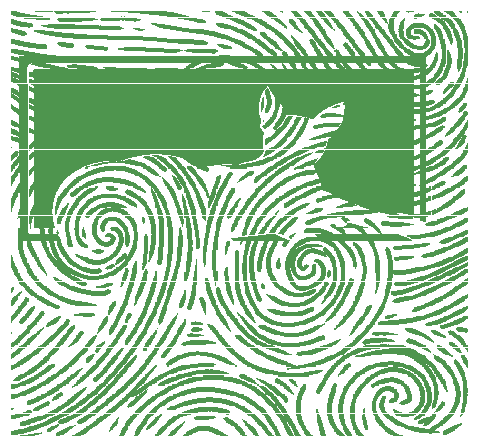
<source format=gbs>
%MOIN*%
%OFA0B0*%
%FSLAX44Y44*%
%IPPOS*%
%LPD*%
%ADD10R,0.000428012570729587X0.000856025141459174*%
D10*
X00001295Y00002138D02*
X00001783Y00002138D01*
X00002476Y00002138D02*
X00002630Y00002138D01*
X00003024Y00002138D02*
X00003324Y00002138D01*
X00004599Y00002138D02*
X00004745Y00002138D01*
X00005078Y00002138D02*
X00005233Y00002138D01*
X00005780Y00002138D02*
X00005926Y00002138D01*
X00006234Y00002138D02*
X00006380Y00002138D01*
X00006713Y00002138D02*
X00006928Y00002138D01*
X00007955Y00002138D02*
X00008203Y00002138D01*
X00008682Y00002138D02*
X00008836Y00002138D01*
X00009110Y00002138D02*
X00009256Y00002138D01*
X00009564Y00002138D02*
X00009744Y00002138D01*
X00009838Y00002138D02*
X00009984Y00002138D01*
X00010257Y00002138D02*
X00010412Y00002138D01*
X00010471Y00002138D02*
X00010651Y00002138D01*
X00010831Y00002138D02*
X00011045Y00002138D01*
X00011319Y00002138D02*
X00011473Y00002138D01*
X00011927Y00002138D02*
X00012132Y00002138D01*
X00012201Y00002138D02*
X00012346Y00002138D01*
X00012560Y00002138D02*
X00012740Y00002138D01*
X00013707Y00002138D02*
X00014041Y00002138D01*
X00001295Y00002147D02*
X00001783Y00002147D01*
X00002476Y00002147D02*
X00002630Y00002147D01*
X00003024Y00002147D02*
X00003324Y00002147D01*
X00004599Y00002147D02*
X00004745Y00002147D01*
X00005078Y00002147D02*
X00005233Y00002147D01*
X00005780Y00002147D02*
X00005926Y00002147D01*
X00006234Y00002147D02*
X00006380Y00002147D01*
X00006713Y00002147D02*
X00006928Y00002147D01*
X00007955Y00002147D02*
X00008203Y00002147D01*
X00008682Y00002147D02*
X00008836Y00002147D01*
X00009110Y00002147D02*
X00009256Y00002147D01*
X00009564Y00002147D02*
X00009744Y00002147D01*
X00009838Y00002147D02*
X00009984Y00002147D01*
X00010257Y00002147D02*
X00010412Y00002147D01*
X00010471Y00002147D02*
X00010651Y00002147D01*
X00010831Y00002147D02*
X00011045Y00002147D01*
X00011319Y00002147D02*
X00011473Y00002147D01*
X00011927Y00002147D02*
X00012132Y00002147D01*
X00012201Y00002147D02*
X00012346Y00002147D01*
X00012560Y00002147D02*
X00012740Y00002147D01*
X00013707Y00002147D02*
X00014041Y00002147D01*
X00001295Y00002155D02*
X00001783Y00002155D01*
X00002476Y00002155D02*
X00002630Y00002155D01*
X00003024Y00002155D02*
X00003324Y00002155D01*
X00004599Y00002155D02*
X00004745Y00002155D01*
X00005078Y00002155D02*
X00005233Y00002155D01*
X00005780Y00002155D02*
X00005926Y00002155D01*
X00006234Y00002155D02*
X00006380Y00002155D01*
X00006713Y00002155D02*
X00006928Y00002155D01*
X00007955Y00002155D02*
X00008203Y00002155D01*
X00008682Y00002155D02*
X00008836Y00002155D01*
X00009110Y00002155D02*
X00009256Y00002155D01*
X00009564Y00002155D02*
X00009744Y00002155D01*
X00009838Y00002155D02*
X00009984Y00002155D01*
X00010257Y00002155D02*
X00010412Y00002155D01*
X00010471Y00002155D02*
X00010651Y00002155D01*
X00010831Y00002155D02*
X00011045Y00002155D01*
X00011319Y00002155D02*
X00011473Y00002155D01*
X00011927Y00002155D02*
X00012132Y00002155D01*
X00012201Y00002155D02*
X00012346Y00002155D01*
X00012560Y00002155D02*
X00012740Y00002155D01*
X00013707Y00002155D02*
X00014041Y00002155D01*
X00001295Y00002164D02*
X00001783Y00002164D01*
X00002476Y00002164D02*
X00002630Y00002164D01*
X00003024Y00002164D02*
X00003324Y00002164D01*
X00004599Y00002164D02*
X00004745Y00002164D01*
X00005078Y00002164D02*
X00005233Y00002164D01*
X00005780Y00002164D02*
X00005926Y00002164D01*
X00006234Y00002164D02*
X00006380Y00002164D01*
X00006713Y00002164D02*
X00006928Y00002164D01*
X00007955Y00002164D02*
X00008203Y00002164D01*
X00008682Y00002164D02*
X00008836Y00002164D01*
X00009110Y00002164D02*
X00009256Y00002164D01*
X00009564Y00002164D02*
X00009744Y00002164D01*
X00009838Y00002164D02*
X00009984Y00002164D01*
X00010257Y00002164D02*
X00010412Y00002164D01*
X00010471Y00002164D02*
X00010651Y00002164D01*
X00010831Y00002164D02*
X00011045Y00002164D01*
X00011319Y00002164D02*
X00011473Y00002164D01*
X00011927Y00002164D02*
X00012132Y00002164D01*
X00012201Y00002164D02*
X00012346Y00002164D01*
X00012560Y00002164D02*
X00012740Y00002164D01*
X00013707Y00002164D02*
X00014041Y00002164D01*
X00001004Y00002172D02*
X00001081Y00002172D01*
X00001415Y00002172D02*
X00001868Y00002172D01*
X00002450Y00002172D02*
X00002690Y00002172D01*
X00003084Y00002172D02*
X00003384Y00002172D01*
X00004599Y00002172D02*
X00004779Y00002172D01*
X00005078Y00002172D02*
X00005233Y00002172D01*
X00005806Y00002172D02*
X00005960Y00002172D01*
X00006260Y00002172D02*
X00006414Y00002172D01*
X00006713Y00002172D02*
X00006962Y00002172D01*
X00007895Y00002172D02*
X00008169Y00002172D01*
X00008657Y00002172D02*
X00008836Y00002172D01*
X00009076Y00002172D02*
X00009256Y00002172D01*
X00009530Y00002172D02*
X00009718Y00002172D01*
X00009804Y00002172D02*
X00009984Y00002172D01*
X00010232Y00002172D02*
X00010412Y00002172D01*
X00010471Y00002172D02*
X00010626Y00002172D01*
X00010831Y00002172D02*
X00011019Y00002172D01*
X00011319Y00002172D02*
X00011473Y00002172D01*
X00011892Y00002172D02*
X00012106Y00002172D01*
X00012201Y00002172D02*
X00012346Y00002172D01*
X00012526Y00002172D02*
X00012740Y00002172D01*
X00013647Y00002172D02*
X00013981Y00002172D01*
X00001004Y00002181D02*
X00001081Y00002181D01*
X00001415Y00002181D02*
X00001868Y00002181D01*
X00002450Y00002181D02*
X00002690Y00002181D01*
X00003084Y00002181D02*
X00003384Y00002181D01*
X00004599Y00002181D02*
X00004779Y00002181D01*
X00005078Y00002181D02*
X00005233Y00002181D01*
X00005806Y00002181D02*
X00005960Y00002181D01*
X00006260Y00002181D02*
X00006414Y00002181D01*
X00006713Y00002181D02*
X00006962Y00002181D01*
X00007895Y00002181D02*
X00008169Y00002181D01*
X00008657Y00002181D02*
X00008836Y00002181D01*
X00009076Y00002181D02*
X00009256Y00002181D01*
X00009530Y00002181D02*
X00009718Y00002181D01*
X00009804Y00002181D02*
X00009984Y00002181D01*
X00010232Y00002181D02*
X00010412Y00002181D01*
X00010471Y00002181D02*
X00010626Y00002181D01*
X00010831Y00002181D02*
X00011019Y00002181D01*
X00011319Y00002181D02*
X00011473Y00002181D01*
X00011892Y00002181D02*
X00012106Y00002181D01*
X00012201Y00002181D02*
X00012346Y00002181D01*
X00012526Y00002181D02*
X00012740Y00002181D01*
X00013647Y00002181D02*
X00013981Y00002181D01*
X00001004Y00002189D02*
X00001081Y00002189D01*
X00001415Y00002189D02*
X00001868Y00002189D01*
X00002450Y00002189D02*
X00002690Y00002189D01*
X00003084Y00002189D02*
X00003384Y00002189D01*
X00004599Y00002189D02*
X00004779Y00002189D01*
X00005078Y00002189D02*
X00005233Y00002189D01*
X00005806Y00002189D02*
X00005960Y00002189D01*
X00006260Y00002189D02*
X00006414Y00002189D01*
X00006713Y00002189D02*
X00006962Y00002189D01*
X00007895Y00002189D02*
X00008169Y00002189D01*
X00008657Y00002189D02*
X00008836Y00002189D01*
X00009076Y00002189D02*
X00009256Y00002189D01*
X00009530Y00002189D02*
X00009718Y00002189D01*
X00009804Y00002189D02*
X00009984Y00002189D01*
X00010232Y00002189D02*
X00010412Y00002189D01*
X00010471Y00002189D02*
X00010626Y00002189D01*
X00010831Y00002189D02*
X00011019Y00002189D01*
X00011319Y00002189D02*
X00011473Y00002189D01*
X00011892Y00002189D02*
X00012106Y00002189D01*
X00012201Y00002189D02*
X00012346Y00002189D01*
X00012526Y00002189D02*
X00012740Y00002189D01*
X00013647Y00002189D02*
X00013981Y00002189D01*
X00001004Y00002198D02*
X00001235Y00002198D01*
X00001569Y00002198D02*
X00001928Y00002198D01*
X00002476Y00002198D02*
X00002750Y00002198D01*
X00003110Y00002198D02*
X00003418Y00002198D01*
X00004625Y00002198D02*
X00004779Y00002198D01*
X00005113Y00002198D02*
X00005267Y00002198D01*
X00005806Y00002198D02*
X00005986Y00002198D01*
X00006260Y00002198D02*
X00006448Y00002198D01*
X00006748Y00002198D02*
X00007022Y00002198D01*
X00007835Y00002198D02*
X00008143Y00002198D01*
X00008622Y00002198D02*
X00008802Y00002198D01*
X00009050Y00002198D02*
X00009230Y00002198D01*
X00009530Y00002198D02*
X00009684Y00002198D01*
X00009804Y00002198D02*
X00009958Y00002198D01*
X00010232Y00002198D02*
X00010377Y00002198D01*
X00010437Y00002198D02*
X00010626Y00002198D01*
X00010805Y00002198D02*
X00010985Y00002198D01*
X00011285Y00002198D02*
X00011473Y00002198D01*
X00011867Y00002198D02*
X00012072Y00002198D01*
X00012166Y00002198D02*
X00012346Y00002198D01*
X00012500Y00002198D02*
X00012714Y00002198D01*
X00013622Y00002198D02*
X00013921Y00002198D01*
X00015376Y00002198D02*
X00015531Y00002198D01*
X00001004Y00002206D02*
X00001235Y00002206D01*
X00001569Y00002206D02*
X00001928Y00002206D01*
X00002476Y00002206D02*
X00002750Y00002206D01*
X00003110Y00002206D02*
X00003418Y00002206D01*
X00004625Y00002206D02*
X00004779Y00002206D01*
X00005113Y00002206D02*
X00005267Y00002206D01*
X00005806Y00002206D02*
X00005986Y00002206D01*
X00006260Y00002206D02*
X00006448Y00002206D01*
X00006748Y00002206D02*
X00007022Y00002206D01*
X00007835Y00002206D02*
X00008143Y00002206D01*
X00008622Y00002206D02*
X00008802Y00002206D01*
X00009050Y00002206D02*
X00009230Y00002206D01*
X00009530Y00002206D02*
X00009684Y00002206D01*
X00009804Y00002206D02*
X00009958Y00002206D01*
X00010232Y00002206D02*
X00010377Y00002206D01*
X00010437Y00002206D02*
X00010626Y00002206D01*
X00010805Y00002206D02*
X00010985Y00002206D01*
X00011285Y00002206D02*
X00011473Y00002206D01*
X00011867Y00002206D02*
X00012072Y00002206D01*
X00012166Y00002206D02*
X00012346Y00002206D01*
X00012500Y00002206D02*
X00012714Y00002206D01*
X00013622Y00002206D02*
X00013921Y00002206D01*
X00015376Y00002206D02*
X00015531Y00002206D01*
X00001004Y00002215D02*
X00001235Y00002215D01*
X00001569Y00002215D02*
X00001928Y00002215D01*
X00002476Y00002215D02*
X00002750Y00002215D01*
X00003110Y00002215D02*
X00003418Y00002215D01*
X00004625Y00002215D02*
X00004779Y00002215D01*
X00005113Y00002215D02*
X00005267Y00002215D01*
X00005806Y00002215D02*
X00005986Y00002215D01*
X00006260Y00002215D02*
X00006448Y00002215D01*
X00006748Y00002215D02*
X00007022Y00002215D01*
X00007835Y00002215D02*
X00008143Y00002215D01*
X00008622Y00002215D02*
X00008802Y00002215D01*
X00009050Y00002215D02*
X00009230Y00002215D01*
X00009530Y00002215D02*
X00009684Y00002215D01*
X00009804Y00002215D02*
X00009958Y00002215D01*
X00010232Y00002215D02*
X00010377Y00002215D01*
X00010437Y00002215D02*
X00010626Y00002215D01*
X00010805Y00002215D02*
X00010985Y00002215D01*
X00011285Y00002215D02*
X00011473Y00002215D01*
X00011867Y00002215D02*
X00012072Y00002215D01*
X00012166Y00002215D02*
X00012346Y00002215D01*
X00012500Y00002215D02*
X00012714Y00002215D01*
X00013622Y00002215D02*
X00013921Y00002215D01*
X00015376Y00002215D02*
X00015531Y00002215D01*
X00001004Y00002224D02*
X00001235Y00002224D01*
X00001569Y00002224D02*
X00001928Y00002224D01*
X00002476Y00002224D02*
X00002750Y00002224D01*
X00003110Y00002224D02*
X00003418Y00002224D01*
X00004625Y00002224D02*
X00004779Y00002224D01*
X00005113Y00002224D02*
X00005267Y00002224D01*
X00005806Y00002224D02*
X00005986Y00002224D01*
X00006260Y00002224D02*
X00006448Y00002224D01*
X00006748Y00002224D02*
X00007022Y00002224D01*
X00007835Y00002224D02*
X00008143Y00002224D01*
X00008622Y00002224D02*
X00008802Y00002224D01*
X00009050Y00002224D02*
X00009230Y00002224D01*
X00009530Y00002224D02*
X00009684Y00002224D01*
X00009804Y00002224D02*
X00009958Y00002224D01*
X00010232Y00002224D02*
X00010377Y00002224D01*
X00010437Y00002224D02*
X00010626Y00002224D01*
X00010805Y00002224D02*
X00010985Y00002224D01*
X00011285Y00002224D02*
X00011473Y00002224D01*
X00011867Y00002224D02*
X00012072Y00002224D01*
X00012166Y00002224D02*
X00012346Y00002224D01*
X00012500Y00002224D02*
X00012714Y00002224D01*
X00013622Y00002224D02*
X00013921Y00002224D01*
X00015376Y00002224D02*
X00015531Y00002224D01*
X00001004Y00002232D02*
X00001415Y00002232D01*
X00001749Y00002232D02*
X00002023Y00002232D01*
X00002476Y00002232D02*
X00002784Y00002232D01*
X00003170Y00002232D02*
X00003478Y00002232D01*
X00004625Y00002232D02*
X00004779Y00002232D01*
X00005113Y00002232D02*
X00005293Y00002232D01*
X00005840Y00002232D02*
X00006020Y00002232D01*
X00006294Y00002232D02*
X00006474Y00002232D01*
X00006808Y00002232D02*
X00007047Y00002232D01*
X00007749Y00002232D02*
X00008083Y00002232D01*
X00008622Y00002232D02*
X00008802Y00002232D01*
X00009050Y00002232D02*
X00009230Y00002232D01*
X00009504Y00002232D02*
X00009684Y00002232D01*
X00009778Y00002232D02*
X00009958Y00002232D01*
X00010197Y00002232D02*
X00010377Y00002232D01*
X00010437Y00002232D02*
X00010591Y00002232D01*
X00010771Y00002232D02*
X00010959Y00002232D01*
X00011285Y00002232D02*
X00011439Y00002232D01*
X00011832Y00002232D02*
X00012047Y00002232D01*
X00012132Y00002232D02*
X00012320Y00002232D01*
X00012500Y00002232D02*
X00012680Y00002232D01*
X00013562Y00002232D02*
X00013861Y00002232D01*
X00014923Y00002232D02*
X00015017Y00002232D01*
X00015376Y00002232D02*
X00015591Y00002232D01*
X00001004Y00002241D02*
X00001415Y00002241D01*
X00001749Y00002241D02*
X00002023Y00002241D01*
X00002476Y00002241D02*
X00002784Y00002241D01*
X00003170Y00002241D02*
X00003478Y00002241D01*
X00004625Y00002241D02*
X00004779Y00002241D01*
X00005113Y00002241D02*
X00005293Y00002241D01*
X00005840Y00002241D02*
X00006020Y00002241D01*
X00006294Y00002241D02*
X00006474Y00002241D01*
X00006808Y00002241D02*
X00007047Y00002241D01*
X00007749Y00002241D02*
X00008083Y00002241D01*
X00008622Y00002241D02*
X00008802Y00002241D01*
X00009050Y00002241D02*
X00009230Y00002241D01*
X00009504Y00002241D02*
X00009684Y00002241D01*
X00009778Y00002241D02*
X00009958Y00002241D01*
X00010197Y00002241D02*
X00010377Y00002241D01*
X00010437Y00002241D02*
X00010591Y00002241D01*
X00010771Y00002241D02*
X00010959Y00002241D01*
X00011285Y00002241D02*
X00011439Y00002241D01*
X00011832Y00002241D02*
X00012047Y00002241D01*
X00012132Y00002241D02*
X00012320Y00002241D01*
X00012500Y00002241D02*
X00012680Y00002241D01*
X00013562Y00002241D02*
X00013861Y00002241D01*
X00014923Y00002241D02*
X00015017Y00002241D01*
X00015376Y00002241D02*
X00015591Y00002241D01*
X00001004Y00002249D02*
X00001415Y00002249D01*
X00001749Y00002249D02*
X00002023Y00002249D01*
X00002476Y00002249D02*
X00002784Y00002249D01*
X00003170Y00002249D02*
X00003478Y00002249D01*
X00004625Y00002249D02*
X00004779Y00002249D01*
X00005113Y00002249D02*
X00005293Y00002249D01*
X00005840Y00002249D02*
X00006020Y00002249D01*
X00006294Y00002249D02*
X00006474Y00002249D01*
X00006808Y00002249D02*
X00007047Y00002249D01*
X00007749Y00002249D02*
X00008083Y00002249D01*
X00008622Y00002249D02*
X00008802Y00002249D01*
X00009050Y00002249D02*
X00009230Y00002249D01*
X00009504Y00002249D02*
X00009684Y00002249D01*
X00009778Y00002249D02*
X00009958Y00002249D01*
X00010197Y00002249D02*
X00010377Y00002249D01*
X00010437Y00002249D02*
X00010591Y00002249D01*
X00010771Y00002249D02*
X00010959Y00002249D01*
X00011285Y00002249D02*
X00011439Y00002249D01*
X00011832Y00002249D02*
X00012047Y00002249D01*
X00012132Y00002249D02*
X00012320Y00002249D01*
X00012500Y00002249D02*
X00012680Y00002249D01*
X00013562Y00002249D02*
X00013861Y00002249D01*
X00014923Y00002249D02*
X00015017Y00002249D01*
X00015376Y00002249D02*
X00015591Y00002249D01*
X00001004Y00002258D02*
X00001535Y00002258D01*
X00001997Y00002258D02*
X00002023Y00002258D01*
X00002177Y00002258D02*
X00002202Y00002258D01*
X00002536Y00002258D02*
X00002844Y00002258D01*
X00003238Y00002258D02*
X00003503Y00002258D01*
X00004659Y00002258D02*
X00004805Y00002258D01*
X00005138Y00002258D02*
X00005293Y00002258D01*
X00005866Y00002258D02*
X00006054Y00002258D01*
X00006294Y00002258D02*
X00006508Y00002258D01*
X00006833Y00002258D02*
X00007142Y00002258D01*
X00007689Y00002258D02*
X00008049Y00002258D01*
X00008597Y00002258D02*
X00008777Y00002258D01*
X00009016Y00002258D02*
X00009196Y00002258D01*
X00009470Y00002258D02*
X00009650Y00002258D01*
X00009778Y00002258D02*
X00009924Y00002258D01*
X00010197Y00002258D02*
X00010352Y00002258D01*
X00010411Y00002258D02*
X00010591Y00002258D01*
X00010745Y00002258D02*
X00010959Y00002258D01*
X00011285Y00002258D02*
X00011439Y00002258D01*
X00011807Y00002258D02*
X00012012Y00002258D01*
X00012132Y00002258D02*
X00012320Y00002258D01*
X00012466Y00002258D02*
X00012654Y00002258D01*
X00013527Y00002258D02*
X00013801Y00002258D01*
X00014589Y00002258D02*
X00015282Y00002258D01*
X00015402Y00002258D02*
X00015650Y00002258D01*
X00001004Y00002266D02*
X00001535Y00002266D01*
X00001997Y00002266D02*
X00002023Y00002266D01*
X00002177Y00002266D02*
X00002202Y00002266D01*
X00002536Y00002266D02*
X00002844Y00002266D01*
X00003238Y00002266D02*
X00003503Y00002266D01*
X00004659Y00002266D02*
X00004805Y00002266D01*
X00005138Y00002266D02*
X00005293Y00002266D01*
X00005866Y00002266D02*
X00006054Y00002266D01*
X00006294Y00002266D02*
X00006508Y00002266D01*
X00006833Y00002266D02*
X00007142Y00002266D01*
X00007689Y00002266D02*
X00008049Y00002266D01*
X00008597Y00002266D02*
X00008777Y00002266D01*
X00009016Y00002266D02*
X00009196Y00002266D01*
X00009470Y00002266D02*
X00009650Y00002266D01*
X00009778Y00002266D02*
X00009924Y00002266D01*
X00010197Y00002266D02*
X00010352Y00002266D01*
X00010411Y00002266D02*
X00010591Y00002266D01*
X00010745Y00002266D02*
X00010959Y00002266D01*
X00011285Y00002266D02*
X00011439Y00002266D01*
X00011807Y00002266D02*
X00012012Y00002266D01*
X00012132Y00002266D02*
X00012320Y00002266D01*
X00012466Y00002266D02*
X00012654Y00002266D01*
X00013527Y00002266D02*
X00013801Y00002266D01*
X00014589Y00002266D02*
X00015282Y00002266D01*
X00015402Y00002266D02*
X00015650Y00002266D01*
X00001004Y00002275D02*
X00001535Y00002275D01*
X00001997Y00002275D02*
X00002023Y00002275D01*
X00002177Y00002275D02*
X00002202Y00002275D01*
X00002536Y00002275D02*
X00002844Y00002275D01*
X00003238Y00002275D02*
X00003503Y00002275D01*
X00004659Y00002275D02*
X00004805Y00002275D01*
X00005138Y00002275D02*
X00005293Y00002275D01*
X00005866Y00002275D02*
X00006054Y00002275D01*
X00006294Y00002275D02*
X00006508Y00002275D01*
X00006833Y00002275D02*
X00007142Y00002275D01*
X00007689Y00002275D02*
X00008049Y00002275D01*
X00008597Y00002275D02*
X00008777Y00002275D01*
X00009016Y00002275D02*
X00009196Y00002275D01*
X00009470Y00002275D02*
X00009650Y00002275D01*
X00009778Y00002275D02*
X00009924Y00002275D01*
X00010197Y00002275D02*
X00010352Y00002275D01*
X00010411Y00002275D02*
X00010591Y00002275D01*
X00010745Y00002275D02*
X00010959Y00002275D01*
X00011285Y00002275D02*
X00011439Y00002275D01*
X00011807Y00002275D02*
X00012012Y00002275D01*
X00012132Y00002275D02*
X00012320Y00002275D01*
X00012466Y00002275D02*
X00012654Y00002275D01*
X00013527Y00002275D02*
X00013801Y00002275D01*
X00014589Y00002275D02*
X00015282Y00002275D01*
X00015402Y00002275D02*
X00015650Y00002275D01*
X00001004Y00002284D02*
X00001535Y00002284D01*
X00001997Y00002284D02*
X00002023Y00002284D01*
X00002177Y00002284D02*
X00002202Y00002284D01*
X00002536Y00002284D02*
X00002844Y00002284D01*
X00003238Y00002284D02*
X00003503Y00002284D01*
X00004659Y00002284D02*
X00004805Y00002284D01*
X00005138Y00002284D02*
X00005293Y00002284D01*
X00005866Y00002284D02*
X00006054Y00002284D01*
X00006294Y00002284D02*
X00006508Y00002284D01*
X00006833Y00002284D02*
X00007142Y00002284D01*
X00007689Y00002284D02*
X00008049Y00002284D01*
X00008597Y00002284D02*
X00008777Y00002284D01*
X00009016Y00002284D02*
X00009196Y00002284D01*
X00009470Y00002284D02*
X00009650Y00002284D01*
X00009778Y00002284D02*
X00009924Y00002284D01*
X00010197Y00002284D02*
X00010352Y00002284D01*
X00010411Y00002284D02*
X00010591Y00002284D01*
X00010745Y00002284D02*
X00010959Y00002284D01*
X00011285Y00002284D02*
X00011439Y00002284D01*
X00011807Y00002284D02*
X00012012Y00002284D01*
X00012132Y00002284D02*
X00012320Y00002284D01*
X00012466Y00002284D02*
X00012654Y00002284D01*
X00013527Y00002284D02*
X00013801Y00002284D01*
X00014589Y00002284D02*
X00015282Y00002284D01*
X00015402Y00002284D02*
X00015650Y00002284D01*
X00001004Y00002292D02*
X00001663Y00002292D01*
X00002177Y00002292D02*
X00002322Y00002292D01*
X00002596Y00002292D02*
X00002870Y00002292D01*
X00003298Y00002292D02*
X00003538Y00002292D01*
X00004265Y00002292D02*
X00004291Y00002292D01*
X00004659Y00002292D02*
X00004805Y00002292D01*
X00005138Y00002292D02*
X00005327Y00002292D01*
X00005900Y00002292D02*
X00006080Y00002292D01*
X00006320Y00002292D02*
X00006534Y00002292D01*
X00006868Y00002292D02*
X00007227Y00002292D01*
X00007595Y00002292D02*
X00007989Y00002292D01*
X00008562Y00002292D02*
X00008742Y00002292D01*
X00008990Y00002292D02*
X00009170Y00002292D01*
X00009444Y00002292D02*
X00009624Y00002292D01*
X00009744Y00002292D02*
X00009924Y00002292D01*
X00010172Y00002292D02*
X00010352Y00002292D01*
X00010377Y00002292D02*
X00010566Y00002292D01*
X00010745Y00002292D02*
X00010925Y00002292D01*
X00011285Y00002292D02*
X00011439Y00002292D01*
X00011773Y00002292D02*
X00011987Y00002292D01*
X00012106Y00002292D02*
X00012286Y00002292D01*
X00012440Y00002292D02*
X00012620Y00002292D01*
X00013467Y00002292D02*
X00013741Y00002292D01*
X00014409Y00002292D02*
X00015257Y00002292D01*
X00015402Y00002292D02*
X00015710Y00002292D01*
X00001004Y00002301D02*
X00001663Y00002301D01*
X00002177Y00002301D02*
X00002322Y00002301D01*
X00002596Y00002301D02*
X00002870Y00002301D01*
X00003298Y00002301D02*
X00003538Y00002301D01*
X00004265Y00002301D02*
X00004291Y00002301D01*
X00004659Y00002301D02*
X00004805Y00002301D01*
X00005138Y00002301D02*
X00005327Y00002301D01*
X00005900Y00002301D02*
X00006080Y00002301D01*
X00006320Y00002301D02*
X00006534Y00002301D01*
X00006868Y00002301D02*
X00007227Y00002301D01*
X00007595Y00002301D02*
X00007989Y00002301D01*
X00008562Y00002301D02*
X00008742Y00002301D01*
X00008990Y00002301D02*
X00009170Y00002301D01*
X00009444Y00002301D02*
X00009624Y00002301D01*
X00009744Y00002301D02*
X00009924Y00002301D01*
X00010172Y00002301D02*
X00010352Y00002301D01*
X00010377Y00002301D02*
X00010566Y00002301D01*
X00010745Y00002301D02*
X00010925Y00002301D01*
X00011285Y00002301D02*
X00011439Y00002301D01*
X00011773Y00002301D02*
X00011987Y00002301D01*
X00012106Y00002301D02*
X00012286Y00002301D01*
X00012440Y00002301D02*
X00012620Y00002301D01*
X00013467Y00002301D02*
X00013741Y00002301D01*
X00014409Y00002301D02*
X00015257Y00002301D01*
X00015402Y00002301D02*
X00015710Y00002301D01*
X00001004Y00002309D02*
X00001663Y00002309D01*
X00002177Y00002309D02*
X00002322Y00002309D01*
X00002596Y00002309D02*
X00002870Y00002309D01*
X00003298Y00002309D02*
X00003538Y00002309D01*
X00004265Y00002309D02*
X00004291Y00002309D01*
X00004659Y00002309D02*
X00004805Y00002309D01*
X00005138Y00002309D02*
X00005327Y00002309D01*
X00005900Y00002309D02*
X00006080Y00002309D01*
X00006320Y00002309D02*
X00006534Y00002309D01*
X00006868Y00002309D02*
X00007227Y00002309D01*
X00007595Y00002309D02*
X00007989Y00002309D01*
X00008562Y00002309D02*
X00008742Y00002309D01*
X00008990Y00002309D02*
X00009170Y00002309D01*
X00009444Y00002309D02*
X00009624Y00002309D01*
X00009744Y00002309D02*
X00009924Y00002309D01*
X00010172Y00002309D02*
X00010352Y00002309D01*
X00010377Y00002309D02*
X00010566Y00002309D01*
X00010745Y00002309D02*
X00010925Y00002309D01*
X00011285Y00002309D02*
X00011439Y00002309D01*
X00011773Y00002309D02*
X00011987Y00002309D01*
X00012106Y00002309D02*
X00012286Y00002309D01*
X00012440Y00002309D02*
X00012620Y00002309D01*
X00013467Y00002309D02*
X00013741Y00002309D01*
X00014409Y00002309D02*
X00015257Y00002309D01*
X00015402Y00002309D02*
X00015710Y00002309D01*
X00001081Y00002318D02*
X00001749Y00002318D01*
X00002177Y00002318D02*
X00002356Y00002318D01*
X00002656Y00002318D02*
X00002930Y00002318D01*
X00003324Y00002318D02*
X00003598Y00002318D01*
X00004265Y00002318D02*
X00004325Y00002318D01*
X00004659Y00002318D02*
X00004839Y00002318D01*
X00005173Y00002318D02*
X00005327Y00002318D01*
X00005900Y00002318D02*
X00006114Y00002318D01*
X00006354Y00002318D02*
X00006568Y00002318D01*
X00006927Y00002318D02*
X00007929Y00002318D01*
X00008537Y00002318D02*
X00008717Y00002318D01*
X00008956Y00002318D02*
X00009136Y00002318D01*
X00009410Y00002318D02*
X00009590Y00002318D01*
X00009744Y00002318D02*
X00009898Y00002318D01*
X00010172Y00002318D02*
X00010317Y00002318D01*
X00010377Y00002318D02*
X00010566Y00002318D01*
X00010711Y00002318D02*
X00010891Y00002318D01*
X00011259Y00002318D02*
X00011439Y00002318D01*
X00011747Y00002318D02*
X00011952Y00002318D01*
X00012106Y00002318D02*
X00012261Y00002318D01*
X00012440Y00002318D02*
X00012620Y00002318D01*
X00013442Y00002318D02*
X00013707Y00002318D01*
X00014315Y00002318D02*
X00015103Y00002318D01*
X00015436Y00002318D02*
X00015770Y00002318D01*
X00001081Y00002326D02*
X00001749Y00002326D01*
X00002177Y00002326D02*
X00002356Y00002326D01*
X00002656Y00002326D02*
X00002930Y00002326D01*
X00003324Y00002326D02*
X00003598Y00002326D01*
X00004265Y00002326D02*
X00004325Y00002326D01*
X00004659Y00002326D02*
X00004839Y00002326D01*
X00005173Y00002326D02*
X00005327Y00002326D01*
X00005900Y00002326D02*
X00006114Y00002326D01*
X00006354Y00002326D02*
X00006568Y00002326D01*
X00006927Y00002326D02*
X00007929Y00002326D01*
X00008537Y00002326D02*
X00008717Y00002326D01*
X00008956Y00002326D02*
X00009136Y00002326D01*
X00009410Y00002326D02*
X00009590Y00002326D01*
X00009744Y00002326D02*
X00009898Y00002326D01*
X00010172Y00002326D02*
X00010317Y00002326D01*
X00010377Y00002326D02*
X00010566Y00002326D01*
X00010711Y00002326D02*
X00010891Y00002326D01*
X00011259Y00002326D02*
X00011439Y00002326D01*
X00011747Y00002326D02*
X00011952Y00002326D01*
X00012106Y00002326D02*
X00012261Y00002326D01*
X00012440Y00002326D02*
X00012620Y00002326D01*
X00013442Y00002326D02*
X00013707Y00002326D01*
X00014315Y00002326D02*
X00015103Y00002326D01*
X00015436Y00002326D02*
X00015770Y00002326D01*
X00001081Y00002335D02*
X00001749Y00002335D01*
X00002177Y00002335D02*
X00002356Y00002335D01*
X00002656Y00002335D02*
X00002930Y00002335D01*
X00003324Y00002335D02*
X00003598Y00002335D01*
X00004265Y00002335D02*
X00004325Y00002335D01*
X00004659Y00002335D02*
X00004839Y00002335D01*
X00005173Y00002335D02*
X00005327Y00002335D01*
X00005900Y00002335D02*
X00006114Y00002335D01*
X00006354Y00002335D02*
X00006568Y00002335D01*
X00006927Y00002335D02*
X00007929Y00002335D01*
X00008537Y00002335D02*
X00008717Y00002335D01*
X00008956Y00002335D02*
X00009136Y00002335D01*
X00009410Y00002335D02*
X00009590Y00002335D01*
X00009744Y00002335D02*
X00009898Y00002335D01*
X00010172Y00002335D02*
X00010317Y00002335D01*
X00010377Y00002335D02*
X00010566Y00002335D01*
X00010711Y00002335D02*
X00010891Y00002335D01*
X00011259Y00002335D02*
X00011439Y00002335D01*
X00011747Y00002335D02*
X00011952Y00002335D01*
X00012106Y00002335D02*
X00012261Y00002335D01*
X00012440Y00002335D02*
X00012620Y00002335D01*
X00013442Y00002335D02*
X00013707Y00002335D01*
X00014315Y00002335D02*
X00015103Y00002335D01*
X00015436Y00002335D02*
X00015770Y00002335D01*
X00001081Y00002343D02*
X00001749Y00002343D01*
X00002177Y00002343D02*
X00002356Y00002343D01*
X00002656Y00002343D02*
X00002930Y00002343D01*
X00003324Y00002343D02*
X00003598Y00002343D01*
X00004265Y00002343D02*
X00004325Y00002343D01*
X00004659Y00002343D02*
X00004839Y00002343D01*
X00005173Y00002343D02*
X00005327Y00002343D01*
X00005900Y00002343D02*
X00006114Y00002343D01*
X00006354Y00002343D02*
X00006568Y00002343D01*
X00006927Y00002343D02*
X00007929Y00002343D01*
X00008537Y00002343D02*
X00008717Y00002343D01*
X00008956Y00002343D02*
X00009136Y00002343D01*
X00009410Y00002343D02*
X00009590Y00002343D01*
X00009744Y00002343D02*
X00009898Y00002343D01*
X00010172Y00002343D02*
X00010317Y00002343D01*
X00010377Y00002343D02*
X00010566Y00002343D01*
X00010711Y00002343D02*
X00010891Y00002343D01*
X00011259Y00002343D02*
X00011439Y00002343D01*
X00011747Y00002343D02*
X00011952Y00002343D01*
X00012106Y00002343D02*
X00012261Y00002343D01*
X00012440Y00002343D02*
X00012620Y00002343D01*
X00013442Y00002343D02*
X00013707Y00002343D01*
X00014315Y00002343D02*
X00015103Y00002343D01*
X00015436Y00002343D02*
X00015770Y00002343D01*
X00001235Y00002352D02*
X00001843Y00002352D01*
X00002202Y00002352D02*
X00002416Y00002352D01*
X00002716Y00002352D02*
X00002964Y00002352D01*
X00003384Y00002352D02*
X00003632Y00002352D01*
X00004291Y00002352D02*
X00004385Y00002352D01*
X00004685Y00002352D02*
X00004873Y00002352D01*
X00005173Y00002352D02*
X00005352Y00002352D01*
X00005506Y00002352D02*
X00005566Y00002352D01*
X00005926Y00002352D02*
X00006140Y00002352D01*
X00006414Y00002352D02*
X00006594Y00002352D01*
X00006987Y00002352D02*
X00007869Y00002352D01*
X00008503Y00002352D02*
X00008717Y00002352D01*
X00008931Y00002352D02*
X00009136Y00002352D01*
X00009384Y00002352D02*
X00009564Y00002352D01*
X00009718Y00002352D02*
X00009898Y00002352D01*
X00010138Y00002352D02*
X00010317Y00002352D01*
X00010352Y00002352D02*
X00010531Y00002352D01*
X00010685Y00002352D02*
X00010865Y00002352D01*
X00011259Y00002352D02*
X00011413Y00002352D01*
X00011747Y00002352D02*
X00011927Y00002352D01*
X00012072Y00002352D02*
X00012261Y00002352D01*
X00012406Y00002352D02*
X00012594Y00002352D01*
X00012800Y00002352D02*
X00012894Y00002352D01*
X00013408Y00002352D02*
X00013647Y00002352D01*
X00014229Y00002352D02*
X00015137Y00002352D01*
X00015496Y00002352D02*
X00015796Y00002352D01*
X00001235Y00002361D02*
X00001843Y00002361D01*
X00002202Y00002361D02*
X00002416Y00002361D01*
X00002716Y00002361D02*
X00002964Y00002361D01*
X00003384Y00002361D02*
X00003632Y00002361D01*
X00004291Y00002361D02*
X00004385Y00002361D01*
X00004685Y00002361D02*
X00004873Y00002361D01*
X00005173Y00002361D02*
X00005352Y00002361D01*
X00005506Y00002361D02*
X00005566Y00002361D01*
X00005926Y00002361D02*
X00006140Y00002361D01*
X00006414Y00002361D02*
X00006594Y00002361D01*
X00006987Y00002361D02*
X00007869Y00002361D01*
X00008503Y00002361D02*
X00008717Y00002361D01*
X00008931Y00002361D02*
X00009136Y00002361D01*
X00009384Y00002361D02*
X00009564Y00002361D01*
X00009718Y00002361D02*
X00009898Y00002361D01*
X00010138Y00002361D02*
X00010317Y00002361D01*
X00010352Y00002361D02*
X00010531Y00002361D01*
X00010685Y00002361D02*
X00010865Y00002361D01*
X00011259Y00002361D02*
X00011413Y00002361D01*
X00011747Y00002361D02*
X00011927Y00002361D01*
X00012072Y00002361D02*
X00012261Y00002361D01*
X00012406Y00002361D02*
X00012594Y00002361D01*
X00012800Y00002361D02*
X00012894Y00002361D01*
X00013408Y00002361D02*
X00013647Y00002361D01*
X00014229Y00002361D02*
X00015137Y00002361D01*
X00015496Y00002361D02*
X00015796Y00002361D01*
X00001235Y00002369D02*
X00001843Y00002369D01*
X00002202Y00002369D02*
X00002416Y00002369D01*
X00002716Y00002369D02*
X00002964Y00002369D01*
X00003384Y00002369D02*
X00003632Y00002369D01*
X00004291Y00002369D02*
X00004385Y00002369D01*
X00004685Y00002369D02*
X00004873Y00002369D01*
X00005173Y00002369D02*
X00005352Y00002369D01*
X00005506Y00002369D02*
X00005566Y00002369D01*
X00005926Y00002369D02*
X00006140Y00002369D01*
X00006414Y00002369D02*
X00006594Y00002369D01*
X00006987Y00002369D02*
X00007869Y00002369D01*
X00008503Y00002369D02*
X00008717Y00002369D01*
X00008931Y00002369D02*
X00009136Y00002369D01*
X00009384Y00002369D02*
X00009564Y00002369D01*
X00009718Y00002369D02*
X00009898Y00002369D01*
X00010138Y00002369D02*
X00010317Y00002369D01*
X00010352Y00002369D02*
X00010531Y00002369D01*
X00010685Y00002369D02*
X00010865Y00002369D01*
X00011259Y00002369D02*
X00011413Y00002369D01*
X00011747Y00002369D02*
X00011927Y00002369D01*
X00012072Y00002369D02*
X00012261Y00002369D01*
X00012406Y00002369D02*
X00012594Y00002369D01*
X00012800Y00002369D02*
X00012894Y00002369D01*
X00013408Y00002369D02*
X00013647Y00002369D01*
X00014229Y00002369D02*
X00015137Y00002369D01*
X00015496Y00002369D02*
X00015796Y00002369D01*
X00001415Y00002378D02*
X00001928Y00002378D01*
X00002236Y00002378D02*
X00002451Y00002378D01*
X00002784Y00002378D02*
X00003024Y00002378D01*
X00003418Y00002378D02*
X00003692Y00002378D01*
X00004291Y00002378D02*
X00004385Y00002378D01*
X00004685Y00002378D02*
X00004873Y00002378D01*
X00005198Y00002378D02*
X00005387Y00002378D01*
X00005506Y00002378D02*
X00005626Y00002378D01*
X00005960Y00002378D02*
X00006174Y00002378D01*
X00006448Y00002378D02*
X00006628Y00002378D01*
X00007047Y00002378D02*
X00007775Y00002378D01*
X00008468Y00002378D02*
X00008682Y00002378D01*
X00008896Y00002378D02*
X00009110Y00002378D01*
X00009350Y00002378D02*
X00009564Y00002378D01*
X00009684Y00002378D02*
X00009864Y00002378D01*
X00010138Y00002378D02*
X00010292Y00002378D01*
X00010352Y00002378D02*
X00010497Y00002378D01*
X00010685Y00002378D02*
X00010831Y00002378D01*
X00011259Y00002378D02*
X00011413Y00002378D01*
X00011713Y00002378D02*
X00011892Y00002378D01*
X00012072Y00002378D02*
X00012226Y00002378D01*
X00012406Y00002378D02*
X00012560Y00002378D01*
X00012774Y00002378D02*
X00012894Y00002378D01*
X00013382Y00002378D02*
X00013622Y00002378D01*
X00014135Y00002378D02*
X00014769Y00002378D01*
X00014948Y00002378D02*
X00015197Y00002378D01*
X00015556Y00002378D02*
X00015864Y00002378D01*
X00001415Y00002386D02*
X00001928Y00002386D01*
X00002236Y00002386D02*
X00002451Y00002386D01*
X00002784Y00002386D02*
X00003024Y00002386D01*
X00003418Y00002386D02*
X00003692Y00002386D01*
X00004291Y00002386D02*
X00004385Y00002386D01*
X00004685Y00002386D02*
X00004873Y00002386D01*
X00005198Y00002386D02*
X00005387Y00002386D01*
X00005506Y00002386D02*
X00005626Y00002386D01*
X00005960Y00002386D02*
X00006174Y00002386D01*
X00006448Y00002386D02*
X00006628Y00002386D01*
X00007047Y00002386D02*
X00007775Y00002386D01*
X00008468Y00002386D02*
X00008682Y00002386D01*
X00008896Y00002386D02*
X00009110Y00002386D01*
X00009350Y00002386D02*
X00009564Y00002386D01*
X00009684Y00002386D02*
X00009864Y00002386D01*
X00010138Y00002386D02*
X00010292Y00002386D01*
X00010352Y00002386D02*
X00010497Y00002386D01*
X00010685Y00002386D02*
X00010831Y00002386D01*
X00011259Y00002386D02*
X00011413Y00002386D01*
X00011713Y00002386D02*
X00011892Y00002386D01*
X00012072Y00002386D02*
X00012226Y00002386D01*
X00012406Y00002386D02*
X00012560Y00002386D01*
X00012774Y00002386D02*
X00012894Y00002386D01*
X00013382Y00002386D02*
X00013622Y00002386D01*
X00014135Y00002386D02*
X00014769Y00002386D01*
X00014948Y00002386D02*
X00015197Y00002386D01*
X00015556Y00002386D02*
X00015864Y00002386D01*
X00001415Y00002395D02*
X00001928Y00002395D01*
X00002236Y00002395D02*
X00002451Y00002395D01*
X00002784Y00002395D02*
X00003024Y00002395D01*
X00003418Y00002395D02*
X00003692Y00002395D01*
X00004291Y00002395D02*
X00004385Y00002395D01*
X00004685Y00002395D02*
X00004873Y00002395D01*
X00005198Y00002395D02*
X00005387Y00002395D01*
X00005506Y00002395D02*
X00005626Y00002395D01*
X00005960Y00002395D02*
X00006174Y00002395D01*
X00006448Y00002395D02*
X00006628Y00002395D01*
X00007047Y00002395D02*
X00007775Y00002395D01*
X00008468Y00002395D02*
X00008682Y00002395D01*
X00008896Y00002395D02*
X00009110Y00002395D01*
X00009350Y00002395D02*
X00009564Y00002395D01*
X00009684Y00002395D02*
X00009864Y00002395D01*
X00010138Y00002395D02*
X00010292Y00002395D01*
X00010352Y00002395D02*
X00010497Y00002395D01*
X00010685Y00002395D02*
X00010831Y00002395D01*
X00011259Y00002395D02*
X00011413Y00002395D01*
X00011713Y00002395D02*
X00011892Y00002395D01*
X00012072Y00002395D02*
X00012226Y00002395D01*
X00012406Y00002395D02*
X00012560Y00002395D01*
X00012774Y00002395D02*
X00012894Y00002395D01*
X00013382Y00002395D02*
X00013622Y00002395D01*
X00014135Y00002395D02*
X00014769Y00002395D01*
X00014948Y00002395D02*
X00015197Y00002395D01*
X00015556Y00002395D02*
X00015864Y00002395D01*
X00001415Y00002403D02*
X00001928Y00002403D01*
X00002236Y00002403D02*
X00002451Y00002403D01*
X00002784Y00002403D02*
X00003024Y00002403D01*
X00003418Y00002403D02*
X00003692Y00002403D01*
X00004291Y00002403D02*
X00004385Y00002403D01*
X00004685Y00002403D02*
X00004873Y00002403D01*
X00005198Y00002403D02*
X00005387Y00002403D01*
X00005506Y00002403D02*
X00005626Y00002403D01*
X00005960Y00002403D02*
X00006174Y00002403D01*
X00006448Y00002403D02*
X00006628Y00002403D01*
X00007047Y00002403D02*
X00007775Y00002403D01*
X00008468Y00002403D02*
X00008682Y00002403D01*
X00008896Y00002403D02*
X00009110Y00002403D01*
X00009350Y00002403D02*
X00009564Y00002403D01*
X00009684Y00002403D02*
X00009864Y00002403D01*
X00010138Y00002403D02*
X00010292Y00002403D01*
X00010352Y00002403D02*
X00010497Y00002403D01*
X00010685Y00002403D02*
X00010831Y00002403D01*
X00011259Y00002403D02*
X00011413Y00002403D01*
X00011713Y00002403D02*
X00011892Y00002403D01*
X00012072Y00002403D02*
X00012226Y00002403D01*
X00012406Y00002403D02*
X00012560Y00002403D01*
X00012774Y00002403D02*
X00012894Y00002403D01*
X00013382Y00002403D02*
X00013622Y00002403D01*
X00014135Y00002403D02*
X00014769Y00002403D01*
X00014948Y00002403D02*
X00015197Y00002403D01*
X00015556Y00002403D02*
X00015864Y00002403D01*
X00001509Y00002412D02*
X00001997Y00002412D01*
X00002296Y00002412D02*
X00002510Y00002412D01*
X00002844Y00002412D02*
X00003050Y00002412D01*
X00003478Y00002412D02*
X00003717Y00002412D01*
X00004291Y00002412D02*
X00004419Y00002412D01*
X00004719Y00002412D02*
X00004899Y00002412D01*
X00005198Y00002412D02*
X00005387Y00002412D01*
X00005532Y00002412D02*
X00005661Y00002412D01*
X00005986Y00002412D02*
X00006200Y00002412D01*
X00006474Y00002412D02*
X00006654Y00002412D01*
X00007107Y00002412D02*
X00007715Y00002412D01*
X00008443Y00002412D02*
X00008657Y00002412D01*
X00008896Y00002412D02*
X00009076Y00002412D01*
X00009350Y00002412D02*
X00009530Y00002412D01*
X00009684Y00002412D02*
X00009838Y00002412D01*
X00010103Y00002412D02*
X00010292Y00002412D01*
X00010317Y00002412D02*
X00010497Y00002412D01*
X00010651Y00002412D02*
X00010831Y00002412D01*
X00011259Y00002412D02*
X00011413Y00002412D01*
X00011678Y00002412D02*
X00011867Y00002412D01*
X00012046Y00002412D02*
X00012201Y00002412D01*
X00012380Y00002412D02*
X00012560Y00002412D01*
X00012740Y00002412D02*
X00012894Y00002412D01*
X00013348Y00002412D02*
X00013562Y00002412D01*
X00014075Y00002412D02*
X00014589Y00002412D01*
X00014983Y00002412D02*
X00015257Y00002412D01*
X00015616Y00002412D02*
X00015890Y00002412D01*
X00001509Y00002420D02*
X00001997Y00002420D01*
X00002296Y00002420D02*
X00002510Y00002420D01*
X00002844Y00002420D02*
X00003050Y00002420D01*
X00003478Y00002420D02*
X00003717Y00002420D01*
X00004291Y00002420D02*
X00004419Y00002420D01*
X00004719Y00002420D02*
X00004899Y00002420D01*
X00005198Y00002420D02*
X00005387Y00002420D01*
X00005532Y00002420D02*
X00005661Y00002420D01*
X00005986Y00002420D02*
X00006200Y00002420D01*
X00006474Y00002420D02*
X00006654Y00002420D01*
X00007107Y00002420D02*
X00007715Y00002420D01*
X00008443Y00002420D02*
X00008657Y00002420D01*
X00008896Y00002420D02*
X00009076Y00002420D01*
X00009350Y00002420D02*
X00009530Y00002420D01*
X00009684Y00002420D02*
X00009838Y00002420D01*
X00010103Y00002420D02*
X00010292Y00002420D01*
X00010317Y00002420D02*
X00010497Y00002420D01*
X00010651Y00002420D02*
X00010831Y00002420D01*
X00011259Y00002420D02*
X00011413Y00002420D01*
X00011678Y00002420D02*
X00011867Y00002420D01*
X00012046Y00002420D02*
X00012201Y00002420D01*
X00012380Y00002420D02*
X00012560Y00002420D01*
X00012740Y00002420D02*
X00012894Y00002420D01*
X00013348Y00002420D02*
X00013562Y00002420D01*
X00014075Y00002420D02*
X00014589Y00002420D01*
X00014983Y00002420D02*
X00015257Y00002420D01*
X00015616Y00002420D02*
X00015890Y00002420D01*
X00001509Y00002429D02*
X00001997Y00002429D01*
X00002296Y00002429D02*
X00002510Y00002429D01*
X00002844Y00002429D02*
X00003050Y00002429D01*
X00003478Y00002429D02*
X00003717Y00002429D01*
X00004291Y00002429D02*
X00004419Y00002429D01*
X00004719Y00002429D02*
X00004899Y00002429D01*
X00005198Y00002429D02*
X00005387Y00002429D01*
X00005532Y00002429D02*
X00005661Y00002429D01*
X00005986Y00002429D02*
X00006200Y00002429D01*
X00006474Y00002429D02*
X00006654Y00002429D01*
X00007107Y00002429D02*
X00007715Y00002429D01*
X00008443Y00002429D02*
X00008657Y00002429D01*
X00008896Y00002429D02*
X00009076Y00002429D01*
X00009350Y00002429D02*
X00009530Y00002429D01*
X00009684Y00002429D02*
X00009838Y00002429D01*
X00010103Y00002429D02*
X00010292Y00002429D01*
X00010317Y00002429D02*
X00010497Y00002429D01*
X00010651Y00002429D02*
X00010831Y00002429D01*
X00011259Y00002429D02*
X00011413Y00002429D01*
X00011678Y00002429D02*
X00011867Y00002429D01*
X00012046Y00002429D02*
X00012201Y00002429D01*
X00012380Y00002429D02*
X00012560Y00002429D01*
X00012740Y00002429D02*
X00012894Y00002429D01*
X00013348Y00002429D02*
X00013562Y00002429D01*
X00014075Y00002429D02*
X00014589Y00002429D01*
X00014983Y00002429D02*
X00015257Y00002429D01*
X00015616Y00002429D02*
X00015890Y00002429D01*
X00001603Y00002438D02*
X00002082Y00002438D01*
X00002322Y00002438D02*
X00002536Y00002438D01*
X00002930Y00002438D02*
X00003084Y00002438D01*
X00003503Y00002438D02*
X00003777Y00002438D01*
X00004325Y00002438D02*
X00004445Y00002438D01*
X00004745Y00002438D02*
X00004899Y00002438D01*
X00005233Y00002438D02*
X00005412Y00002438D01*
X00005532Y00002438D02*
X00005686Y00002438D01*
X00006020Y00002438D02*
X00006234Y00002438D01*
X00006508Y00002438D02*
X00006688Y00002438D01*
X00007201Y00002438D02*
X00007621Y00002438D01*
X00008408Y00002438D02*
X00008622Y00002438D01*
X00008862Y00002438D02*
X00009050Y00002438D01*
X00009324Y00002438D02*
X00009504Y00002438D01*
X00009650Y00002438D02*
X00009838Y00002438D01*
X00010103Y00002438D02*
X00010257Y00002438D01*
X00010317Y00002438D02*
X00010471Y00002438D01*
X00010651Y00002438D02*
X00010805Y00002438D01*
X00011259Y00002438D02*
X00011379Y00002438D01*
X00011678Y00002438D02*
X00011867Y00002438D01*
X00012046Y00002438D02*
X00012201Y00002438D01*
X00012380Y00002438D02*
X00012526Y00002438D01*
X00012740Y00002438D02*
X00012894Y00002438D01*
X00013313Y00002438D02*
X00013527Y00002438D01*
X00013981Y00002438D02*
X00014435Y00002438D01*
X00015017Y00002438D02*
X00015282Y00002438D01*
X00015676Y00002438D02*
X00015924Y00002438D01*
X00001603Y00002446D02*
X00002082Y00002446D01*
X00002322Y00002446D02*
X00002536Y00002446D01*
X00002930Y00002446D02*
X00003084Y00002446D01*
X00003503Y00002446D02*
X00003777Y00002446D01*
X00004325Y00002446D02*
X00004445Y00002446D01*
X00004745Y00002446D02*
X00004899Y00002446D01*
X00005233Y00002446D02*
X00005412Y00002446D01*
X00005532Y00002446D02*
X00005686Y00002446D01*
X00006020Y00002446D02*
X00006234Y00002446D01*
X00006508Y00002446D02*
X00006688Y00002446D01*
X00007201Y00002446D02*
X00007621Y00002446D01*
X00008408Y00002446D02*
X00008622Y00002446D01*
X00008862Y00002446D02*
X00009050Y00002446D01*
X00009324Y00002446D02*
X00009504Y00002446D01*
X00009650Y00002446D02*
X00009838Y00002446D01*
X00010103Y00002446D02*
X00010257Y00002446D01*
X00010317Y00002446D02*
X00010471Y00002446D01*
X00010651Y00002446D02*
X00010805Y00002446D01*
X00011259Y00002446D02*
X00011379Y00002446D01*
X00011678Y00002446D02*
X00011867Y00002446D01*
X00012046Y00002446D02*
X00012201Y00002446D01*
X00012380Y00002446D02*
X00012526Y00002446D01*
X00012740Y00002446D02*
X00012894Y00002446D01*
X00013313Y00002446D02*
X00013527Y00002446D01*
X00013981Y00002446D02*
X00014435Y00002446D01*
X00015017Y00002446D02*
X00015282Y00002446D01*
X00015676Y00002446D02*
X00015924Y00002446D01*
X00001603Y00002455D02*
X00002082Y00002455D01*
X00002322Y00002455D02*
X00002536Y00002455D01*
X00002930Y00002455D02*
X00003084Y00002455D01*
X00003503Y00002455D02*
X00003777Y00002455D01*
X00004325Y00002455D02*
X00004445Y00002455D01*
X00004745Y00002455D02*
X00004899Y00002455D01*
X00005233Y00002455D02*
X00005412Y00002455D01*
X00005532Y00002455D02*
X00005686Y00002455D01*
X00006020Y00002455D02*
X00006234Y00002455D01*
X00006508Y00002455D02*
X00006688Y00002455D01*
X00007201Y00002455D02*
X00007621Y00002455D01*
X00008408Y00002455D02*
X00008622Y00002455D01*
X00008862Y00002455D02*
X00009050Y00002455D01*
X00009324Y00002455D02*
X00009504Y00002455D01*
X00009650Y00002455D02*
X00009838Y00002455D01*
X00010103Y00002455D02*
X00010257Y00002455D01*
X00010317Y00002455D02*
X00010471Y00002455D01*
X00010651Y00002455D02*
X00010805Y00002455D01*
X00011259Y00002455D02*
X00011379Y00002455D01*
X00011678Y00002455D02*
X00011867Y00002455D01*
X00012046Y00002455D02*
X00012201Y00002455D01*
X00012380Y00002455D02*
X00012526Y00002455D01*
X00012740Y00002455D02*
X00012894Y00002455D01*
X00013313Y00002455D02*
X00013527Y00002455D01*
X00013981Y00002455D02*
X00014435Y00002455D01*
X00015017Y00002455D02*
X00015282Y00002455D01*
X00015676Y00002455D02*
X00015924Y00002455D01*
X00001603Y00002463D02*
X00002082Y00002463D01*
X00002322Y00002463D02*
X00002536Y00002463D01*
X00002930Y00002463D02*
X00003084Y00002463D01*
X00003503Y00002463D02*
X00003777Y00002463D01*
X00004325Y00002463D02*
X00004445Y00002463D01*
X00004745Y00002463D02*
X00004899Y00002463D01*
X00005233Y00002463D02*
X00005412Y00002463D01*
X00005532Y00002463D02*
X00005686Y00002463D01*
X00006020Y00002463D02*
X00006234Y00002463D01*
X00006508Y00002463D02*
X00006688Y00002463D01*
X00007201Y00002463D02*
X00007621Y00002463D01*
X00008408Y00002463D02*
X00008622Y00002463D01*
X00008862Y00002463D02*
X00009050Y00002463D01*
X00009324Y00002463D02*
X00009504Y00002463D01*
X00009650Y00002463D02*
X00009838Y00002463D01*
X00010103Y00002463D02*
X00010257Y00002463D01*
X00010317Y00002463D02*
X00010471Y00002463D01*
X00010651Y00002463D02*
X00010805Y00002463D01*
X00011259Y00002463D02*
X00011379Y00002463D01*
X00011678Y00002463D02*
X00011867Y00002463D01*
X00012046Y00002463D02*
X00012201Y00002463D01*
X00012380Y00002463D02*
X00012526Y00002463D01*
X00012740Y00002463D02*
X00012894Y00002463D01*
X00013313Y00002463D02*
X00013527Y00002463D01*
X00013981Y00002463D02*
X00014435Y00002463D01*
X00015017Y00002463D02*
X00015282Y00002463D01*
X00015676Y00002463D02*
X00015924Y00002463D01*
X00001689Y00002472D02*
X00002142Y00002472D01*
X00002391Y00002472D02*
X00002570Y00002472D01*
X00003024Y00002472D02*
X00003144Y00002472D01*
X00003563Y00002472D02*
X00003812Y00002472D01*
X00004325Y00002472D02*
X00004479Y00002472D01*
X00004745Y00002472D02*
X00004933Y00002472D01*
X00005267Y00002472D02*
X00005412Y00002472D01*
X00005532Y00002472D02*
X00005721Y00002472D01*
X00006054Y00002472D02*
X00006260Y00002472D01*
X00006568Y00002472D02*
X00006688Y00002472D01*
X00008383Y00002472D02*
X00008597Y00002472D01*
X00008836Y00002472D02*
X00009016Y00002472D01*
X00009290Y00002472D02*
X00009470Y00002472D01*
X00009624Y00002472D02*
X00009804Y00002472D01*
X00010078Y00002472D02*
X00010257Y00002472D01*
X00010292Y00002472D02*
X00010471Y00002472D01*
X00010625Y00002472D02*
X00010805Y00002472D01*
X00011225Y00002472D02*
X00011379Y00002472D01*
X00011653Y00002472D02*
X00011833Y00002472D01*
X00012012Y00002472D02*
X00012166Y00002472D01*
X00012380Y00002472D02*
X00012526Y00002472D01*
X00012740Y00002472D02*
X00012894Y00002472D01*
X00013288Y00002472D02*
X00013502Y00002472D01*
X00013921Y00002472D02*
X00014315Y00002472D01*
X00014709Y00002472D02*
X00014769Y00002472D01*
X00015077Y00002472D02*
X00015342Y00002472D01*
X00015736Y00002472D02*
X00015950Y00002472D01*
X00001689Y00002480D02*
X00002142Y00002480D01*
X00002391Y00002480D02*
X00002570Y00002480D01*
X00003024Y00002480D02*
X00003144Y00002480D01*
X00003563Y00002480D02*
X00003812Y00002480D01*
X00004325Y00002480D02*
X00004479Y00002480D01*
X00004745Y00002480D02*
X00004933Y00002480D01*
X00005267Y00002480D02*
X00005412Y00002480D01*
X00005532Y00002480D02*
X00005721Y00002480D01*
X00006054Y00002480D02*
X00006260Y00002480D01*
X00006568Y00002480D02*
X00006688Y00002480D01*
X00008383Y00002480D02*
X00008597Y00002480D01*
X00008836Y00002480D02*
X00009016Y00002480D01*
X00009290Y00002480D02*
X00009470Y00002480D01*
X00009624Y00002480D02*
X00009804Y00002480D01*
X00010078Y00002480D02*
X00010257Y00002480D01*
X00010292Y00002480D02*
X00010471Y00002480D01*
X00010625Y00002480D02*
X00010805Y00002480D01*
X00011225Y00002480D02*
X00011379Y00002480D01*
X00011653Y00002480D02*
X00011833Y00002480D01*
X00012012Y00002480D02*
X00012166Y00002480D01*
X00012380Y00002480D02*
X00012526Y00002480D01*
X00012740Y00002480D02*
X00012894Y00002480D01*
X00013288Y00002480D02*
X00013502Y00002480D01*
X00013921Y00002480D02*
X00014315Y00002480D01*
X00014709Y00002480D02*
X00014769Y00002480D01*
X00015077Y00002480D02*
X00015342Y00002480D01*
X00015736Y00002480D02*
X00015950Y00002480D01*
X00001689Y00002489D02*
X00002142Y00002489D01*
X00002391Y00002489D02*
X00002570Y00002489D01*
X00003024Y00002489D02*
X00003144Y00002489D01*
X00003563Y00002489D02*
X00003812Y00002489D01*
X00004325Y00002489D02*
X00004479Y00002489D01*
X00004745Y00002489D02*
X00004933Y00002489D01*
X00005267Y00002489D02*
X00005412Y00002489D01*
X00005532Y00002489D02*
X00005721Y00002489D01*
X00006054Y00002489D02*
X00006260Y00002489D01*
X00006568Y00002489D02*
X00006688Y00002489D01*
X00008383Y00002489D02*
X00008597Y00002489D01*
X00008836Y00002489D02*
X00009016Y00002489D01*
X00009290Y00002489D02*
X00009470Y00002489D01*
X00009624Y00002489D02*
X00009804Y00002489D01*
X00010078Y00002489D02*
X00010257Y00002489D01*
X00010292Y00002489D02*
X00010471Y00002489D01*
X00010625Y00002489D02*
X00010805Y00002489D01*
X00011225Y00002489D02*
X00011379Y00002489D01*
X00011653Y00002489D02*
X00011833Y00002489D01*
X00012012Y00002489D02*
X00012166Y00002489D01*
X00012380Y00002489D02*
X00012526Y00002489D01*
X00012740Y00002489D02*
X00012894Y00002489D01*
X00013288Y00002489D02*
X00013502Y00002489D01*
X00013921Y00002489D02*
X00014315Y00002489D01*
X00014709Y00002489D02*
X00014769Y00002489D01*
X00015077Y00002489D02*
X00015342Y00002489D01*
X00015736Y00002489D02*
X00015950Y00002489D01*
X00001295Y00002498D02*
X00001475Y00002498D01*
X00001749Y00002498D02*
X00002202Y00002498D01*
X00002450Y00002498D02*
X00002596Y00002498D01*
X00003084Y00002498D02*
X00003144Y00002498D01*
X00003598Y00002498D02*
X00003837Y00002498D01*
X00004351Y00002498D02*
X00004505Y00002498D01*
X00004779Y00002498D02*
X00004959Y00002498D01*
X00005267Y00002498D02*
X00005447Y00002498D01*
X00005566Y00002498D02*
X00005746Y00002498D01*
X00006080Y00002498D02*
X00006294Y00002498D01*
X00006594Y00002498D02*
X00006714Y00002498D01*
X00008323Y00002498D02*
X00008563Y00002498D01*
X00008802Y00002498D02*
X00008991Y00002498D01*
X00009256Y00002498D02*
X00009470Y00002498D01*
X00009624Y00002498D02*
X00009778Y00002498D01*
X00010078Y00002498D02*
X00010232Y00002498D01*
X00010257Y00002498D02*
X00010437Y00002498D01*
X00010625Y00002498D02*
X00010771Y00002498D01*
X00011225Y00002498D02*
X00011379Y00002498D01*
X00011653Y00002498D02*
X00011807Y00002498D01*
X00012012Y00002498D02*
X00012166Y00002498D01*
X00012346Y00002498D02*
X00012526Y00002498D01*
X00012740Y00002498D02*
X00012894Y00002498D01*
X00013253Y00002498D02*
X00013468Y00002498D01*
X00013861Y00002498D02*
X00014229Y00002498D01*
X00014709Y00002498D02*
X00014863Y00002498D01*
X00015103Y00002498D02*
X00015377Y00002498D01*
X00015770Y00002498D02*
X00015984Y00002498D01*
X00001295Y00002506D02*
X00001475Y00002506D01*
X00001749Y00002506D02*
X00002202Y00002506D01*
X00002450Y00002506D02*
X00002596Y00002506D01*
X00003084Y00002506D02*
X00003144Y00002506D01*
X00003598Y00002506D02*
X00003837Y00002506D01*
X00004351Y00002506D02*
X00004505Y00002506D01*
X00004779Y00002506D02*
X00004959Y00002506D01*
X00005267Y00002506D02*
X00005447Y00002506D01*
X00005566Y00002506D02*
X00005746Y00002506D01*
X00006080Y00002506D02*
X00006294Y00002506D01*
X00006594Y00002506D02*
X00006714Y00002506D01*
X00008323Y00002506D02*
X00008563Y00002506D01*
X00008802Y00002506D02*
X00008991Y00002506D01*
X00009256Y00002506D02*
X00009470Y00002506D01*
X00009624Y00002506D02*
X00009778Y00002506D01*
X00010078Y00002506D02*
X00010232Y00002506D01*
X00010257Y00002506D02*
X00010437Y00002506D01*
X00010625Y00002506D02*
X00010771Y00002506D01*
X00011225Y00002506D02*
X00011379Y00002506D01*
X00011653Y00002506D02*
X00011807Y00002506D01*
X00012012Y00002506D02*
X00012166Y00002506D01*
X00012346Y00002506D02*
X00012526Y00002506D01*
X00012740Y00002506D02*
X00012894Y00002506D01*
X00013253Y00002506D02*
X00013468Y00002506D01*
X00013861Y00002506D02*
X00014229Y00002506D01*
X00014709Y00002506D02*
X00014863Y00002506D01*
X00015103Y00002506D02*
X00015377Y00002506D01*
X00015770Y00002506D02*
X00015984Y00002506D01*
X00001295Y00002515D02*
X00001475Y00002515D01*
X00001749Y00002515D02*
X00002202Y00002515D01*
X00002450Y00002515D02*
X00002596Y00002515D01*
X00003084Y00002515D02*
X00003144Y00002515D01*
X00003598Y00002515D02*
X00003837Y00002515D01*
X00004351Y00002515D02*
X00004505Y00002515D01*
X00004779Y00002515D02*
X00004959Y00002515D01*
X00005267Y00002515D02*
X00005447Y00002515D01*
X00005566Y00002515D02*
X00005746Y00002515D01*
X00006080Y00002515D02*
X00006294Y00002515D01*
X00006594Y00002515D02*
X00006714Y00002515D01*
X00008323Y00002515D02*
X00008563Y00002515D01*
X00008802Y00002515D02*
X00008991Y00002515D01*
X00009256Y00002515D02*
X00009470Y00002515D01*
X00009624Y00002515D02*
X00009778Y00002515D01*
X00010078Y00002515D02*
X00010232Y00002515D01*
X00010257Y00002515D02*
X00010437Y00002515D01*
X00010625Y00002515D02*
X00010771Y00002515D01*
X00011225Y00002515D02*
X00011379Y00002515D01*
X00011653Y00002515D02*
X00011807Y00002515D01*
X00012012Y00002515D02*
X00012166Y00002515D01*
X00012346Y00002515D02*
X00012526Y00002515D01*
X00012740Y00002515D02*
X00012894Y00002515D01*
X00013253Y00002515D02*
X00013468Y00002515D01*
X00013861Y00002515D02*
X00014229Y00002515D01*
X00014709Y00002515D02*
X00014863Y00002515D01*
X00015103Y00002515D02*
X00015377Y00002515D01*
X00015770Y00002515D02*
X00015984Y00002515D01*
X00001295Y00002523D02*
X00001475Y00002523D01*
X00001749Y00002523D02*
X00002202Y00002523D01*
X00002450Y00002523D02*
X00002596Y00002523D01*
X00003084Y00002523D02*
X00003144Y00002523D01*
X00003598Y00002523D02*
X00003837Y00002523D01*
X00004351Y00002523D02*
X00004505Y00002523D01*
X00004779Y00002523D02*
X00004959Y00002523D01*
X00005267Y00002523D02*
X00005447Y00002523D01*
X00005566Y00002523D02*
X00005746Y00002523D01*
X00006080Y00002523D02*
X00006294Y00002523D01*
X00006594Y00002523D02*
X00006714Y00002523D01*
X00008323Y00002523D02*
X00008563Y00002523D01*
X00008802Y00002523D02*
X00008991Y00002523D01*
X00009256Y00002523D02*
X00009470Y00002523D01*
X00009624Y00002523D02*
X00009778Y00002523D01*
X00010078Y00002523D02*
X00010232Y00002523D01*
X00010257Y00002523D02*
X00010437Y00002523D01*
X00010625Y00002523D02*
X00010771Y00002523D01*
X00011225Y00002523D02*
X00011379Y00002523D01*
X00011653Y00002523D02*
X00011807Y00002523D01*
X00012012Y00002523D02*
X00012166Y00002523D01*
X00012346Y00002523D02*
X00012526Y00002523D01*
X00012740Y00002523D02*
X00012894Y00002523D01*
X00013253Y00002523D02*
X00013468Y00002523D01*
X00013861Y00002523D02*
X00014229Y00002523D01*
X00014709Y00002523D02*
X00014863Y00002523D01*
X00015103Y00002523D02*
X00015377Y00002523D01*
X00015770Y00002523D02*
X00015984Y00002523D01*
X00001295Y00002532D02*
X00001603Y00002532D01*
X00001843Y00002532D02*
X00002262Y00002532D01*
X00002536Y00002532D02*
X00002596Y00002532D01*
X00003632Y00002532D02*
X00003897Y00002532D01*
X00004351Y00002532D02*
X00004505Y00002532D01*
X00004779Y00002532D02*
X00004959Y00002532D01*
X00005292Y00002532D02*
X00005472Y00002532D01*
X00005592Y00002532D02*
X00005780Y00002532D01*
X00006114Y00002532D02*
X00006320Y00002532D01*
X00006628Y00002532D02*
X00006714Y00002532D01*
X00008289Y00002532D02*
X00008537Y00002532D01*
X00008802Y00002532D02*
X00008956Y00002532D01*
X00009230Y00002532D02*
X00009444Y00002532D01*
X00009590Y00002532D02*
X00009778Y00002532D01*
X00010043Y00002532D02*
X00010232Y00002532D01*
X00010257Y00002532D02*
X00010437Y00002532D01*
X00010591Y00002532D02*
X00010745Y00002532D01*
X00011225Y00002532D02*
X00011379Y00002532D01*
X00011618Y00002532D02*
X00011807Y00002532D01*
X00011987Y00002532D02*
X00012166Y00002532D01*
X00012346Y00002532D02*
X00012500Y00002532D01*
X00012714Y00002532D02*
X00012860Y00002532D01*
X00013253Y00002532D02*
X00013442Y00002532D01*
X00013801Y00002532D02*
X00014161Y00002532D01*
X00014743Y00002532D02*
X00014923Y00002532D01*
X00015162Y00002532D02*
X00015402Y00002532D01*
X00015864Y00002532D02*
X00016010Y00002532D01*
X00001295Y00002540D02*
X00001603Y00002540D01*
X00001843Y00002540D02*
X00002262Y00002540D01*
X00002536Y00002540D02*
X00002596Y00002540D01*
X00003632Y00002540D02*
X00003897Y00002540D01*
X00004351Y00002540D02*
X00004505Y00002540D01*
X00004779Y00002540D02*
X00004959Y00002540D01*
X00005292Y00002540D02*
X00005472Y00002540D01*
X00005592Y00002540D02*
X00005780Y00002540D01*
X00006114Y00002540D02*
X00006320Y00002540D01*
X00006628Y00002540D02*
X00006714Y00002540D01*
X00008289Y00002540D02*
X00008537Y00002540D01*
X00008802Y00002540D02*
X00008956Y00002540D01*
X00009230Y00002540D02*
X00009444Y00002540D01*
X00009590Y00002540D02*
X00009778Y00002540D01*
X00010043Y00002540D02*
X00010232Y00002540D01*
X00010257Y00002540D02*
X00010437Y00002540D01*
X00010591Y00002540D02*
X00010745Y00002540D01*
X00011225Y00002540D02*
X00011379Y00002540D01*
X00011618Y00002540D02*
X00011807Y00002540D01*
X00011987Y00002540D02*
X00012166Y00002540D01*
X00012346Y00002540D02*
X00012500Y00002540D01*
X00012714Y00002540D02*
X00012860Y00002540D01*
X00013253Y00002540D02*
X00013442Y00002540D01*
X00013801Y00002540D02*
X00014161Y00002540D01*
X00014743Y00002540D02*
X00014923Y00002540D01*
X00015162Y00002540D02*
X00015402Y00002540D01*
X00015864Y00002540D02*
X00016010Y00002540D01*
X00001295Y00002549D02*
X00001603Y00002549D01*
X00001843Y00002549D02*
X00002262Y00002549D01*
X00002536Y00002549D02*
X00002596Y00002549D01*
X00003632Y00002549D02*
X00003897Y00002549D01*
X00004351Y00002549D02*
X00004505Y00002549D01*
X00004779Y00002549D02*
X00004959Y00002549D01*
X00005292Y00002549D02*
X00005472Y00002549D01*
X00005592Y00002549D02*
X00005780Y00002549D01*
X00006114Y00002549D02*
X00006320Y00002549D01*
X00006628Y00002549D02*
X00006714Y00002549D01*
X00008289Y00002549D02*
X00008537Y00002549D01*
X00008802Y00002549D02*
X00008956Y00002549D01*
X00009230Y00002549D02*
X00009444Y00002549D01*
X00009590Y00002549D02*
X00009778Y00002549D01*
X00010043Y00002549D02*
X00010232Y00002549D01*
X00010257Y00002549D02*
X00010437Y00002549D01*
X00010591Y00002549D02*
X00010745Y00002549D01*
X00011225Y00002549D02*
X00011379Y00002549D01*
X00011618Y00002549D02*
X00011807Y00002549D01*
X00011987Y00002549D02*
X00012166Y00002549D01*
X00012346Y00002549D02*
X00012500Y00002549D01*
X00012714Y00002549D02*
X00012860Y00002549D01*
X00013253Y00002549D02*
X00013442Y00002549D01*
X00013801Y00002549D02*
X00014161Y00002549D01*
X00014743Y00002549D02*
X00014923Y00002549D01*
X00015162Y00002549D02*
X00015402Y00002549D01*
X00015864Y00002549D02*
X00016010Y00002549D01*
X00001295Y00002557D02*
X00001603Y00002557D01*
X00001843Y00002557D02*
X00002262Y00002557D01*
X00002536Y00002557D02*
X00002596Y00002557D01*
X00003632Y00002557D02*
X00003897Y00002557D01*
X00004351Y00002557D02*
X00004505Y00002557D01*
X00004779Y00002557D02*
X00004959Y00002557D01*
X00005292Y00002557D02*
X00005472Y00002557D01*
X00005592Y00002557D02*
X00005780Y00002557D01*
X00006114Y00002557D02*
X00006320Y00002557D01*
X00006628Y00002557D02*
X00006714Y00002557D01*
X00008289Y00002557D02*
X00008537Y00002557D01*
X00008802Y00002557D02*
X00008956Y00002557D01*
X00009230Y00002557D02*
X00009444Y00002557D01*
X00009590Y00002557D02*
X00009778Y00002557D01*
X00010043Y00002557D02*
X00010232Y00002557D01*
X00010257Y00002557D02*
X00010437Y00002557D01*
X00010591Y00002557D02*
X00010745Y00002557D01*
X00011225Y00002557D02*
X00011379Y00002557D01*
X00011618Y00002557D02*
X00011807Y00002557D01*
X00011987Y00002557D02*
X00012166Y00002557D01*
X00012346Y00002557D02*
X00012500Y00002557D01*
X00012714Y00002557D02*
X00012860Y00002557D01*
X00013253Y00002557D02*
X00013442Y00002557D01*
X00013801Y00002557D02*
X00014161Y00002557D01*
X00014743Y00002557D02*
X00014923Y00002557D01*
X00015162Y00002557D02*
X00015402Y00002557D01*
X00015864Y00002557D02*
X00016010Y00002557D01*
X00001295Y00002566D02*
X00001663Y00002566D01*
X00001963Y00002566D02*
X00002322Y00002566D01*
X00002596Y00002566D02*
X00002750Y00002566D01*
X00003238Y00002566D02*
X00003358Y00002566D01*
X00003692Y00002566D02*
X00003931Y00002566D01*
X00004385Y00002566D02*
X00004539Y00002566D01*
X00004805Y00002566D02*
X00004993Y00002566D01*
X00005327Y00002566D02*
X00005507Y00002566D01*
X00005626Y00002566D02*
X00005806Y00002566D01*
X00006140Y00002566D02*
X00006354Y00002566D01*
X00006688Y00002566D02*
X00006748Y00002566D01*
X00008229Y00002566D02*
X00008503Y00002566D01*
X00008776Y00002566D02*
X00008896Y00002566D01*
X00009196Y00002566D02*
X00009410Y00002566D01*
X00009590Y00002566D02*
X00009744Y00002566D01*
X00010043Y00002566D02*
X00010198Y00002566D01*
X00010232Y00002566D02*
X00010412Y00002566D01*
X00010591Y00002566D02*
X00010745Y00002566D01*
X00011225Y00002566D02*
X00011379Y00002566D01*
X00011618Y00002566D02*
X00011773Y00002566D01*
X00011987Y00002566D02*
X00012132Y00002566D01*
X00012346Y00002566D02*
X00012500Y00002566D01*
X00012714Y00002566D02*
X00012860Y00002566D01*
X00013228Y00002566D02*
X00013408Y00002566D01*
X00013741Y00002566D02*
X00014075Y00002566D01*
X00014555Y00002566D02*
X00014709Y00002566D01*
X00014769Y00002566D02*
X00014948Y00002566D01*
X00015222Y00002566D02*
X00015436Y00002566D01*
X00015950Y00002566D02*
X00016010Y00002566D01*
X00001295Y00002575D02*
X00001663Y00002575D01*
X00001963Y00002575D02*
X00002322Y00002575D01*
X00002596Y00002575D02*
X00002750Y00002575D01*
X00003238Y00002575D02*
X00003358Y00002575D01*
X00003692Y00002575D02*
X00003931Y00002575D01*
X00004385Y00002575D02*
X00004539Y00002575D01*
X00004805Y00002575D02*
X00004993Y00002575D01*
X00005327Y00002575D02*
X00005507Y00002575D01*
X00005626Y00002575D02*
X00005806Y00002575D01*
X00006140Y00002575D02*
X00006354Y00002575D01*
X00006688Y00002575D02*
X00006748Y00002575D01*
X00008229Y00002575D02*
X00008503Y00002575D01*
X00008776Y00002575D02*
X00008896Y00002575D01*
X00009196Y00002575D02*
X00009410Y00002575D01*
X00009590Y00002575D02*
X00009744Y00002575D01*
X00010043Y00002575D02*
X00010198Y00002575D01*
X00010232Y00002575D02*
X00010412Y00002575D01*
X00010591Y00002575D02*
X00010745Y00002575D01*
X00011225Y00002575D02*
X00011379Y00002575D01*
X00011618Y00002575D02*
X00011773Y00002575D01*
X00011987Y00002575D02*
X00012132Y00002575D01*
X00012346Y00002575D02*
X00012500Y00002575D01*
X00012714Y00002575D02*
X00012860Y00002575D01*
X00013228Y00002575D02*
X00013408Y00002575D01*
X00013741Y00002575D02*
X00014075Y00002575D01*
X00014555Y00002575D02*
X00014709Y00002575D01*
X00014769Y00002575D02*
X00014948Y00002575D01*
X00015222Y00002575D02*
X00015436Y00002575D01*
X00015950Y00002575D02*
X00016010Y00002575D01*
X00001295Y00002583D02*
X00001663Y00002583D01*
X00001963Y00002583D02*
X00002322Y00002583D01*
X00002596Y00002583D02*
X00002750Y00002583D01*
X00003238Y00002583D02*
X00003358Y00002583D01*
X00003692Y00002583D02*
X00003931Y00002583D01*
X00004385Y00002583D02*
X00004539Y00002583D01*
X00004805Y00002583D02*
X00004993Y00002583D01*
X00005327Y00002583D02*
X00005507Y00002583D01*
X00005626Y00002583D02*
X00005806Y00002583D01*
X00006140Y00002583D02*
X00006354Y00002583D01*
X00006688Y00002583D02*
X00006748Y00002583D01*
X00008229Y00002583D02*
X00008503Y00002583D01*
X00008776Y00002583D02*
X00008896Y00002583D01*
X00009196Y00002583D02*
X00009410Y00002583D01*
X00009590Y00002583D02*
X00009744Y00002583D01*
X00010043Y00002583D02*
X00010198Y00002583D01*
X00010232Y00002583D02*
X00010412Y00002583D01*
X00010591Y00002583D02*
X00010745Y00002583D01*
X00011225Y00002583D02*
X00011379Y00002583D01*
X00011618Y00002583D02*
X00011773Y00002583D01*
X00011987Y00002583D02*
X00012132Y00002583D01*
X00012346Y00002583D02*
X00012500Y00002583D01*
X00012714Y00002583D02*
X00012860Y00002583D01*
X00013228Y00002583D02*
X00013408Y00002583D01*
X00013741Y00002583D02*
X00014075Y00002583D01*
X00014555Y00002583D02*
X00014709Y00002583D01*
X00014769Y00002583D02*
X00014948Y00002583D01*
X00015222Y00002583D02*
X00015436Y00002583D01*
X00015950Y00002583D02*
X00016010Y00002583D01*
X00001295Y00002592D02*
X00001783Y00002592D01*
X00002057Y00002592D02*
X00002391Y00002592D01*
X00002570Y00002592D02*
X00002844Y00002592D01*
X00003204Y00002592D02*
X00003418Y00002592D01*
X00003717Y00002592D02*
X00003957Y00002592D01*
X00004419Y00002592D02*
X00004539Y00002592D01*
X00004839Y00002592D02*
X00005019Y00002592D01*
X00005327Y00002592D02*
X00005507Y00002592D01*
X00005661Y00002592D02*
X00005840Y00002592D01*
X00006174Y00002592D02*
X00006414Y00002592D01*
X00006713Y00002592D02*
X00006773Y00002592D01*
X00008169Y00002592D02*
X00008468Y00002592D01*
X00008742Y00002592D02*
X00008862Y00002592D01*
X00009196Y00002592D02*
X00009384Y00002592D01*
X00009564Y00002592D02*
X00009744Y00002592D01*
X00010018Y00002592D02*
X00010198Y00002592D01*
X00010232Y00002592D02*
X00010377Y00002592D01*
X00010566Y00002592D02*
X00010745Y00002592D01*
X00011199Y00002592D02*
X00011353Y00002592D01*
X00011593Y00002592D02*
X00011773Y00002592D01*
X00011987Y00002592D02*
X00012132Y00002592D01*
X00012320Y00002592D02*
X00012500Y00002592D01*
X00012714Y00002592D02*
X00012860Y00002592D01*
X00013194Y00002592D02*
X00013382Y00002592D01*
X00013707Y00002592D02*
X00014015Y00002592D01*
X00014555Y00002592D02*
X00014769Y00002592D01*
X00014803Y00002592D02*
X00014983Y00002592D01*
X00015257Y00002592D02*
X00015496Y00002592D01*
X00001295Y00002600D02*
X00001783Y00002600D01*
X00002057Y00002600D02*
X00002391Y00002600D01*
X00002570Y00002600D02*
X00002844Y00002600D01*
X00003204Y00002600D02*
X00003418Y00002600D01*
X00003717Y00002600D02*
X00003957Y00002600D01*
X00004419Y00002600D02*
X00004539Y00002600D01*
X00004839Y00002600D02*
X00005019Y00002600D01*
X00005327Y00002600D02*
X00005507Y00002600D01*
X00005661Y00002600D02*
X00005840Y00002600D01*
X00006174Y00002600D02*
X00006414Y00002600D01*
X00006713Y00002600D02*
X00006773Y00002600D01*
X00008169Y00002600D02*
X00008468Y00002600D01*
X00008742Y00002600D02*
X00008862Y00002600D01*
X00009196Y00002600D02*
X00009384Y00002600D01*
X00009564Y00002600D02*
X00009744Y00002600D01*
X00010018Y00002600D02*
X00010198Y00002600D01*
X00010232Y00002600D02*
X00010377Y00002600D01*
X00010566Y00002600D02*
X00010745Y00002600D01*
X00011199Y00002600D02*
X00011353Y00002600D01*
X00011593Y00002600D02*
X00011773Y00002600D01*
X00011987Y00002600D02*
X00012132Y00002600D01*
X00012320Y00002600D02*
X00012500Y00002600D01*
X00012714Y00002600D02*
X00012860Y00002600D01*
X00013194Y00002600D02*
X00013382Y00002600D01*
X00013707Y00002600D02*
X00014015Y00002600D01*
X00014555Y00002600D02*
X00014769Y00002600D01*
X00014803Y00002600D02*
X00014983Y00002600D01*
X00015257Y00002600D02*
X00015496Y00002600D01*
X00001295Y00002609D02*
X00001783Y00002609D01*
X00002057Y00002609D02*
X00002391Y00002609D01*
X00002570Y00002609D02*
X00002844Y00002609D01*
X00003204Y00002609D02*
X00003418Y00002609D01*
X00003717Y00002609D02*
X00003957Y00002609D01*
X00004419Y00002609D02*
X00004539Y00002609D01*
X00004839Y00002609D02*
X00005019Y00002609D01*
X00005327Y00002609D02*
X00005507Y00002609D01*
X00005661Y00002609D02*
X00005840Y00002609D01*
X00006174Y00002609D02*
X00006414Y00002609D01*
X00006713Y00002609D02*
X00006773Y00002609D01*
X00008169Y00002609D02*
X00008468Y00002609D01*
X00008742Y00002609D02*
X00008862Y00002609D01*
X00009196Y00002609D02*
X00009384Y00002609D01*
X00009564Y00002609D02*
X00009744Y00002609D01*
X00010018Y00002609D02*
X00010198Y00002609D01*
X00010232Y00002609D02*
X00010377Y00002609D01*
X00010566Y00002609D02*
X00010745Y00002609D01*
X00011199Y00002609D02*
X00011353Y00002609D01*
X00011593Y00002609D02*
X00011773Y00002609D01*
X00011987Y00002609D02*
X00012132Y00002609D01*
X00012320Y00002609D02*
X00012500Y00002609D01*
X00012714Y00002609D02*
X00012860Y00002609D01*
X00013194Y00002609D02*
X00013382Y00002609D01*
X00013707Y00002609D02*
X00014015Y00002609D01*
X00014555Y00002609D02*
X00014769Y00002609D01*
X00014803Y00002609D02*
X00014983Y00002609D01*
X00015257Y00002609D02*
X00015496Y00002609D01*
X00001295Y00002617D02*
X00001783Y00002617D01*
X00002057Y00002617D02*
X00002391Y00002617D01*
X00002570Y00002617D02*
X00002844Y00002617D01*
X00003204Y00002617D02*
X00003418Y00002617D01*
X00003717Y00002617D02*
X00003957Y00002617D01*
X00004419Y00002617D02*
X00004539Y00002617D01*
X00004839Y00002617D02*
X00005019Y00002617D01*
X00005327Y00002617D02*
X00005507Y00002617D01*
X00005661Y00002617D02*
X00005840Y00002617D01*
X00006174Y00002617D02*
X00006414Y00002617D01*
X00006713Y00002617D02*
X00006773Y00002617D01*
X00008169Y00002617D02*
X00008468Y00002617D01*
X00008742Y00002617D02*
X00008862Y00002617D01*
X00009196Y00002617D02*
X00009384Y00002617D01*
X00009564Y00002617D02*
X00009744Y00002617D01*
X00010018Y00002617D02*
X00010198Y00002617D01*
X00010232Y00002617D02*
X00010377Y00002617D01*
X00010566Y00002617D02*
X00010745Y00002617D01*
X00011199Y00002617D02*
X00011353Y00002617D01*
X00011593Y00002617D02*
X00011773Y00002617D01*
X00011987Y00002617D02*
X00012132Y00002617D01*
X00012320Y00002617D02*
X00012500Y00002617D01*
X00012714Y00002617D02*
X00012860Y00002617D01*
X00013194Y00002617D02*
X00013382Y00002617D01*
X00013707Y00002617D02*
X00014015Y00002617D01*
X00014555Y00002617D02*
X00014769Y00002617D01*
X00014803Y00002617D02*
X00014983Y00002617D01*
X00015257Y00002617D02*
X00015496Y00002617D01*
X00001355Y00002626D02*
X00001868Y00002626D01*
X00002117Y00002626D02*
X00002451Y00002626D01*
X00002570Y00002626D02*
X00002904Y00002626D01*
X00003204Y00002626D02*
X00003478Y00002626D01*
X00003752Y00002626D02*
X00004026Y00002626D01*
X00004445Y00002626D02*
X00004565Y00002626D01*
X00004839Y00002626D02*
X00005053Y00002626D01*
X00005352Y00002626D02*
X00005532Y00002626D01*
X00005686Y00002626D02*
X00005866Y00002626D01*
X00006200Y00002626D02*
X00006448Y00002626D01*
X00006748Y00002626D02*
X00006773Y00002626D01*
X00008143Y00002626D02*
X00008408Y00002626D01*
X00008717Y00002626D02*
X00008836Y00002626D01*
X00009136Y00002626D02*
X00009350Y00002626D01*
X00009530Y00002626D02*
X00009718Y00002626D01*
X00009983Y00002626D02*
X00010172Y00002626D01*
X00010197Y00002626D02*
X00010377Y00002626D01*
X00010566Y00002626D02*
X00010711Y00002626D01*
X00011199Y00002626D02*
X00011353Y00002626D01*
X00011593Y00002626D02*
X00011747Y00002626D01*
X00011952Y00002626D02*
X00012106Y00002626D01*
X00012320Y00002626D02*
X00012466Y00002626D01*
X00012714Y00002626D02*
X00012860Y00002626D01*
X00013168Y00002626D02*
X00013382Y00002626D01*
X00013647Y00002626D02*
X00013955Y00002626D01*
X00014555Y00002626D02*
X00015017Y00002626D01*
X00015282Y00002626D02*
X00015531Y00002626D01*
X00001355Y00002635D02*
X00001868Y00002635D01*
X00002117Y00002635D02*
X00002451Y00002635D01*
X00002570Y00002635D02*
X00002904Y00002635D01*
X00003204Y00002635D02*
X00003478Y00002635D01*
X00003752Y00002635D02*
X00004026Y00002635D01*
X00004445Y00002635D02*
X00004565Y00002635D01*
X00004839Y00002635D02*
X00005053Y00002635D01*
X00005352Y00002635D02*
X00005532Y00002635D01*
X00005686Y00002635D02*
X00005866Y00002635D01*
X00006200Y00002635D02*
X00006448Y00002635D01*
X00006748Y00002635D02*
X00006773Y00002635D01*
X00008143Y00002635D02*
X00008408Y00002635D01*
X00008717Y00002635D02*
X00008836Y00002635D01*
X00009136Y00002635D02*
X00009350Y00002635D01*
X00009530Y00002635D02*
X00009718Y00002635D01*
X00009983Y00002635D02*
X00010172Y00002635D01*
X00010197Y00002635D02*
X00010377Y00002635D01*
X00010566Y00002635D02*
X00010711Y00002635D01*
X00011199Y00002635D02*
X00011353Y00002635D01*
X00011593Y00002635D02*
X00011747Y00002635D01*
X00011952Y00002635D02*
X00012106Y00002635D01*
X00012320Y00002635D02*
X00012466Y00002635D01*
X00012714Y00002635D02*
X00012860Y00002635D01*
X00013168Y00002635D02*
X00013382Y00002635D01*
X00013647Y00002635D02*
X00013955Y00002635D01*
X00014555Y00002635D02*
X00015017Y00002635D01*
X00015282Y00002635D02*
X00015531Y00002635D01*
X00001355Y00002643D02*
X00001868Y00002643D01*
X00002117Y00002643D02*
X00002451Y00002643D01*
X00002570Y00002643D02*
X00002904Y00002643D01*
X00003204Y00002643D02*
X00003478Y00002643D01*
X00003752Y00002643D02*
X00004026Y00002643D01*
X00004445Y00002643D02*
X00004565Y00002643D01*
X00004839Y00002643D02*
X00005053Y00002643D01*
X00005352Y00002643D02*
X00005532Y00002643D01*
X00005686Y00002643D02*
X00005866Y00002643D01*
X00006200Y00002643D02*
X00006448Y00002643D01*
X00006748Y00002643D02*
X00006773Y00002643D01*
X00008143Y00002643D02*
X00008408Y00002643D01*
X00008717Y00002643D02*
X00008836Y00002643D01*
X00009136Y00002643D02*
X00009350Y00002643D01*
X00009530Y00002643D02*
X00009718Y00002643D01*
X00009983Y00002643D02*
X00010172Y00002643D01*
X00010197Y00002643D02*
X00010377Y00002643D01*
X00010566Y00002643D02*
X00010711Y00002643D01*
X00011199Y00002643D02*
X00011353Y00002643D01*
X00011593Y00002643D02*
X00011747Y00002643D01*
X00011952Y00002643D02*
X00012106Y00002643D01*
X00012320Y00002643D02*
X00012466Y00002643D01*
X00012714Y00002643D02*
X00012860Y00002643D01*
X00013168Y00002643D02*
X00013382Y00002643D01*
X00013647Y00002643D02*
X00013955Y00002643D01*
X00014555Y00002643D02*
X00015017Y00002643D01*
X00015282Y00002643D02*
X00015531Y00002643D01*
X00001475Y00002652D02*
X00001997Y00002652D01*
X00002177Y00002652D02*
X00002510Y00002652D01*
X00002596Y00002652D02*
X00002964Y00002652D01*
X00003238Y00002652D02*
X00003503Y00002652D01*
X00003812Y00002652D02*
X00004051Y00002652D01*
X00004479Y00002652D02*
X00004565Y00002652D01*
X00004873Y00002652D02*
X00005053Y00002652D01*
X00005387Y00002652D02*
X00005566Y00002652D01*
X00005720Y00002652D02*
X00005900Y00002652D01*
X00006234Y00002652D02*
X00006474Y00002652D01*
X00008109Y00002652D02*
X00008383Y00002652D01*
X00008717Y00002652D02*
X00008777Y00002652D01*
X00009136Y00002652D02*
X00009324Y00002652D01*
X00009530Y00002652D02*
X00009684Y00002652D01*
X00009983Y00002652D02*
X00010172Y00002652D01*
X00010197Y00002652D02*
X00010352Y00002652D01*
X00010566Y00002652D02*
X00010711Y00002652D01*
X00011199Y00002652D02*
X00011353Y00002652D01*
X00011593Y00002652D02*
X00011747Y00002652D01*
X00011952Y00002652D02*
X00012106Y00002652D01*
X00012320Y00002652D02*
X00012466Y00002652D01*
X00012714Y00002652D02*
X00012860Y00002652D01*
X00013168Y00002652D02*
X00013348Y00002652D01*
X00013622Y00002652D02*
X00013896Y00002652D01*
X00014409Y00002652D02*
X00014435Y00002652D01*
X00014589Y00002652D02*
X00015043Y00002652D01*
X00015317Y00002652D02*
X00015556Y00002652D01*
X00001475Y00002660D02*
X00001997Y00002660D01*
X00002177Y00002660D02*
X00002510Y00002660D01*
X00002596Y00002660D02*
X00002964Y00002660D01*
X00003238Y00002660D02*
X00003503Y00002660D01*
X00003812Y00002660D02*
X00004051Y00002660D01*
X00004479Y00002660D02*
X00004565Y00002660D01*
X00004873Y00002660D02*
X00005053Y00002660D01*
X00005387Y00002660D02*
X00005566Y00002660D01*
X00005720Y00002660D02*
X00005900Y00002660D01*
X00006234Y00002660D02*
X00006474Y00002660D01*
X00008109Y00002660D02*
X00008383Y00002660D01*
X00008717Y00002660D02*
X00008777Y00002660D01*
X00009136Y00002660D02*
X00009324Y00002660D01*
X00009530Y00002660D02*
X00009684Y00002660D01*
X00009983Y00002660D02*
X00010172Y00002660D01*
X00010197Y00002660D02*
X00010352Y00002660D01*
X00010566Y00002660D02*
X00010711Y00002660D01*
X00011199Y00002660D02*
X00011353Y00002660D01*
X00011593Y00002660D02*
X00011747Y00002660D01*
X00011952Y00002660D02*
X00012106Y00002660D01*
X00012320Y00002660D02*
X00012466Y00002660D01*
X00012714Y00002660D02*
X00012860Y00002660D01*
X00013168Y00002660D02*
X00013348Y00002660D01*
X00013622Y00002660D02*
X00013896Y00002660D01*
X00014409Y00002660D02*
X00014435Y00002660D01*
X00014589Y00002660D02*
X00015043Y00002660D01*
X00015317Y00002660D02*
X00015556Y00002660D01*
X00001475Y00002669D02*
X00001997Y00002669D01*
X00002177Y00002669D02*
X00002510Y00002669D01*
X00002596Y00002669D02*
X00002964Y00002669D01*
X00003238Y00002669D02*
X00003503Y00002669D01*
X00003812Y00002669D02*
X00004051Y00002669D01*
X00004479Y00002669D02*
X00004565Y00002669D01*
X00004873Y00002669D02*
X00005053Y00002669D01*
X00005387Y00002669D02*
X00005566Y00002669D01*
X00005720Y00002669D02*
X00005900Y00002669D01*
X00006234Y00002669D02*
X00006474Y00002669D01*
X00008109Y00002669D02*
X00008383Y00002669D01*
X00008717Y00002669D02*
X00008777Y00002669D01*
X00009136Y00002669D02*
X00009324Y00002669D01*
X00009530Y00002669D02*
X00009684Y00002669D01*
X00009983Y00002669D02*
X00010172Y00002669D01*
X00010197Y00002669D02*
X00010352Y00002669D01*
X00010566Y00002669D02*
X00010711Y00002669D01*
X00011199Y00002669D02*
X00011353Y00002669D01*
X00011593Y00002669D02*
X00011747Y00002669D01*
X00011952Y00002669D02*
X00012106Y00002669D01*
X00012320Y00002669D02*
X00012466Y00002669D01*
X00012714Y00002669D02*
X00012860Y00002669D01*
X00013168Y00002669D02*
X00013348Y00002669D01*
X00013622Y00002669D02*
X00013896Y00002669D01*
X00014409Y00002669D02*
X00014435Y00002669D01*
X00014589Y00002669D02*
X00015043Y00002669D01*
X00015317Y00002669D02*
X00015556Y00002669D01*
X00001475Y00002677D02*
X00001997Y00002677D01*
X00002177Y00002677D02*
X00002510Y00002677D01*
X00002596Y00002677D02*
X00002964Y00002677D01*
X00003238Y00002677D02*
X00003503Y00002677D01*
X00003812Y00002677D02*
X00004051Y00002677D01*
X00004479Y00002677D02*
X00004565Y00002677D01*
X00004873Y00002677D02*
X00005053Y00002677D01*
X00005387Y00002677D02*
X00005566Y00002677D01*
X00005720Y00002677D02*
X00005900Y00002677D01*
X00006234Y00002677D02*
X00006474Y00002677D01*
X00008109Y00002677D02*
X00008383Y00002677D01*
X00008717Y00002677D02*
X00008777Y00002677D01*
X00009136Y00002677D02*
X00009324Y00002677D01*
X00009530Y00002677D02*
X00009684Y00002677D01*
X00009983Y00002677D02*
X00010172Y00002677D01*
X00010197Y00002677D02*
X00010352Y00002677D01*
X00010566Y00002677D02*
X00010711Y00002677D01*
X00011199Y00002677D02*
X00011353Y00002677D01*
X00011593Y00002677D02*
X00011747Y00002677D01*
X00011952Y00002677D02*
X00012106Y00002677D01*
X00012320Y00002677D02*
X00012466Y00002677D01*
X00012714Y00002677D02*
X00012860Y00002677D01*
X00013168Y00002677D02*
X00013348Y00002677D01*
X00013622Y00002677D02*
X00013896Y00002677D01*
X00014409Y00002677D02*
X00014435Y00002677D01*
X00014589Y00002677D02*
X00015043Y00002677D01*
X00015317Y00002677D02*
X00015556Y00002677D01*
X00001569Y00002686D02*
X00002057Y00002686D01*
X00002236Y00002686D02*
X00002570Y00002686D01*
X00002630Y00002686D02*
X00003024Y00002686D01*
X00003264Y00002686D02*
X00003563Y00002686D01*
X00003837Y00002686D02*
X00004086Y00002686D01*
X00004505Y00002686D02*
X00004565Y00002686D01*
X00004899Y00002686D02*
X00005079Y00002686D01*
X00005387Y00002686D02*
X00005566Y00002686D01*
X00005746Y00002686D02*
X00005926Y00002686D01*
X00006260Y00002686D02*
X00006534Y00002686D01*
X00007107Y00002686D02*
X00007595Y00002686D01*
X00008083Y00002686D02*
X00008323Y00002686D01*
X00008682Y00002686D02*
X00008717Y00002686D01*
X00009076Y00002686D02*
X00009290Y00002686D01*
X00009504Y00002686D02*
X00009684Y00002686D01*
X00009958Y00002686D02*
X00010138Y00002686D01*
X00010172Y00002686D02*
X00010352Y00002686D01*
X00010531Y00002686D02*
X00010685Y00002686D01*
X00011199Y00002686D02*
X00011319Y00002686D01*
X00011559Y00002686D02*
X00011747Y00002686D01*
X00011952Y00002686D02*
X00012106Y00002686D01*
X00012320Y00002686D02*
X00012466Y00002686D01*
X00012680Y00002686D02*
X00012834Y00002686D01*
X00013134Y00002686D02*
X00013313Y00002686D01*
X00013587Y00002686D02*
X00013836Y00002686D01*
X00014409Y00002686D02*
X00014529Y00002686D01*
X00014649Y00002686D02*
X00015077Y00002686D01*
X00015376Y00002686D02*
X00015591Y00002686D01*
X00001569Y00002694D02*
X00002057Y00002694D01*
X00002236Y00002694D02*
X00002570Y00002694D01*
X00002630Y00002694D02*
X00003024Y00002694D01*
X00003264Y00002694D02*
X00003563Y00002694D01*
X00003837Y00002694D02*
X00004086Y00002694D01*
X00004505Y00002694D02*
X00004565Y00002694D01*
X00004899Y00002694D02*
X00005079Y00002694D01*
X00005387Y00002694D02*
X00005566Y00002694D01*
X00005746Y00002694D02*
X00005926Y00002694D01*
X00006260Y00002694D02*
X00006534Y00002694D01*
X00007107Y00002694D02*
X00007595Y00002694D01*
X00008083Y00002694D02*
X00008323Y00002694D01*
X00008682Y00002694D02*
X00008717Y00002694D01*
X00009076Y00002694D02*
X00009290Y00002694D01*
X00009504Y00002694D02*
X00009684Y00002694D01*
X00009958Y00002694D02*
X00010138Y00002694D01*
X00010172Y00002694D02*
X00010352Y00002694D01*
X00010531Y00002694D02*
X00010685Y00002694D01*
X00011199Y00002694D02*
X00011319Y00002694D01*
X00011559Y00002694D02*
X00011747Y00002694D01*
X00011952Y00002694D02*
X00012106Y00002694D01*
X00012320Y00002694D02*
X00012466Y00002694D01*
X00012680Y00002694D02*
X00012834Y00002694D01*
X00013134Y00002694D02*
X00013313Y00002694D01*
X00013587Y00002694D02*
X00013836Y00002694D01*
X00014409Y00002694D02*
X00014529Y00002694D01*
X00014649Y00002694D02*
X00015077Y00002694D01*
X00015376Y00002694D02*
X00015591Y00002694D01*
X00001569Y00002703D02*
X00002057Y00002703D01*
X00002236Y00002703D02*
X00002570Y00002703D01*
X00002630Y00002703D02*
X00003024Y00002703D01*
X00003264Y00002703D02*
X00003563Y00002703D01*
X00003837Y00002703D02*
X00004086Y00002703D01*
X00004505Y00002703D02*
X00004565Y00002703D01*
X00004899Y00002703D02*
X00005079Y00002703D01*
X00005387Y00002703D02*
X00005566Y00002703D01*
X00005746Y00002703D02*
X00005926Y00002703D01*
X00006260Y00002703D02*
X00006534Y00002703D01*
X00007107Y00002703D02*
X00007595Y00002703D01*
X00008083Y00002703D02*
X00008323Y00002703D01*
X00008682Y00002703D02*
X00008717Y00002703D01*
X00009076Y00002703D02*
X00009290Y00002703D01*
X00009504Y00002703D02*
X00009684Y00002703D01*
X00009958Y00002703D02*
X00010138Y00002703D01*
X00010172Y00002703D02*
X00010352Y00002703D01*
X00010531Y00002703D02*
X00010685Y00002703D01*
X00011199Y00002703D02*
X00011319Y00002703D01*
X00011559Y00002703D02*
X00011747Y00002703D01*
X00011952Y00002703D02*
X00012106Y00002703D01*
X00012320Y00002703D02*
X00012466Y00002703D01*
X00012680Y00002703D02*
X00012834Y00002703D01*
X00013134Y00002703D02*
X00013313Y00002703D01*
X00013587Y00002703D02*
X00013836Y00002703D01*
X00014409Y00002703D02*
X00014529Y00002703D01*
X00014649Y00002703D02*
X00015077Y00002703D01*
X00015376Y00002703D02*
X00015591Y00002703D01*
X00001004Y00002712D02*
X00001149Y00002712D01*
X00001663Y00002712D02*
X00002142Y00002712D01*
X00002296Y00002712D02*
X00002630Y00002712D01*
X00002716Y00002712D02*
X00003084Y00002712D01*
X00003324Y00002712D02*
X00003598Y00002712D01*
X00003871Y00002712D02*
X00004145Y00002712D01*
X00004539Y00002712D02*
X00004599Y00002712D01*
X00004933Y00002712D02*
X00005113Y00002712D01*
X00005412Y00002712D02*
X00005592Y00002712D01*
X00005780Y00002712D02*
X00005926Y00002712D01*
X00006320Y00002712D02*
X00006594Y00002712D01*
X00007082Y00002712D02*
X00007749Y00002712D01*
X00008049Y00002712D02*
X00008263Y00002712D01*
X00009050Y00002712D02*
X00009256Y00002712D01*
X00009504Y00002712D02*
X00009650Y00002712D01*
X00009958Y00002712D02*
X00010103Y00002712D01*
X00010138Y00002712D02*
X00010317Y00002712D01*
X00010531Y00002712D02*
X00010685Y00002712D01*
X00011199Y00002712D02*
X00011319Y00002712D01*
X00011559Y00002712D02*
X00011713Y00002712D01*
X00011927Y00002712D02*
X00012072Y00002712D01*
X00012286Y00002712D02*
X00012440Y00002712D01*
X00012680Y00002712D02*
X00012834Y00002712D01*
X00013134Y00002712D02*
X00013288Y00002712D01*
X00013527Y00002712D02*
X00013801Y00002712D01*
X00014435Y00002712D02*
X00014623Y00002712D01*
X00014709Y00002712D02*
X00015103Y00002712D01*
X00015402Y00002712D02*
X00015616Y00002712D01*
X00001004Y00002720D02*
X00001149Y00002720D01*
X00001663Y00002720D02*
X00002142Y00002720D01*
X00002296Y00002720D02*
X00002630Y00002720D01*
X00002716Y00002720D02*
X00003084Y00002720D01*
X00003324Y00002720D02*
X00003598Y00002720D01*
X00003871Y00002720D02*
X00004145Y00002720D01*
X00004539Y00002720D02*
X00004599Y00002720D01*
X00004933Y00002720D02*
X00005113Y00002720D01*
X00005412Y00002720D02*
X00005592Y00002720D01*
X00005780Y00002720D02*
X00005926Y00002720D01*
X00006320Y00002720D02*
X00006594Y00002720D01*
X00007082Y00002720D02*
X00007749Y00002720D01*
X00008049Y00002720D02*
X00008263Y00002720D01*
X00009050Y00002720D02*
X00009256Y00002720D01*
X00009504Y00002720D02*
X00009650Y00002720D01*
X00009958Y00002720D02*
X00010103Y00002720D01*
X00010138Y00002720D02*
X00010317Y00002720D01*
X00010531Y00002720D02*
X00010685Y00002720D01*
X00011199Y00002720D02*
X00011319Y00002720D01*
X00011559Y00002720D02*
X00011713Y00002720D01*
X00011927Y00002720D02*
X00012072Y00002720D01*
X00012286Y00002720D02*
X00012440Y00002720D01*
X00012680Y00002720D02*
X00012834Y00002720D01*
X00013134Y00002720D02*
X00013288Y00002720D01*
X00013527Y00002720D02*
X00013801Y00002720D01*
X00014435Y00002720D02*
X00014623Y00002720D01*
X00014709Y00002720D02*
X00015103Y00002720D01*
X00015402Y00002720D02*
X00015616Y00002720D01*
X00001004Y00002729D02*
X00001149Y00002729D01*
X00001663Y00002729D02*
X00002142Y00002729D01*
X00002296Y00002729D02*
X00002630Y00002729D01*
X00002716Y00002729D02*
X00003084Y00002729D01*
X00003324Y00002729D02*
X00003598Y00002729D01*
X00003871Y00002729D02*
X00004145Y00002729D01*
X00004539Y00002729D02*
X00004599Y00002729D01*
X00004933Y00002729D02*
X00005113Y00002729D01*
X00005412Y00002729D02*
X00005592Y00002729D01*
X00005780Y00002729D02*
X00005926Y00002729D01*
X00006320Y00002729D02*
X00006594Y00002729D01*
X00007082Y00002729D02*
X00007749Y00002729D01*
X00008049Y00002729D02*
X00008263Y00002729D01*
X00009050Y00002729D02*
X00009256Y00002729D01*
X00009504Y00002729D02*
X00009650Y00002729D01*
X00009958Y00002729D02*
X00010103Y00002729D01*
X00010138Y00002729D02*
X00010317Y00002729D01*
X00010531Y00002729D02*
X00010685Y00002729D01*
X00011199Y00002729D02*
X00011319Y00002729D01*
X00011559Y00002729D02*
X00011713Y00002729D01*
X00011927Y00002729D02*
X00012072Y00002729D01*
X00012286Y00002729D02*
X00012440Y00002729D01*
X00012680Y00002729D02*
X00012834Y00002729D01*
X00013134Y00002729D02*
X00013288Y00002729D01*
X00013527Y00002729D02*
X00013801Y00002729D01*
X00014435Y00002729D02*
X00014623Y00002729D01*
X00014709Y00002729D02*
X00015103Y00002729D01*
X00015402Y00002729D02*
X00015616Y00002729D01*
X00001004Y00002737D02*
X00001149Y00002737D01*
X00001663Y00002737D02*
X00002142Y00002737D01*
X00002296Y00002737D02*
X00002630Y00002737D01*
X00002716Y00002737D02*
X00003084Y00002737D01*
X00003324Y00002737D02*
X00003598Y00002737D01*
X00003871Y00002737D02*
X00004145Y00002737D01*
X00004539Y00002737D02*
X00004599Y00002737D01*
X00004933Y00002737D02*
X00005113Y00002737D01*
X00005412Y00002737D02*
X00005592Y00002737D01*
X00005780Y00002737D02*
X00005926Y00002737D01*
X00006320Y00002737D02*
X00006594Y00002737D01*
X00007082Y00002737D02*
X00007749Y00002737D01*
X00008049Y00002737D02*
X00008263Y00002737D01*
X00009050Y00002737D02*
X00009256Y00002737D01*
X00009504Y00002737D02*
X00009650Y00002737D01*
X00009958Y00002737D02*
X00010103Y00002737D01*
X00010138Y00002737D02*
X00010317Y00002737D01*
X00010531Y00002737D02*
X00010685Y00002737D01*
X00011199Y00002737D02*
X00011319Y00002737D01*
X00011559Y00002737D02*
X00011713Y00002737D01*
X00011927Y00002737D02*
X00012072Y00002737D01*
X00012286Y00002737D02*
X00012440Y00002737D01*
X00012680Y00002737D02*
X00012834Y00002737D01*
X00013134Y00002737D02*
X00013288Y00002737D01*
X00013527Y00002737D02*
X00013801Y00002737D01*
X00014435Y00002737D02*
X00014623Y00002737D01*
X00014709Y00002737D02*
X00015103Y00002737D01*
X00015402Y00002737D02*
X00015616Y00002737D01*
X00001004Y00002746D02*
X00001295Y00002746D01*
X00001749Y00002746D02*
X00002202Y00002746D01*
X00002356Y00002746D02*
X00002690Y00002746D01*
X00002810Y00002746D02*
X00003144Y00002746D01*
X00003384Y00002746D02*
X00003658Y00002746D01*
X00003931Y00002746D02*
X00004171Y00002746D01*
X00004565Y00002746D02*
X00004599Y00002746D01*
X00004959Y00002746D02*
X00005138Y00002746D01*
X00005447Y00002746D02*
X00005626Y00002746D01*
X00005806Y00002746D02*
X00005960Y00002746D01*
X00006354Y00002746D02*
X00006628Y00002746D01*
X00007082Y00002746D02*
X00007809Y00002746D01*
X00008109Y00002746D02*
X00008203Y00002746D01*
X00009016Y00002746D02*
X00009230Y00002746D01*
X00009470Y00002746D02*
X00009650Y00002746D01*
X00009924Y00002746D02*
X00010103Y00002746D01*
X00010138Y00002746D02*
X00010292Y00002746D01*
X00010531Y00002746D02*
X00010685Y00002746D01*
X00011199Y00002746D02*
X00011319Y00002746D01*
X00011559Y00002746D02*
X00011713Y00002746D01*
X00011927Y00002746D02*
X00012072Y00002746D01*
X00012286Y00002746D02*
X00012440Y00002746D01*
X00012680Y00002746D02*
X00012834Y00002746D01*
X00013108Y00002746D02*
X00013288Y00002746D01*
X00013502Y00002746D02*
X00013741Y00002746D01*
X00014469Y00002746D02*
X00014649Y00002746D01*
X00014829Y00002746D02*
X00015103Y00002746D01*
X00015436Y00002746D02*
X00015650Y00002746D01*
X00001004Y00002754D02*
X00001295Y00002754D01*
X00001749Y00002754D02*
X00002202Y00002754D01*
X00002356Y00002754D02*
X00002690Y00002754D01*
X00002810Y00002754D02*
X00003144Y00002754D01*
X00003384Y00002754D02*
X00003658Y00002754D01*
X00003931Y00002754D02*
X00004171Y00002754D01*
X00004565Y00002754D02*
X00004599Y00002754D01*
X00004959Y00002754D02*
X00005138Y00002754D01*
X00005447Y00002754D02*
X00005626Y00002754D01*
X00005806Y00002754D02*
X00005960Y00002754D01*
X00006354Y00002754D02*
X00006628Y00002754D01*
X00007082Y00002754D02*
X00007809Y00002754D01*
X00008109Y00002754D02*
X00008203Y00002754D01*
X00009016Y00002754D02*
X00009230Y00002754D01*
X00009470Y00002754D02*
X00009650Y00002754D01*
X00009924Y00002754D02*
X00010103Y00002754D01*
X00010138Y00002754D02*
X00010292Y00002754D01*
X00010531Y00002754D02*
X00010685Y00002754D01*
X00011199Y00002754D02*
X00011319Y00002754D01*
X00011559Y00002754D02*
X00011713Y00002754D01*
X00011927Y00002754D02*
X00012072Y00002754D01*
X00012286Y00002754D02*
X00012440Y00002754D01*
X00012680Y00002754D02*
X00012834Y00002754D01*
X00013108Y00002754D02*
X00013288Y00002754D01*
X00013502Y00002754D02*
X00013741Y00002754D01*
X00014469Y00002754D02*
X00014649Y00002754D01*
X00014829Y00002754D02*
X00015103Y00002754D01*
X00015436Y00002754D02*
X00015650Y00002754D01*
X00001004Y00002763D02*
X00001295Y00002763D01*
X00001749Y00002763D02*
X00002202Y00002763D01*
X00002356Y00002763D02*
X00002690Y00002763D01*
X00002810Y00002763D02*
X00003144Y00002763D01*
X00003384Y00002763D02*
X00003658Y00002763D01*
X00003931Y00002763D02*
X00004171Y00002763D01*
X00004565Y00002763D02*
X00004599Y00002763D01*
X00004959Y00002763D02*
X00005138Y00002763D01*
X00005447Y00002763D02*
X00005626Y00002763D01*
X00005806Y00002763D02*
X00005960Y00002763D01*
X00006354Y00002763D02*
X00006628Y00002763D01*
X00007082Y00002763D02*
X00007809Y00002763D01*
X00008109Y00002763D02*
X00008203Y00002763D01*
X00009016Y00002763D02*
X00009230Y00002763D01*
X00009470Y00002763D02*
X00009650Y00002763D01*
X00009924Y00002763D02*
X00010103Y00002763D01*
X00010138Y00002763D02*
X00010292Y00002763D01*
X00010531Y00002763D02*
X00010685Y00002763D01*
X00011199Y00002763D02*
X00011319Y00002763D01*
X00011559Y00002763D02*
X00011713Y00002763D01*
X00011927Y00002763D02*
X00012072Y00002763D01*
X00012286Y00002763D02*
X00012440Y00002763D01*
X00012680Y00002763D02*
X00012834Y00002763D01*
X00013108Y00002763D02*
X00013288Y00002763D01*
X00013502Y00002763D02*
X00013741Y00002763D01*
X00014469Y00002763D02*
X00014649Y00002763D01*
X00014829Y00002763D02*
X00015103Y00002763D01*
X00015436Y00002763D02*
X00015650Y00002763D01*
X00001004Y00002771D02*
X00001389Y00002771D01*
X00001868Y00002771D02*
X00002262Y00002771D01*
X00002416Y00002771D02*
X00002750Y00002771D01*
X00002870Y00002771D02*
X00003204Y00002771D01*
X00003418Y00002771D02*
X00003692Y00002771D01*
X00003957Y00002771D02*
X00004205Y00002771D01*
X00004959Y00002771D02*
X00005173Y00002771D01*
X00005472Y00002771D02*
X00005661Y00002771D01*
X00005866Y00002771D02*
X00005986Y00002771D01*
X00006380Y00002771D02*
X00006714Y00002771D01*
X00007141Y00002771D02*
X00007775Y00002771D01*
X00008990Y00002771D02*
X00009196Y00002771D01*
X00009444Y00002771D02*
X00009624Y00002771D01*
X00009898Y00002771D02*
X00010078Y00002771D01*
X00010103Y00002771D02*
X00010292Y00002771D01*
X00010531Y00002771D02*
X00010685Y00002771D01*
X00011199Y00002771D02*
X00011285Y00002771D01*
X00011559Y00002771D02*
X00011713Y00002771D01*
X00011927Y00002771D02*
X00012072Y00002771D01*
X00012286Y00002771D02*
X00012440Y00002771D01*
X00012680Y00002771D02*
X00012800Y00002771D01*
X00013108Y00002771D02*
X00013254Y00002771D01*
X00013467Y00002771D02*
X00013707Y00002771D01*
X00013981Y00002771D02*
X00014255Y00002771D01*
X00014495Y00002771D02*
X00014683Y00002771D01*
X00014948Y00002771D02*
X00015137Y00002771D01*
X00015471Y00002771D02*
X00015676Y00002771D01*
X00015950Y00002771D02*
X00015984Y00002771D01*
X00001004Y00002780D02*
X00001389Y00002780D01*
X00001868Y00002780D02*
X00002262Y00002780D01*
X00002416Y00002780D02*
X00002750Y00002780D01*
X00002870Y00002780D02*
X00003204Y00002780D01*
X00003418Y00002780D02*
X00003692Y00002780D01*
X00003957Y00002780D02*
X00004205Y00002780D01*
X00004959Y00002780D02*
X00005173Y00002780D01*
X00005472Y00002780D02*
X00005661Y00002780D01*
X00005866Y00002780D02*
X00005986Y00002780D01*
X00006380Y00002780D02*
X00006714Y00002780D01*
X00007141Y00002780D02*
X00007775Y00002780D01*
X00008990Y00002780D02*
X00009196Y00002780D01*
X00009444Y00002780D02*
X00009624Y00002780D01*
X00009898Y00002780D02*
X00010078Y00002780D01*
X00010103Y00002780D02*
X00010292Y00002780D01*
X00010531Y00002780D02*
X00010685Y00002780D01*
X00011199Y00002780D02*
X00011285Y00002780D01*
X00011559Y00002780D02*
X00011713Y00002780D01*
X00011927Y00002780D02*
X00012072Y00002780D01*
X00012286Y00002780D02*
X00012440Y00002780D01*
X00012680Y00002780D02*
X00012800Y00002780D01*
X00013108Y00002780D02*
X00013254Y00002780D01*
X00013467Y00002780D02*
X00013707Y00002780D01*
X00013981Y00002780D02*
X00014255Y00002780D01*
X00014495Y00002780D02*
X00014683Y00002780D01*
X00014948Y00002780D02*
X00015137Y00002780D01*
X00015471Y00002780D02*
X00015676Y00002780D01*
X00015950Y00002780D02*
X00015984Y00002780D01*
X00001004Y00002789D02*
X00001389Y00002789D01*
X00001868Y00002789D02*
X00002262Y00002789D01*
X00002416Y00002789D02*
X00002750Y00002789D01*
X00002870Y00002789D02*
X00003204Y00002789D01*
X00003418Y00002789D02*
X00003692Y00002789D01*
X00003957Y00002789D02*
X00004205Y00002789D01*
X00004959Y00002789D02*
X00005173Y00002789D01*
X00005472Y00002789D02*
X00005661Y00002789D01*
X00005866Y00002789D02*
X00005986Y00002789D01*
X00006380Y00002789D02*
X00006714Y00002789D01*
X00007141Y00002789D02*
X00007775Y00002789D01*
X00008990Y00002789D02*
X00009196Y00002789D01*
X00009444Y00002789D02*
X00009624Y00002789D01*
X00009898Y00002789D02*
X00010078Y00002789D01*
X00010103Y00002789D02*
X00010292Y00002789D01*
X00010531Y00002789D02*
X00010685Y00002789D01*
X00011199Y00002789D02*
X00011285Y00002789D01*
X00011559Y00002789D02*
X00011713Y00002789D01*
X00011927Y00002789D02*
X00012072Y00002789D01*
X00012286Y00002789D02*
X00012440Y00002789D01*
X00012680Y00002789D02*
X00012800Y00002789D01*
X00013108Y00002789D02*
X00013254Y00002789D01*
X00013467Y00002789D02*
X00013707Y00002789D01*
X00013981Y00002789D02*
X00014255Y00002789D01*
X00014495Y00002789D02*
X00014683Y00002789D01*
X00014948Y00002789D02*
X00015137Y00002789D01*
X00015471Y00002789D02*
X00015676Y00002789D01*
X00015950Y00002789D02*
X00015984Y00002789D01*
X00001004Y00002797D02*
X00001389Y00002797D01*
X00001868Y00002797D02*
X00002262Y00002797D01*
X00002416Y00002797D02*
X00002750Y00002797D01*
X00002870Y00002797D02*
X00003204Y00002797D01*
X00003418Y00002797D02*
X00003692Y00002797D01*
X00003957Y00002797D02*
X00004205Y00002797D01*
X00004959Y00002797D02*
X00005173Y00002797D01*
X00005472Y00002797D02*
X00005661Y00002797D01*
X00005866Y00002797D02*
X00005986Y00002797D01*
X00006380Y00002797D02*
X00006714Y00002797D01*
X00007141Y00002797D02*
X00007775Y00002797D01*
X00008990Y00002797D02*
X00009196Y00002797D01*
X00009444Y00002797D02*
X00009624Y00002797D01*
X00009898Y00002797D02*
X00010078Y00002797D01*
X00010103Y00002797D02*
X00010292Y00002797D01*
X00010531Y00002797D02*
X00010685Y00002797D01*
X00011199Y00002797D02*
X00011285Y00002797D01*
X00011559Y00002797D02*
X00011713Y00002797D01*
X00011927Y00002797D02*
X00012072Y00002797D01*
X00012286Y00002797D02*
X00012440Y00002797D01*
X00012680Y00002797D02*
X00012800Y00002797D01*
X00013108Y00002797D02*
X00013254Y00002797D01*
X00013467Y00002797D02*
X00013707Y00002797D01*
X00013981Y00002797D02*
X00014255Y00002797D01*
X00014495Y00002797D02*
X00014683Y00002797D01*
X00014948Y00002797D02*
X00015137Y00002797D01*
X00015471Y00002797D02*
X00015676Y00002797D01*
X00015950Y00002797D02*
X00015984Y00002797D01*
X00001004Y00002806D02*
X00001475Y00002806D01*
X00001963Y00002806D02*
X00002322Y00002806D01*
X00002476Y00002806D02*
X00002784Y00002806D01*
X00002930Y00002806D02*
X00003238Y00002806D01*
X00003478Y00002806D02*
X00003717Y00002806D01*
X00003991Y00002806D02*
X00004231Y00002806D01*
X00004993Y00002806D02*
X00005198Y00002806D01*
X00005472Y00002806D02*
X00005686Y00002806D01*
X00005900Y00002806D02*
X00005986Y00002806D01*
X00006448Y00002806D02*
X00006773Y00002806D01*
X00007227Y00002806D02*
X00007621Y00002806D01*
X00008956Y00002806D02*
X00009170Y00002806D01*
X00009410Y00002806D02*
X00009624Y00002806D01*
X00009898Y00002806D02*
X00010043Y00002806D01*
X00010078Y00002806D02*
X00010257Y00002806D01*
X00010497Y00002806D02*
X00010651Y00002806D01*
X00011199Y00002806D02*
X00011285Y00002806D01*
X00011533Y00002806D02*
X00011678Y00002806D01*
X00011927Y00002806D02*
X00012072Y00002806D01*
X00012286Y00002806D02*
X00012440Y00002806D01*
X00012680Y00002806D02*
X00012800Y00002806D01*
X00013074Y00002806D02*
X00013254Y00002806D01*
X00013442Y00002806D02*
X00013647Y00002806D01*
X00013896Y00002806D02*
X00014375Y00002806D01*
X00014529Y00002806D02*
X00014743Y00002806D01*
X00014983Y00002806D02*
X00015162Y00002806D01*
X00015496Y00002806D02*
X00015676Y00002806D01*
X00015950Y00002806D02*
X00016010Y00002806D01*
X00001004Y00002814D02*
X00001475Y00002814D01*
X00001963Y00002814D02*
X00002322Y00002814D01*
X00002476Y00002814D02*
X00002784Y00002814D01*
X00002930Y00002814D02*
X00003238Y00002814D01*
X00003478Y00002814D02*
X00003717Y00002814D01*
X00003991Y00002814D02*
X00004231Y00002814D01*
X00004993Y00002814D02*
X00005198Y00002814D01*
X00005472Y00002814D02*
X00005686Y00002814D01*
X00005900Y00002814D02*
X00005986Y00002814D01*
X00006448Y00002814D02*
X00006773Y00002814D01*
X00007227Y00002814D02*
X00007621Y00002814D01*
X00008956Y00002814D02*
X00009170Y00002814D01*
X00009410Y00002814D02*
X00009624Y00002814D01*
X00009898Y00002814D02*
X00010043Y00002814D01*
X00010078Y00002814D02*
X00010257Y00002814D01*
X00010497Y00002814D02*
X00010651Y00002814D01*
X00011199Y00002814D02*
X00011285Y00002814D01*
X00011533Y00002814D02*
X00011678Y00002814D01*
X00011927Y00002814D02*
X00012072Y00002814D01*
X00012286Y00002814D02*
X00012440Y00002814D01*
X00012680Y00002814D02*
X00012800Y00002814D01*
X00013074Y00002814D02*
X00013254Y00002814D01*
X00013442Y00002814D02*
X00013647Y00002814D01*
X00013896Y00002814D02*
X00014375Y00002814D01*
X00014529Y00002814D02*
X00014743Y00002814D01*
X00014983Y00002814D02*
X00015162Y00002814D01*
X00015496Y00002814D02*
X00015676Y00002814D01*
X00015950Y00002814D02*
X00016010Y00002814D01*
X00001004Y00002823D02*
X00001475Y00002823D01*
X00001963Y00002823D02*
X00002322Y00002823D01*
X00002476Y00002823D02*
X00002784Y00002823D01*
X00002930Y00002823D02*
X00003238Y00002823D01*
X00003478Y00002823D02*
X00003717Y00002823D01*
X00003991Y00002823D02*
X00004231Y00002823D01*
X00004993Y00002823D02*
X00005198Y00002823D01*
X00005472Y00002823D02*
X00005686Y00002823D01*
X00005900Y00002823D02*
X00005986Y00002823D01*
X00006448Y00002823D02*
X00006773Y00002823D01*
X00007227Y00002823D02*
X00007621Y00002823D01*
X00008956Y00002823D02*
X00009170Y00002823D01*
X00009410Y00002823D02*
X00009624Y00002823D01*
X00009898Y00002823D02*
X00010043Y00002823D01*
X00010078Y00002823D02*
X00010257Y00002823D01*
X00010497Y00002823D02*
X00010651Y00002823D01*
X00011199Y00002823D02*
X00011285Y00002823D01*
X00011533Y00002823D02*
X00011678Y00002823D01*
X00011927Y00002823D02*
X00012072Y00002823D01*
X00012286Y00002823D02*
X00012440Y00002823D01*
X00012680Y00002823D02*
X00012800Y00002823D01*
X00013074Y00002823D02*
X00013254Y00002823D01*
X00013442Y00002823D02*
X00013647Y00002823D01*
X00013896Y00002823D02*
X00014375Y00002823D01*
X00014529Y00002823D02*
X00014743Y00002823D01*
X00014983Y00002823D02*
X00015162Y00002823D01*
X00015496Y00002823D02*
X00015676Y00002823D01*
X00015950Y00002823D02*
X00016010Y00002823D01*
X00001004Y00002831D02*
X00001569Y00002831D01*
X00002057Y00002831D02*
X00002391Y00002831D01*
X00002536Y00002831D02*
X00002844Y00002831D01*
X00002990Y00002831D02*
X00003298Y00002831D01*
X00003503Y00002831D02*
X00003777Y00002831D01*
X00004051Y00002831D02*
X00004291Y00002831D01*
X00005019Y00002831D02*
X00005198Y00002831D01*
X00005506Y00002831D02*
X00005721Y00002831D01*
X00005926Y00002831D02*
X00006020Y00002831D01*
X00006508Y00002831D02*
X00006868Y00002831D01*
X00008896Y00002831D02*
X00009136Y00002831D01*
X00009410Y00002831D02*
X00009590Y00002831D01*
X00009864Y00002831D02*
X00010043Y00002831D01*
X00010078Y00002831D02*
X00010257Y00002831D01*
X00010497Y00002831D02*
X00010651Y00002831D01*
X00011199Y00002831D02*
X00011285Y00002831D01*
X00011533Y00002831D02*
X00011678Y00002831D01*
X00011927Y00002831D02*
X00012072Y00002831D01*
X00012286Y00002831D02*
X00012440Y00002831D01*
X00012680Y00002831D02*
X00012800Y00002831D01*
X00013074Y00002831D02*
X00013228Y00002831D01*
X00013408Y00002831D02*
X00013622Y00002831D01*
X00013836Y00002831D02*
X00014435Y00002831D01*
X00014555Y00002831D02*
X00014769Y00002831D01*
X00015017Y00002831D02*
X00015162Y00002831D01*
X00015531Y00002831D02*
X00015710Y00002831D01*
X00015950Y00002831D02*
X00016010Y00002831D01*
X00001004Y00002840D02*
X00001569Y00002840D01*
X00002057Y00002840D02*
X00002391Y00002840D01*
X00002536Y00002840D02*
X00002844Y00002840D01*
X00002990Y00002840D02*
X00003298Y00002840D01*
X00003503Y00002840D02*
X00003777Y00002840D01*
X00004051Y00002840D02*
X00004291Y00002840D01*
X00005019Y00002840D02*
X00005198Y00002840D01*
X00005506Y00002840D02*
X00005721Y00002840D01*
X00005926Y00002840D02*
X00006020Y00002840D01*
X00006508Y00002840D02*
X00006868Y00002840D01*
X00008896Y00002840D02*
X00009136Y00002840D01*
X00009410Y00002840D02*
X00009590Y00002840D01*
X00009864Y00002840D02*
X00010043Y00002840D01*
X00010078Y00002840D02*
X00010257Y00002840D01*
X00010497Y00002840D02*
X00010651Y00002840D01*
X00011199Y00002840D02*
X00011285Y00002840D01*
X00011533Y00002840D02*
X00011678Y00002840D01*
X00011927Y00002840D02*
X00012072Y00002840D01*
X00012286Y00002840D02*
X00012440Y00002840D01*
X00012680Y00002840D02*
X00012800Y00002840D01*
X00013074Y00002840D02*
X00013228Y00002840D01*
X00013408Y00002840D02*
X00013622Y00002840D01*
X00013836Y00002840D02*
X00014435Y00002840D01*
X00014555Y00002840D02*
X00014769Y00002840D01*
X00015017Y00002840D02*
X00015162Y00002840D01*
X00015531Y00002840D02*
X00015710Y00002840D01*
X00015950Y00002840D02*
X00016010Y00002840D01*
X00001004Y00002849D02*
X00001569Y00002849D01*
X00002057Y00002849D02*
X00002391Y00002849D01*
X00002536Y00002849D02*
X00002844Y00002849D01*
X00002990Y00002849D02*
X00003298Y00002849D01*
X00003503Y00002849D02*
X00003777Y00002849D01*
X00004051Y00002849D02*
X00004291Y00002849D01*
X00005019Y00002849D02*
X00005198Y00002849D01*
X00005506Y00002849D02*
X00005721Y00002849D01*
X00005926Y00002849D02*
X00006020Y00002849D01*
X00006508Y00002849D02*
X00006868Y00002849D01*
X00008896Y00002849D02*
X00009136Y00002849D01*
X00009410Y00002849D02*
X00009590Y00002849D01*
X00009864Y00002849D02*
X00010043Y00002849D01*
X00010078Y00002849D02*
X00010257Y00002849D01*
X00010497Y00002849D02*
X00010651Y00002849D01*
X00011199Y00002849D02*
X00011285Y00002849D01*
X00011533Y00002849D02*
X00011678Y00002849D01*
X00011927Y00002849D02*
X00012072Y00002849D01*
X00012286Y00002849D02*
X00012440Y00002849D01*
X00012680Y00002849D02*
X00012800Y00002849D01*
X00013074Y00002849D02*
X00013228Y00002849D01*
X00013408Y00002849D02*
X00013622Y00002849D01*
X00013836Y00002849D02*
X00014435Y00002849D01*
X00014555Y00002849D02*
X00014769Y00002849D01*
X00015017Y00002849D02*
X00015162Y00002849D01*
X00015531Y00002849D02*
X00015710Y00002849D01*
X00015950Y00002849D02*
X00016010Y00002849D01*
X00001004Y00002857D02*
X00001569Y00002857D01*
X00002057Y00002857D02*
X00002391Y00002857D01*
X00002536Y00002857D02*
X00002844Y00002857D01*
X00002990Y00002857D02*
X00003298Y00002857D01*
X00003503Y00002857D02*
X00003777Y00002857D01*
X00004051Y00002857D02*
X00004291Y00002857D01*
X00005019Y00002857D02*
X00005198Y00002857D01*
X00005506Y00002857D02*
X00005721Y00002857D01*
X00005926Y00002857D02*
X00006020Y00002857D01*
X00006508Y00002857D02*
X00006868Y00002857D01*
X00008896Y00002857D02*
X00009136Y00002857D01*
X00009410Y00002857D02*
X00009590Y00002857D01*
X00009864Y00002857D02*
X00010043Y00002857D01*
X00010078Y00002857D02*
X00010257Y00002857D01*
X00010497Y00002857D02*
X00010651Y00002857D01*
X00011199Y00002857D02*
X00011285Y00002857D01*
X00011533Y00002857D02*
X00011678Y00002857D01*
X00011927Y00002857D02*
X00012072Y00002857D01*
X00012286Y00002857D02*
X00012440Y00002857D01*
X00012680Y00002857D02*
X00012800Y00002857D01*
X00013074Y00002857D02*
X00013228Y00002857D01*
X00013408Y00002857D02*
X00013622Y00002857D01*
X00013836Y00002857D02*
X00014435Y00002857D01*
X00014555Y00002857D02*
X00014769Y00002857D01*
X00015017Y00002857D02*
X00015162Y00002857D01*
X00015531Y00002857D02*
X00015710Y00002857D01*
X00015950Y00002857D02*
X00016010Y00002857D01*
X00001115Y00002866D02*
X00001629Y00002866D01*
X00002117Y00002866D02*
X00002451Y00002866D01*
X00002596Y00002866D02*
X00002904Y00002866D01*
X00003050Y00002866D02*
X00003358Y00002866D01*
X00003563Y00002866D02*
X00003812Y00002866D01*
X00004085Y00002866D02*
X00004325Y00002866D01*
X00005053Y00002866D02*
X00005267Y00002866D01*
X00005532Y00002866D02*
X00005746Y00002866D01*
X00005960Y00002866D02*
X00006020Y00002866D01*
X00006568Y00002866D02*
X00006987Y00002866D01*
X00008143Y00002866D02*
X00008263Y00002866D01*
X00008862Y00002866D02*
X00009110Y00002866D01*
X00009350Y00002866D02*
X00009564Y00002866D01*
X00009838Y00002866D02*
X00010018Y00002866D01*
X00010043Y00002866D02*
X00010232Y00002866D01*
X00010497Y00002866D02*
X00010651Y00002866D01*
X00011199Y00002866D02*
X00011259Y00002866D01*
X00011533Y00002866D02*
X00011678Y00002866D01*
X00011927Y00002866D02*
X00012072Y00002866D01*
X00012286Y00002866D02*
X00012440Y00002866D01*
X00012714Y00002866D02*
X00012800Y00002866D01*
X00013048Y00002866D02*
X00013228Y00002866D01*
X00013382Y00002866D02*
X00013587Y00002866D01*
X00013801Y00002866D02*
X00014469Y00002866D01*
X00014589Y00002866D02*
X00014769Y00002866D01*
X00015017Y00002866D02*
X00015162Y00002866D01*
X00015556Y00002866D02*
X00015736Y00002866D01*
X00015984Y00002866D02*
X00016044Y00002866D01*
X00001115Y00002874D02*
X00001629Y00002874D01*
X00002117Y00002874D02*
X00002451Y00002874D01*
X00002596Y00002874D02*
X00002904Y00002874D01*
X00003050Y00002874D02*
X00003358Y00002874D01*
X00003563Y00002874D02*
X00003812Y00002874D01*
X00004085Y00002874D02*
X00004325Y00002874D01*
X00005053Y00002874D02*
X00005267Y00002874D01*
X00005532Y00002874D02*
X00005746Y00002874D01*
X00005960Y00002874D02*
X00006020Y00002874D01*
X00006568Y00002874D02*
X00006987Y00002874D01*
X00008143Y00002874D02*
X00008263Y00002874D01*
X00008862Y00002874D02*
X00009110Y00002874D01*
X00009350Y00002874D02*
X00009564Y00002874D01*
X00009838Y00002874D02*
X00010018Y00002874D01*
X00010043Y00002874D02*
X00010232Y00002874D01*
X00010497Y00002874D02*
X00010651Y00002874D01*
X00011199Y00002874D02*
X00011259Y00002874D01*
X00011533Y00002874D02*
X00011678Y00002874D01*
X00011927Y00002874D02*
X00012072Y00002874D01*
X00012286Y00002874D02*
X00012440Y00002874D01*
X00012714Y00002874D02*
X00012800Y00002874D01*
X00013048Y00002874D02*
X00013228Y00002874D01*
X00013382Y00002874D02*
X00013587Y00002874D01*
X00013801Y00002874D02*
X00014469Y00002874D01*
X00014589Y00002874D02*
X00014769Y00002874D01*
X00015017Y00002874D02*
X00015162Y00002874D01*
X00015556Y00002874D02*
X00015736Y00002874D01*
X00015984Y00002874D02*
X00016044Y00002874D01*
X00001115Y00002883D02*
X00001629Y00002883D01*
X00002117Y00002883D02*
X00002451Y00002883D01*
X00002596Y00002883D02*
X00002904Y00002883D01*
X00003050Y00002883D02*
X00003358Y00002883D01*
X00003563Y00002883D02*
X00003812Y00002883D01*
X00004085Y00002883D02*
X00004325Y00002883D01*
X00005053Y00002883D02*
X00005267Y00002883D01*
X00005532Y00002883D02*
X00005746Y00002883D01*
X00005960Y00002883D02*
X00006020Y00002883D01*
X00006568Y00002883D02*
X00006987Y00002883D01*
X00008143Y00002883D02*
X00008263Y00002883D01*
X00008862Y00002883D02*
X00009110Y00002883D01*
X00009350Y00002883D02*
X00009564Y00002883D01*
X00009838Y00002883D02*
X00010018Y00002883D01*
X00010043Y00002883D02*
X00010232Y00002883D01*
X00010497Y00002883D02*
X00010651Y00002883D01*
X00011199Y00002883D02*
X00011259Y00002883D01*
X00011533Y00002883D02*
X00011678Y00002883D01*
X00011927Y00002883D02*
X00012072Y00002883D01*
X00012286Y00002883D02*
X00012440Y00002883D01*
X00012714Y00002883D02*
X00012800Y00002883D01*
X00013048Y00002883D02*
X00013228Y00002883D01*
X00013382Y00002883D02*
X00013587Y00002883D01*
X00013801Y00002883D02*
X00014469Y00002883D01*
X00014589Y00002883D02*
X00014769Y00002883D01*
X00015017Y00002883D02*
X00015162Y00002883D01*
X00015556Y00002883D02*
X00015736Y00002883D01*
X00015984Y00002883D02*
X00016044Y00002883D01*
X00001269Y00002891D02*
X00001663Y00002891D01*
X00002177Y00002891D02*
X00002510Y00002891D01*
X00002656Y00002891D02*
X00002930Y00002891D01*
X00003110Y00002891D02*
X00003384Y00002891D01*
X00003598Y00002891D02*
X00003837Y00002891D01*
X00004111Y00002891D02*
X00004351Y00002891D01*
X00005078Y00002891D02*
X00005293Y00002891D01*
X00005566Y00002891D02*
X00005780Y00002891D01*
X00006020Y00002891D02*
X00006054Y00002891D01*
X00006628Y00002891D02*
X00007107Y00002891D01*
X00008049Y00002891D02*
X00008289Y00002891D01*
X00008836Y00002891D02*
X00009076Y00002891D01*
X00009350Y00002891D02*
X00009530Y00002891D01*
X00009838Y00002891D02*
X00009984Y00002891D01*
X00010043Y00002891D02*
X00010198Y00002891D01*
X00010497Y00002891D02*
X00010651Y00002891D01*
X00011165Y00002891D02*
X00011259Y00002891D01*
X00011533Y00002891D02*
X00011678Y00002891D01*
X00011892Y00002891D02*
X00012047Y00002891D01*
X00012286Y00002891D02*
X00012440Y00002891D01*
X00012714Y00002891D02*
X00012800Y00002891D01*
X00013048Y00002891D02*
X00013194Y00002891D01*
X00013382Y00002891D02*
X00013562Y00002891D01*
X00013767Y00002891D02*
X00014529Y00002891D01*
X00014623Y00002891D02*
X00014803Y00002891D01*
X00015043Y00002891D02*
X00015137Y00002891D01*
X00015590Y00002891D02*
X00015770Y00002891D01*
X00015984Y00002891D02*
X00016070Y00002891D01*
X00001269Y00002900D02*
X00001663Y00002900D01*
X00002177Y00002900D02*
X00002510Y00002900D01*
X00002656Y00002900D02*
X00002930Y00002900D01*
X00003110Y00002900D02*
X00003384Y00002900D01*
X00003598Y00002900D02*
X00003837Y00002900D01*
X00004111Y00002900D02*
X00004351Y00002900D01*
X00005078Y00002900D02*
X00005293Y00002900D01*
X00005566Y00002900D02*
X00005780Y00002900D01*
X00006020Y00002900D02*
X00006054Y00002900D01*
X00006628Y00002900D02*
X00007107Y00002900D01*
X00008049Y00002900D02*
X00008289Y00002900D01*
X00008836Y00002900D02*
X00009076Y00002900D01*
X00009350Y00002900D02*
X00009530Y00002900D01*
X00009838Y00002900D02*
X00009984Y00002900D01*
X00010043Y00002900D02*
X00010198Y00002900D01*
X00010497Y00002900D02*
X00010651Y00002900D01*
X00011165Y00002900D02*
X00011259Y00002900D01*
X00011533Y00002900D02*
X00011678Y00002900D01*
X00011892Y00002900D02*
X00012047Y00002900D01*
X00012286Y00002900D02*
X00012440Y00002900D01*
X00012714Y00002900D02*
X00012800Y00002900D01*
X00013048Y00002900D02*
X00013194Y00002900D01*
X00013382Y00002900D02*
X00013562Y00002900D01*
X00013767Y00002900D02*
X00014529Y00002900D01*
X00014623Y00002900D02*
X00014803Y00002900D01*
X00015043Y00002900D02*
X00015137Y00002900D01*
X00015590Y00002900D02*
X00015770Y00002900D01*
X00015984Y00002900D02*
X00016070Y00002900D01*
X00001269Y00002908D02*
X00001663Y00002908D01*
X00002177Y00002908D02*
X00002510Y00002908D01*
X00002656Y00002908D02*
X00002930Y00002908D01*
X00003110Y00002908D02*
X00003384Y00002908D01*
X00003598Y00002908D02*
X00003837Y00002908D01*
X00004111Y00002908D02*
X00004351Y00002908D01*
X00005078Y00002908D02*
X00005293Y00002908D01*
X00005566Y00002908D02*
X00005780Y00002908D01*
X00006020Y00002908D02*
X00006054Y00002908D01*
X00006628Y00002908D02*
X00007107Y00002908D01*
X00008049Y00002908D02*
X00008289Y00002908D01*
X00008836Y00002908D02*
X00009076Y00002908D01*
X00009350Y00002908D02*
X00009530Y00002908D01*
X00009838Y00002908D02*
X00009984Y00002908D01*
X00010043Y00002908D02*
X00010198Y00002908D01*
X00010497Y00002908D02*
X00010651Y00002908D01*
X00011165Y00002908D02*
X00011259Y00002908D01*
X00011533Y00002908D02*
X00011678Y00002908D01*
X00011892Y00002908D02*
X00012047Y00002908D01*
X00012286Y00002908D02*
X00012440Y00002908D01*
X00012714Y00002908D02*
X00012800Y00002908D01*
X00013048Y00002908D02*
X00013194Y00002908D01*
X00013382Y00002908D02*
X00013562Y00002908D01*
X00013767Y00002908D02*
X00014529Y00002908D01*
X00014623Y00002908D02*
X00014803Y00002908D01*
X00015043Y00002908D02*
X00015137Y00002908D01*
X00015590Y00002908D02*
X00015770Y00002908D01*
X00015984Y00002908D02*
X00016070Y00002908D01*
X00001269Y00002917D02*
X00001663Y00002917D01*
X00002177Y00002917D02*
X00002510Y00002917D01*
X00002656Y00002917D02*
X00002930Y00002917D01*
X00003110Y00002917D02*
X00003384Y00002917D01*
X00003598Y00002917D02*
X00003837Y00002917D01*
X00004111Y00002917D02*
X00004351Y00002917D01*
X00005078Y00002917D02*
X00005293Y00002917D01*
X00005566Y00002917D02*
X00005780Y00002917D01*
X00006020Y00002917D02*
X00006054Y00002917D01*
X00006628Y00002917D02*
X00007107Y00002917D01*
X00008049Y00002917D02*
X00008289Y00002917D01*
X00008836Y00002917D02*
X00009076Y00002917D01*
X00009350Y00002917D02*
X00009530Y00002917D01*
X00009838Y00002917D02*
X00009984Y00002917D01*
X00010043Y00002917D02*
X00010198Y00002917D01*
X00010497Y00002917D02*
X00010651Y00002917D01*
X00011165Y00002917D02*
X00011259Y00002917D01*
X00011533Y00002917D02*
X00011678Y00002917D01*
X00011892Y00002917D02*
X00012047Y00002917D01*
X00012286Y00002917D02*
X00012440Y00002917D01*
X00012714Y00002917D02*
X00012800Y00002917D01*
X00013048Y00002917D02*
X00013194Y00002917D01*
X00013382Y00002917D02*
X00013562Y00002917D01*
X00013767Y00002917D02*
X00014529Y00002917D01*
X00014623Y00002917D02*
X00014803Y00002917D01*
X00015043Y00002917D02*
X00015137Y00002917D01*
X00015590Y00002917D02*
X00015770Y00002917D01*
X00015984Y00002917D02*
X00016070Y00002917D01*
X00001389Y00002926D02*
X00001689Y00002926D01*
X00002236Y00002926D02*
X00002536Y00002926D01*
X00002690Y00002926D02*
X00002990Y00002926D01*
X00003144Y00002926D02*
X00003418Y00002926D01*
X00003632Y00002926D02*
X00003897Y00002926D01*
X00004171Y00002926D02*
X00004385Y00002926D01*
X00005113Y00002926D02*
X00005327Y00002926D01*
X00005592Y00002926D02*
X00005806Y00002926D01*
X00006688Y00002926D02*
X00007227Y00002926D01*
X00007895Y00002926D02*
X00008289Y00002926D01*
X00008776Y00002926D02*
X00009016Y00002926D01*
X00009324Y00002926D02*
X00009504Y00002926D01*
X00009804Y00002926D02*
X00009984Y00002926D01*
X00010018Y00002926D02*
X00010198Y00002926D01*
X00010497Y00002926D02*
X00010651Y00002926D01*
X00011165Y00002926D02*
X00011259Y00002926D01*
X00011533Y00002926D02*
X00011678Y00002926D01*
X00011892Y00002926D02*
X00012047Y00002926D01*
X00012286Y00002926D02*
X00012440Y00002926D01*
X00012714Y00002926D02*
X00012800Y00002926D01*
X00013048Y00002926D02*
X00013194Y00002926D01*
X00013348Y00002926D02*
X00013527Y00002926D01*
X00013741Y00002926D02*
X00014015Y00002926D01*
X00014255Y00002926D02*
X00014555Y00002926D01*
X00014649Y00002926D02*
X00014829Y00002926D01*
X00015077Y00002926D02*
X00015103Y00002926D01*
X00015590Y00002926D02*
X00015770Y00002926D01*
X00015984Y00002926D02*
X00016070Y00002926D01*
X00001389Y00002934D02*
X00001689Y00002934D01*
X00002236Y00002934D02*
X00002536Y00002934D01*
X00002690Y00002934D02*
X00002990Y00002934D01*
X00003144Y00002934D02*
X00003418Y00002934D01*
X00003632Y00002934D02*
X00003897Y00002934D01*
X00004171Y00002934D02*
X00004385Y00002934D01*
X00005113Y00002934D02*
X00005327Y00002934D01*
X00005592Y00002934D02*
X00005806Y00002934D01*
X00006688Y00002934D02*
X00007227Y00002934D01*
X00007895Y00002934D02*
X00008289Y00002934D01*
X00008776Y00002934D02*
X00009016Y00002934D01*
X00009324Y00002934D02*
X00009504Y00002934D01*
X00009804Y00002934D02*
X00009984Y00002934D01*
X00010018Y00002934D02*
X00010198Y00002934D01*
X00010497Y00002934D02*
X00010651Y00002934D01*
X00011165Y00002934D02*
X00011259Y00002934D01*
X00011533Y00002934D02*
X00011678Y00002934D01*
X00011892Y00002934D02*
X00012047Y00002934D01*
X00012286Y00002934D02*
X00012440Y00002934D01*
X00012714Y00002934D02*
X00012800Y00002934D01*
X00013048Y00002934D02*
X00013194Y00002934D01*
X00013348Y00002934D02*
X00013527Y00002934D01*
X00013741Y00002934D02*
X00014015Y00002934D01*
X00014255Y00002934D02*
X00014555Y00002934D01*
X00014649Y00002934D02*
X00014829Y00002934D01*
X00015077Y00002934D02*
X00015103Y00002934D01*
X00015590Y00002934D02*
X00015770Y00002934D01*
X00015984Y00002934D02*
X00016070Y00002934D01*
X00001389Y00002943D02*
X00001689Y00002943D01*
X00002236Y00002943D02*
X00002536Y00002943D01*
X00002690Y00002943D02*
X00002990Y00002943D01*
X00003144Y00002943D02*
X00003418Y00002943D01*
X00003632Y00002943D02*
X00003897Y00002943D01*
X00004171Y00002943D02*
X00004385Y00002943D01*
X00005113Y00002943D02*
X00005327Y00002943D01*
X00005592Y00002943D02*
X00005806Y00002943D01*
X00006688Y00002943D02*
X00007227Y00002943D01*
X00007895Y00002943D02*
X00008289Y00002943D01*
X00008776Y00002943D02*
X00009016Y00002943D01*
X00009324Y00002943D02*
X00009504Y00002943D01*
X00009804Y00002943D02*
X00009984Y00002943D01*
X00010018Y00002943D02*
X00010198Y00002943D01*
X00010497Y00002943D02*
X00010651Y00002943D01*
X00011165Y00002943D02*
X00011259Y00002943D01*
X00011533Y00002943D02*
X00011678Y00002943D01*
X00011892Y00002943D02*
X00012047Y00002943D01*
X00012286Y00002943D02*
X00012440Y00002943D01*
X00012714Y00002943D02*
X00012800Y00002943D01*
X00013048Y00002943D02*
X00013194Y00002943D01*
X00013348Y00002943D02*
X00013527Y00002943D01*
X00013741Y00002943D02*
X00014015Y00002943D01*
X00014255Y00002943D02*
X00014555Y00002943D01*
X00014649Y00002943D02*
X00014829Y00002943D01*
X00015077Y00002943D02*
X00015103Y00002943D01*
X00015590Y00002943D02*
X00015770Y00002943D01*
X00015984Y00002943D02*
X00016070Y00002943D01*
X00001389Y00002951D02*
X00001689Y00002951D01*
X00002236Y00002951D02*
X00002536Y00002951D01*
X00002690Y00002951D02*
X00002990Y00002951D01*
X00003144Y00002951D02*
X00003418Y00002951D01*
X00003632Y00002951D02*
X00003897Y00002951D01*
X00004171Y00002951D02*
X00004385Y00002951D01*
X00005113Y00002951D02*
X00005327Y00002951D01*
X00005592Y00002951D02*
X00005806Y00002951D01*
X00006688Y00002951D02*
X00007227Y00002951D01*
X00007895Y00002951D02*
X00008289Y00002951D01*
X00008776Y00002951D02*
X00009016Y00002951D01*
X00009324Y00002951D02*
X00009504Y00002951D01*
X00009804Y00002951D02*
X00009984Y00002951D01*
X00010018Y00002951D02*
X00010198Y00002951D01*
X00010497Y00002951D02*
X00010651Y00002951D01*
X00011165Y00002951D02*
X00011259Y00002951D01*
X00011533Y00002951D02*
X00011678Y00002951D01*
X00011892Y00002951D02*
X00012047Y00002951D01*
X00012286Y00002951D02*
X00012440Y00002951D01*
X00012714Y00002951D02*
X00012800Y00002951D01*
X00013048Y00002951D02*
X00013194Y00002951D01*
X00013348Y00002951D02*
X00013527Y00002951D01*
X00013741Y00002951D02*
X00014015Y00002951D01*
X00014255Y00002951D02*
X00014555Y00002951D01*
X00014649Y00002951D02*
X00014829Y00002951D01*
X00015077Y00002951D02*
X00015103Y00002951D01*
X00015590Y00002951D02*
X00015770Y00002951D01*
X00015984Y00002951D02*
X00016070Y00002951D01*
X00001475Y00002960D02*
X00001689Y00002960D01*
X00002296Y00002960D02*
X00002596Y00002960D01*
X00002750Y00002960D02*
X00003050Y00002960D01*
X00003204Y00002960D02*
X00003478Y00002960D01*
X00003692Y00002960D02*
X00003931Y00002960D01*
X00004205Y00002960D02*
X00004445Y00002960D01*
X00005138Y00002960D02*
X00005352Y00002960D01*
X00005626Y00002960D02*
X00005840Y00002960D01*
X00006773Y00002960D02*
X00007561Y00002960D01*
X00007595Y00002960D02*
X00007655Y00002960D01*
X00007689Y00002960D02*
X00008289Y00002960D01*
X00008717Y00002960D02*
X00008991Y00002960D01*
X00009290Y00002960D02*
X00009470Y00002960D01*
X00009778Y00002960D02*
X00009958Y00002960D01*
X00009983Y00002960D02*
X00010172Y00002960D01*
X00010497Y00002960D02*
X00010651Y00002960D01*
X00011165Y00002960D02*
X00011225Y00002960D01*
X00011533Y00002960D02*
X00011678Y00002960D01*
X00011892Y00002960D02*
X00012047Y00002960D01*
X00012286Y00002960D02*
X00012440Y00002960D01*
X00012714Y00002960D02*
X00012774Y00002960D01*
X00013048Y00002960D02*
X00013194Y00002960D01*
X00013313Y00002960D02*
X00013502Y00002960D01*
X00013741Y00002960D02*
X00013921Y00002960D01*
X00014349Y00002960D02*
X00014589Y00002960D01*
X00014683Y00002960D02*
X00014863Y00002960D01*
X00015137Y00002960D02*
X00015222Y00002960D01*
X00015616Y00002960D02*
X00015796Y00002960D01*
X00015984Y00002960D02*
X00016104Y00002960D01*
X00001475Y00002968D02*
X00001689Y00002968D01*
X00002296Y00002968D02*
X00002596Y00002968D01*
X00002750Y00002968D02*
X00003050Y00002968D01*
X00003204Y00002968D02*
X00003478Y00002968D01*
X00003692Y00002968D02*
X00003931Y00002968D01*
X00004205Y00002968D02*
X00004445Y00002968D01*
X00005138Y00002968D02*
X00005352Y00002968D01*
X00005626Y00002968D02*
X00005840Y00002968D01*
X00006773Y00002968D02*
X00007561Y00002968D01*
X00007595Y00002968D02*
X00007655Y00002968D01*
X00007689Y00002968D02*
X00008289Y00002968D01*
X00008717Y00002968D02*
X00008991Y00002968D01*
X00009290Y00002968D02*
X00009470Y00002968D01*
X00009778Y00002968D02*
X00009958Y00002968D01*
X00009983Y00002968D02*
X00010172Y00002968D01*
X00010497Y00002968D02*
X00010651Y00002968D01*
X00011165Y00002968D02*
X00011225Y00002968D01*
X00011533Y00002968D02*
X00011678Y00002968D01*
X00011892Y00002968D02*
X00012047Y00002968D01*
X00012286Y00002968D02*
X00012440Y00002968D01*
X00012714Y00002968D02*
X00012774Y00002968D01*
X00013048Y00002968D02*
X00013194Y00002968D01*
X00013313Y00002968D02*
X00013502Y00002968D01*
X00013741Y00002968D02*
X00013921Y00002968D01*
X00014349Y00002968D02*
X00014589Y00002968D01*
X00014683Y00002968D02*
X00014863Y00002968D01*
X00015137Y00002968D02*
X00015222Y00002968D01*
X00015616Y00002968D02*
X00015796Y00002968D01*
X00015984Y00002968D02*
X00016104Y00002968D01*
X00001475Y00002977D02*
X00001689Y00002977D01*
X00002296Y00002977D02*
X00002596Y00002977D01*
X00002750Y00002977D02*
X00003050Y00002977D01*
X00003204Y00002977D02*
X00003478Y00002977D01*
X00003692Y00002977D02*
X00003931Y00002977D01*
X00004205Y00002977D02*
X00004445Y00002977D01*
X00005138Y00002977D02*
X00005352Y00002977D01*
X00005626Y00002977D02*
X00005840Y00002977D01*
X00006773Y00002977D02*
X00007561Y00002977D01*
X00007595Y00002977D02*
X00007655Y00002977D01*
X00007689Y00002977D02*
X00008289Y00002977D01*
X00008717Y00002977D02*
X00008991Y00002977D01*
X00009290Y00002977D02*
X00009470Y00002977D01*
X00009778Y00002977D02*
X00009958Y00002977D01*
X00009983Y00002977D02*
X00010172Y00002977D01*
X00010497Y00002977D02*
X00010651Y00002977D01*
X00011165Y00002977D02*
X00011225Y00002977D01*
X00011533Y00002977D02*
X00011678Y00002977D01*
X00011892Y00002977D02*
X00012047Y00002977D01*
X00012286Y00002977D02*
X00012440Y00002977D01*
X00012714Y00002977D02*
X00012774Y00002977D01*
X00013048Y00002977D02*
X00013194Y00002977D01*
X00013313Y00002977D02*
X00013502Y00002977D01*
X00013741Y00002977D02*
X00013921Y00002977D01*
X00014349Y00002977D02*
X00014589Y00002977D01*
X00014683Y00002977D02*
X00014863Y00002977D01*
X00015137Y00002977D02*
X00015222Y00002977D01*
X00015616Y00002977D02*
X00015796Y00002977D01*
X00015984Y00002977D02*
X00016104Y00002977D01*
X00001535Y00002985D02*
X00001663Y00002985D01*
X00001723Y00002985D02*
X00001903Y00002985D01*
X00002356Y00002985D02*
X00002656Y00002985D01*
X00002810Y00002985D02*
X00003084Y00002985D01*
X00003264Y00002985D02*
X00003503Y00002985D01*
X00003717Y00002985D02*
X00003957Y00002985D01*
X00004231Y00002985D02*
X00004479Y00002985D01*
X00005173Y00002985D02*
X00005387Y00002985D01*
X00005661Y00002985D02*
X00005866Y00002985D01*
X00006868Y00002985D02*
X00008263Y00002985D01*
X00008682Y00002985D02*
X00008956Y00002985D01*
X00009256Y00002985D02*
X00009470Y00002985D01*
X00009744Y00002985D02*
X00009924Y00002985D01*
X00009983Y00002985D02*
X00010138Y00002985D01*
X00010497Y00002985D02*
X00010651Y00002985D01*
X00011165Y00002985D02*
X00011225Y00002985D01*
X00011533Y00002985D02*
X00011678Y00002985D01*
X00011892Y00002985D02*
X00012047Y00002985D01*
X00012286Y00002985D02*
X00012440Y00002985D01*
X00012714Y00002985D02*
X00012774Y00002985D01*
X00013014Y00002985D02*
X00013168Y00002985D01*
X00013313Y00002985D02*
X00013468Y00002985D01*
X00013707Y00002985D02*
X00013861Y00002985D01*
X00014409Y00002985D02*
X00014623Y00002985D01*
X00014683Y00002985D02*
X00014889Y00002985D01*
X00015162Y00002985D02*
X00015282Y00002985D01*
X00015650Y00002985D02*
X00015830Y00002985D01*
X00015984Y00002985D02*
X00016104Y00002985D01*
X00001535Y00002994D02*
X00001663Y00002994D01*
X00001723Y00002994D02*
X00001903Y00002994D01*
X00002356Y00002994D02*
X00002656Y00002994D01*
X00002810Y00002994D02*
X00003084Y00002994D01*
X00003264Y00002994D02*
X00003503Y00002994D01*
X00003717Y00002994D02*
X00003957Y00002994D01*
X00004231Y00002994D02*
X00004479Y00002994D01*
X00005173Y00002994D02*
X00005387Y00002994D01*
X00005661Y00002994D02*
X00005866Y00002994D01*
X00006868Y00002994D02*
X00008263Y00002994D01*
X00008682Y00002994D02*
X00008956Y00002994D01*
X00009256Y00002994D02*
X00009470Y00002994D01*
X00009744Y00002994D02*
X00009924Y00002994D01*
X00009983Y00002994D02*
X00010138Y00002994D01*
X00010497Y00002994D02*
X00010651Y00002994D01*
X00011165Y00002994D02*
X00011225Y00002994D01*
X00011533Y00002994D02*
X00011678Y00002994D01*
X00011892Y00002994D02*
X00012047Y00002994D01*
X00012286Y00002994D02*
X00012440Y00002994D01*
X00012714Y00002994D02*
X00012774Y00002994D01*
X00013014Y00002994D02*
X00013168Y00002994D01*
X00013313Y00002994D02*
X00013468Y00002994D01*
X00013707Y00002994D02*
X00013861Y00002994D01*
X00014409Y00002994D02*
X00014623Y00002994D01*
X00014683Y00002994D02*
X00014889Y00002994D01*
X00015162Y00002994D02*
X00015282Y00002994D01*
X00015650Y00002994D02*
X00015830Y00002994D01*
X00015984Y00002994D02*
X00016104Y00002994D01*
X00001535Y00003003D02*
X00001663Y00003003D01*
X00001723Y00003003D02*
X00001903Y00003003D01*
X00002356Y00003003D02*
X00002656Y00003003D01*
X00002810Y00003003D02*
X00003084Y00003003D01*
X00003264Y00003003D02*
X00003503Y00003003D01*
X00003717Y00003003D02*
X00003957Y00003003D01*
X00004231Y00003003D02*
X00004479Y00003003D01*
X00005173Y00003003D02*
X00005387Y00003003D01*
X00005661Y00003003D02*
X00005866Y00003003D01*
X00006868Y00003003D02*
X00008263Y00003003D01*
X00008682Y00003003D02*
X00008956Y00003003D01*
X00009256Y00003003D02*
X00009470Y00003003D01*
X00009744Y00003003D02*
X00009924Y00003003D01*
X00009983Y00003003D02*
X00010138Y00003003D01*
X00010497Y00003003D02*
X00010651Y00003003D01*
X00011165Y00003003D02*
X00011225Y00003003D01*
X00011533Y00003003D02*
X00011678Y00003003D01*
X00011892Y00003003D02*
X00012047Y00003003D01*
X00012286Y00003003D02*
X00012440Y00003003D01*
X00012714Y00003003D02*
X00012774Y00003003D01*
X00013014Y00003003D02*
X00013168Y00003003D01*
X00013313Y00003003D02*
X00013468Y00003003D01*
X00013707Y00003003D02*
X00013861Y00003003D01*
X00014409Y00003003D02*
X00014623Y00003003D01*
X00014683Y00003003D02*
X00014889Y00003003D01*
X00015162Y00003003D02*
X00015282Y00003003D01*
X00015650Y00003003D02*
X00015830Y00003003D01*
X00015984Y00003003D02*
X00016104Y00003003D01*
X00001535Y00003011D02*
X00001663Y00003011D01*
X00001723Y00003011D02*
X00001903Y00003011D01*
X00002356Y00003011D02*
X00002656Y00003011D01*
X00002810Y00003011D02*
X00003084Y00003011D01*
X00003264Y00003011D02*
X00003503Y00003011D01*
X00003717Y00003011D02*
X00003957Y00003011D01*
X00004231Y00003011D02*
X00004479Y00003011D01*
X00005173Y00003011D02*
X00005387Y00003011D01*
X00005661Y00003011D02*
X00005866Y00003011D01*
X00006868Y00003011D02*
X00008263Y00003011D01*
X00008682Y00003011D02*
X00008956Y00003011D01*
X00009256Y00003011D02*
X00009470Y00003011D01*
X00009744Y00003011D02*
X00009924Y00003011D01*
X00009983Y00003011D02*
X00010138Y00003011D01*
X00010497Y00003011D02*
X00010651Y00003011D01*
X00011165Y00003011D02*
X00011225Y00003011D01*
X00011533Y00003011D02*
X00011678Y00003011D01*
X00011892Y00003011D02*
X00012047Y00003011D01*
X00012286Y00003011D02*
X00012440Y00003011D01*
X00012714Y00003011D02*
X00012774Y00003011D01*
X00013014Y00003011D02*
X00013168Y00003011D01*
X00013313Y00003011D02*
X00013468Y00003011D01*
X00013707Y00003011D02*
X00013861Y00003011D01*
X00014409Y00003011D02*
X00014623Y00003011D01*
X00014683Y00003011D02*
X00014889Y00003011D01*
X00015162Y00003011D02*
X00015282Y00003011D01*
X00015650Y00003011D02*
X00015830Y00003011D01*
X00015984Y00003011D02*
X00016104Y00003011D01*
X00001004Y00003020D02*
X00001055Y00003020D01*
X00001723Y00003020D02*
X00001963Y00003020D01*
X00002416Y00003020D02*
X00002690Y00003020D01*
X00002870Y00003020D02*
X00003144Y00003020D01*
X00003298Y00003020D02*
X00003538Y00003020D01*
X00003777Y00003020D02*
X00003991Y00003020D01*
X00004265Y00003020D02*
X00004505Y00003020D01*
X00005198Y00003020D02*
X00005412Y00003020D01*
X00005686Y00003020D02*
X00005900Y00003020D01*
X00006174Y00003020D02*
X00006474Y00003020D01*
X00006962Y00003020D02*
X00008169Y00003020D01*
X00008622Y00003020D02*
X00008896Y00003020D01*
X00009196Y00003020D02*
X00009444Y00003020D01*
X00009718Y00003020D02*
X00009924Y00003020D01*
X00009958Y00003020D02*
X00010138Y00003020D01*
X00010497Y00003020D02*
X00010651Y00003020D01*
X00011165Y00003020D02*
X00011225Y00003020D01*
X00011533Y00003020D02*
X00011678Y00003020D01*
X00011892Y00003020D02*
X00012047Y00003020D01*
X00012286Y00003020D02*
X00012440Y00003020D01*
X00012714Y00003020D02*
X00012774Y00003020D01*
X00013014Y00003020D02*
X00013168Y00003020D01*
X00013288Y00003020D02*
X00013468Y00003020D01*
X00013707Y00003020D02*
X00013801Y00003020D01*
X00014435Y00003020D02*
X00014649Y00003020D01*
X00014709Y00003020D02*
X00014889Y00003020D01*
X00015162Y00003020D02*
X00015317Y00003020D01*
X00015650Y00003020D02*
X00015830Y00003020D01*
X00015984Y00003020D02*
X00016130Y00003020D01*
X00001004Y00003028D02*
X00001055Y00003028D01*
X00001723Y00003028D02*
X00001963Y00003028D01*
X00002416Y00003028D02*
X00002690Y00003028D01*
X00002870Y00003028D02*
X00003144Y00003028D01*
X00003298Y00003028D02*
X00003538Y00003028D01*
X00003777Y00003028D02*
X00003991Y00003028D01*
X00004265Y00003028D02*
X00004505Y00003028D01*
X00005198Y00003028D02*
X00005412Y00003028D01*
X00005686Y00003028D02*
X00005900Y00003028D01*
X00006174Y00003028D02*
X00006474Y00003028D01*
X00006962Y00003028D02*
X00008169Y00003028D01*
X00008622Y00003028D02*
X00008896Y00003028D01*
X00009196Y00003028D02*
X00009444Y00003028D01*
X00009718Y00003028D02*
X00009924Y00003028D01*
X00009958Y00003028D02*
X00010138Y00003028D01*
X00010497Y00003028D02*
X00010651Y00003028D01*
X00011165Y00003028D02*
X00011225Y00003028D01*
X00011533Y00003028D02*
X00011678Y00003028D01*
X00011892Y00003028D02*
X00012047Y00003028D01*
X00012286Y00003028D02*
X00012440Y00003028D01*
X00012714Y00003028D02*
X00012774Y00003028D01*
X00013014Y00003028D02*
X00013168Y00003028D01*
X00013288Y00003028D02*
X00013468Y00003028D01*
X00013707Y00003028D02*
X00013801Y00003028D01*
X00014435Y00003028D02*
X00014649Y00003028D01*
X00014709Y00003028D02*
X00014889Y00003028D01*
X00015162Y00003028D02*
X00015317Y00003028D01*
X00015650Y00003028D02*
X00015830Y00003028D01*
X00015984Y00003028D02*
X00016130Y00003028D01*
X00001004Y00003037D02*
X00001055Y00003037D01*
X00001723Y00003037D02*
X00001963Y00003037D01*
X00002416Y00003037D02*
X00002690Y00003037D01*
X00002870Y00003037D02*
X00003144Y00003037D01*
X00003298Y00003037D02*
X00003538Y00003037D01*
X00003777Y00003037D02*
X00003991Y00003037D01*
X00004265Y00003037D02*
X00004505Y00003037D01*
X00005198Y00003037D02*
X00005412Y00003037D01*
X00005686Y00003037D02*
X00005900Y00003037D01*
X00006174Y00003037D02*
X00006474Y00003037D01*
X00006962Y00003037D02*
X00008169Y00003037D01*
X00008622Y00003037D02*
X00008896Y00003037D01*
X00009196Y00003037D02*
X00009444Y00003037D01*
X00009718Y00003037D02*
X00009924Y00003037D01*
X00009958Y00003037D02*
X00010138Y00003037D01*
X00010497Y00003037D02*
X00010651Y00003037D01*
X00011165Y00003037D02*
X00011225Y00003037D01*
X00011533Y00003037D02*
X00011678Y00003037D01*
X00011892Y00003037D02*
X00012047Y00003037D01*
X00012286Y00003037D02*
X00012440Y00003037D01*
X00012714Y00003037D02*
X00012774Y00003037D01*
X00013014Y00003037D02*
X00013168Y00003037D01*
X00013288Y00003037D02*
X00013468Y00003037D01*
X00013707Y00003037D02*
X00013801Y00003037D01*
X00014435Y00003037D02*
X00014649Y00003037D01*
X00014709Y00003037D02*
X00014889Y00003037D01*
X00015162Y00003037D02*
X00015317Y00003037D01*
X00015650Y00003037D02*
X00015830Y00003037D01*
X00015984Y00003037D02*
X00016130Y00003037D01*
X00001004Y00003045D02*
X00001081Y00003045D01*
X00001749Y00003045D02*
X00002023Y00003045D01*
X00002476Y00003045D02*
X00002750Y00003045D01*
X00002904Y00003045D02*
X00003170Y00003045D01*
X00003358Y00003045D02*
X00003563Y00003045D01*
X00003812Y00003045D02*
X00004051Y00003045D01*
X00004325Y00003045D02*
X00004539Y00003045D01*
X00005233Y00003045D02*
X00005447Y00003045D01*
X00005720Y00003045D02*
X00005926Y00003045D01*
X00006200Y00003045D02*
X00006534Y00003045D01*
X00007082Y00003045D02*
X00008049Y00003045D01*
X00008562Y00003045D02*
X00008862Y00003045D01*
X00009170Y00003045D02*
X00009410Y00003045D01*
X00009718Y00003045D02*
X00009898Y00003045D01*
X00009924Y00003045D02*
X00010103Y00003045D01*
X00010497Y00003045D02*
X00010651Y00003045D01*
X00011533Y00003045D02*
X00011678Y00003045D01*
X00011892Y00003045D02*
X00012047Y00003045D01*
X00012286Y00003045D02*
X00012440Y00003045D01*
X00012740Y00003045D02*
X00012774Y00003045D01*
X00013014Y00003045D02*
X00013168Y00003045D01*
X00013288Y00003045D02*
X00013442Y00003045D01*
X00014469Y00003045D02*
X00014649Y00003045D01*
X00014743Y00003045D02*
X00014923Y00003045D01*
X00015017Y00003045D02*
X00015043Y00003045D01*
X00015197Y00003045D02*
X00015342Y00003045D01*
X00015676Y00003045D02*
X00015864Y00003045D01*
X00016010Y00003045D02*
X00016130Y00003045D01*
X00001004Y00003054D02*
X00001081Y00003054D01*
X00001749Y00003054D02*
X00002023Y00003054D01*
X00002476Y00003054D02*
X00002750Y00003054D01*
X00002904Y00003054D02*
X00003170Y00003054D01*
X00003358Y00003054D02*
X00003563Y00003054D01*
X00003812Y00003054D02*
X00004051Y00003054D01*
X00004325Y00003054D02*
X00004539Y00003054D01*
X00005233Y00003054D02*
X00005447Y00003054D01*
X00005720Y00003054D02*
X00005926Y00003054D01*
X00006200Y00003054D02*
X00006534Y00003054D01*
X00007082Y00003054D02*
X00008049Y00003054D01*
X00008562Y00003054D02*
X00008862Y00003054D01*
X00009170Y00003054D02*
X00009410Y00003054D01*
X00009718Y00003054D02*
X00009898Y00003054D01*
X00009924Y00003054D02*
X00010103Y00003054D01*
X00010497Y00003054D02*
X00010651Y00003054D01*
X00011533Y00003054D02*
X00011678Y00003054D01*
X00011892Y00003054D02*
X00012047Y00003054D01*
X00012286Y00003054D02*
X00012440Y00003054D01*
X00012740Y00003054D02*
X00012774Y00003054D01*
X00013014Y00003054D02*
X00013168Y00003054D01*
X00013288Y00003054D02*
X00013442Y00003054D01*
X00014469Y00003054D02*
X00014649Y00003054D01*
X00014743Y00003054D02*
X00014923Y00003054D01*
X00015017Y00003054D02*
X00015043Y00003054D01*
X00015197Y00003054D02*
X00015342Y00003054D01*
X00015676Y00003054D02*
X00015864Y00003054D01*
X00016010Y00003054D02*
X00016130Y00003054D01*
X00001004Y00003063D02*
X00001081Y00003063D01*
X00001749Y00003063D02*
X00002023Y00003063D01*
X00002476Y00003063D02*
X00002750Y00003063D01*
X00002904Y00003063D02*
X00003170Y00003063D01*
X00003358Y00003063D02*
X00003563Y00003063D01*
X00003812Y00003063D02*
X00004051Y00003063D01*
X00004325Y00003063D02*
X00004539Y00003063D01*
X00005233Y00003063D02*
X00005447Y00003063D01*
X00005720Y00003063D02*
X00005926Y00003063D01*
X00006200Y00003063D02*
X00006534Y00003063D01*
X00007082Y00003063D02*
X00008049Y00003063D01*
X00008562Y00003063D02*
X00008862Y00003063D01*
X00009170Y00003063D02*
X00009410Y00003063D01*
X00009718Y00003063D02*
X00009898Y00003063D01*
X00009924Y00003063D02*
X00010103Y00003063D01*
X00010497Y00003063D02*
X00010651Y00003063D01*
X00011533Y00003063D02*
X00011678Y00003063D01*
X00011892Y00003063D02*
X00012047Y00003063D01*
X00012286Y00003063D02*
X00012440Y00003063D01*
X00012740Y00003063D02*
X00012774Y00003063D01*
X00013014Y00003063D02*
X00013168Y00003063D01*
X00013288Y00003063D02*
X00013442Y00003063D01*
X00014469Y00003063D02*
X00014649Y00003063D01*
X00014743Y00003063D02*
X00014923Y00003063D01*
X00015017Y00003063D02*
X00015043Y00003063D01*
X00015197Y00003063D02*
X00015342Y00003063D01*
X00015676Y00003063D02*
X00015864Y00003063D01*
X00016010Y00003063D02*
X00016130Y00003063D01*
X00001004Y00003071D02*
X00001081Y00003071D01*
X00001749Y00003071D02*
X00002023Y00003071D01*
X00002476Y00003071D02*
X00002750Y00003071D01*
X00002904Y00003071D02*
X00003170Y00003071D01*
X00003358Y00003071D02*
X00003563Y00003071D01*
X00003812Y00003071D02*
X00004051Y00003071D01*
X00004325Y00003071D02*
X00004539Y00003071D01*
X00005233Y00003071D02*
X00005447Y00003071D01*
X00005720Y00003071D02*
X00005926Y00003071D01*
X00006200Y00003071D02*
X00006534Y00003071D01*
X00007082Y00003071D02*
X00008049Y00003071D01*
X00008562Y00003071D02*
X00008862Y00003071D01*
X00009170Y00003071D02*
X00009410Y00003071D01*
X00009718Y00003071D02*
X00009898Y00003071D01*
X00009924Y00003071D02*
X00010103Y00003071D01*
X00010497Y00003071D02*
X00010651Y00003071D01*
X00011533Y00003071D02*
X00011678Y00003071D01*
X00011892Y00003071D02*
X00012047Y00003071D01*
X00012286Y00003071D02*
X00012440Y00003071D01*
X00012740Y00003071D02*
X00012774Y00003071D01*
X00013014Y00003071D02*
X00013168Y00003071D01*
X00013288Y00003071D02*
X00013442Y00003071D01*
X00014469Y00003071D02*
X00014649Y00003071D01*
X00014743Y00003071D02*
X00014923Y00003071D01*
X00015017Y00003071D02*
X00015043Y00003071D01*
X00015197Y00003071D02*
X00015342Y00003071D01*
X00015676Y00003071D02*
X00015864Y00003071D01*
X00016010Y00003071D02*
X00016130Y00003071D01*
X00001783Y00003080D02*
X00002082Y00003080D01*
X00002510Y00003080D02*
X00002784Y00003080D01*
X00002964Y00003080D02*
X00003238Y00003080D01*
X00003384Y00003080D02*
X00003632Y00003080D01*
X00003837Y00003080D02*
X00004086Y00003080D01*
X00004351Y00003080D02*
X00004599Y00003080D01*
X00004899Y00003080D02*
X00004933Y00003080D01*
X00005267Y00003080D02*
X00005472Y00003080D01*
X00005746Y00003080D02*
X00005960Y00003080D01*
X00006260Y00003080D02*
X00006628Y00003080D01*
X00007227Y00003080D02*
X00007895Y00003080D01*
X00008503Y00003080D02*
X00008802Y00003080D01*
X00009136Y00003080D02*
X00009384Y00003080D01*
X00009684Y00003080D02*
X00009864Y00003080D01*
X00009898Y00003080D02*
X00010078Y00003080D01*
X00010497Y00003080D02*
X00010651Y00003080D01*
X00011533Y00003080D02*
X00011678Y00003080D01*
X00011892Y00003080D02*
X00012047Y00003080D01*
X00012286Y00003080D02*
X00012440Y00003080D01*
X00013014Y00003080D02*
X00013168Y00003080D01*
X00013253Y00003080D02*
X00013442Y00003080D01*
X00014495Y00003080D02*
X00014683Y00003080D01*
X00014769Y00003080D02*
X00014923Y00003080D01*
X00015017Y00003080D02*
X00015103Y00003080D01*
X00015222Y00003080D02*
X00015377Y00003080D01*
X00015676Y00003080D02*
X00015864Y00003080D01*
X00016010Y00003080D02*
X00016130Y00003080D01*
X00001783Y00003088D02*
X00002082Y00003088D01*
X00002510Y00003088D02*
X00002784Y00003088D01*
X00002964Y00003088D02*
X00003238Y00003088D01*
X00003384Y00003088D02*
X00003632Y00003088D01*
X00003837Y00003088D02*
X00004086Y00003088D01*
X00004351Y00003088D02*
X00004599Y00003088D01*
X00004899Y00003088D02*
X00004933Y00003088D01*
X00005267Y00003088D02*
X00005472Y00003088D01*
X00005746Y00003088D02*
X00005960Y00003088D01*
X00006260Y00003088D02*
X00006628Y00003088D01*
X00007227Y00003088D02*
X00007895Y00003088D01*
X00008503Y00003088D02*
X00008802Y00003088D01*
X00009136Y00003088D02*
X00009384Y00003088D01*
X00009684Y00003088D02*
X00009864Y00003088D01*
X00009898Y00003088D02*
X00010078Y00003088D01*
X00010497Y00003088D02*
X00010651Y00003088D01*
X00011533Y00003088D02*
X00011678Y00003088D01*
X00011892Y00003088D02*
X00012047Y00003088D01*
X00012286Y00003088D02*
X00012440Y00003088D01*
X00013014Y00003088D02*
X00013168Y00003088D01*
X00013253Y00003088D02*
X00013442Y00003088D01*
X00014495Y00003088D02*
X00014683Y00003088D01*
X00014769Y00003088D02*
X00014923Y00003088D01*
X00015017Y00003088D02*
X00015103Y00003088D01*
X00015222Y00003088D02*
X00015377Y00003088D01*
X00015676Y00003088D02*
X00015864Y00003088D01*
X00016010Y00003088D02*
X00016130Y00003088D01*
X00001783Y00003097D02*
X00002082Y00003097D01*
X00002510Y00003097D02*
X00002784Y00003097D01*
X00002964Y00003097D02*
X00003238Y00003097D01*
X00003384Y00003097D02*
X00003632Y00003097D01*
X00003837Y00003097D02*
X00004086Y00003097D01*
X00004351Y00003097D02*
X00004599Y00003097D01*
X00004899Y00003097D02*
X00004933Y00003097D01*
X00005267Y00003097D02*
X00005472Y00003097D01*
X00005746Y00003097D02*
X00005960Y00003097D01*
X00006260Y00003097D02*
X00006628Y00003097D01*
X00007227Y00003097D02*
X00007895Y00003097D01*
X00008503Y00003097D02*
X00008802Y00003097D01*
X00009136Y00003097D02*
X00009384Y00003097D01*
X00009684Y00003097D02*
X00009864Y00003097D01*
X00009898Y00003097D02*
X00010078Y00003097D01*
X00010497Y00003097D02*
X00010651Y00003097D01*
X00011533Y00003097D02*
X00011678Y00003097D01*
X00011892Y00003097D02*
X00012047Y00003097D01*
X00012286Y00003097D02*
X00012440Y00003097D01*
X00013014Y00003097D02*
X00013168Y00003097D01*
X00013253Y00003097D02*
X00013442Y00003097D01*
X00014495Y00003097D02*
X00014683Y00003097D01*
X00014769Y00003097D02*
X00014923Y00003097D01*
X00015017Y00003097D02*
X00015103Y00003097D01*
X00015222Y00003097D02*
X00015377Y00003097D01*
X00015676Y00003097D02*
X00015864Y00003097D01*
X00016010Y00003097D02*
X00016130Y00003097D01*
X00001843Y00003105D02*
X00002142Y00003105D01*
X00002570Y00003105D02*
X00002844Y00003105D01*
X00002990Y00003105D02*
X00003264Y00003105D01*
X00003418Y00003105D02*
X00003658Y00003105D01*
X00003871Y00003105D02*
X00004111Y00003105D01*
X00004385Y00003105D02*
X00004625Y00003105D01*
X00004873Y00003105D02*
X00005019Y00003105D01*
X00005292Y00003105D02*
X00005507Y00003105D01*
X00005780Y00003105D02*
X00006020Y00003105D01*
X00006294Y00003105D02*
X00006714Y00003105D01*
X00008443Y00003105D02*
X00008777Y00003105D01*
X00009076Y00003105D02*
X00009324Y00003105D01*
X00009650Y00003105D02*
X00009838Y00003105D01*
X00009898Y00003105D02*
X00010078Y00003105D01*
X00010497Y00003105D02*
X00010651Y00003105D01*
X00011533Y00003105D02*
X00011678Y00003105D01*
X00011892Y00003105D02*
X00012047Y00003105D01*
X00012286Y00003105D02*
X00012440Y00003105D01*
X00013014Y00003105D02*
X00013168Y00003105D01*
X00013253Y00003105D02*
X00013408Y00003105D01*
X00014529Y00003105D02*
X00014709Y00003105D01*
X00014769Y00003105D02*
X00014948Y00003105D01*
X00015017Y00003105D02*
X00015137Y00003105D01*
X00015222Y00003105D02*
X00015402Y00003105D01*
X00015710Y00003105D02*
X00015890Y00003105D01*
X00016010Y00003105D02*
X00016164Y00003105D01*
X00001843Y00003114D02*
X00002142Y00003114D01*
X00002570Y00003114D02*
X00002844Y00003114D01*
X00002990Y00003114D02*
X00003264Y00003114D01*
X00003418Y00003114D02*
X00003658Y00003114D01*
X00003871Y00003114D02*
X00004111Y00003114D01*
X00004385Y00003114D02*
X00004625Y00003114D01*
X00004873Y00003114D02*
X00005019Y00003114D01*
X00005292Y00003114D02*
X00005507Y00003114D01*
X00005780Y00003114D02*
X00006020Y00003114D01*
X00006294Y00003114D02*
X00006714Y00003114D01*
X00008443Y00003114D02*
X00008777Y00003114D01*
X00009076Y00003114D02*
X00009324Y00003114D01*
X00009650Y00003114D02*
X00009838Y00003114D01*
X00009898Y00003114D02*
X00010078Y00003114D01*
X00010497Y00003114D02*
X00010651Y00003114D01*
X00011533Y00003114D02*
X00011678Y00003114D01*
X00011892Y00003114D02*
X00012047Y00003114D01*
X00012286Y00003114D02*
X00012440Y00003114D01*
X00013014Y00003114D02*
X00013168Y00003114D01*
X00013253Y00003114D02*
X00013408Y00003114D01*
X00014529Y00003114D02*
X00014709Y00003114D01*
X00014769Y00003114D02*
X00014948Y00003114D01*
X00015017Y00003114D02*
X00015137Y00003114D01*
X00015222Y00003114D02*
X00015402Y00003114D01*
X00015710Y00003114D02*
X00015890Y00003114D01*
X00016010Y00003114D02*
X00016164Y00003114D01*
X00001843Y00003122D02*
X00002142Y00003122D01*
X00002570Y00003122D02*
X00002844Y00003122D01*
X00002990Y00003122D02*
X00003264Y00003122D01*
X00003418Y00003122D02*
X00003658Y00003122D01*
X00003871Y00003122D02*
X00004111Y00003122D01*
X00004385Y00003122D02*
X00004625Y00003122D01*
X00004873Y00003122D02*
X00005019Y00003122D01*
X00005292Y00003122D02*
X00005507Y00003122D01*
X00005780Y00003122D02*
X00006020Y00003122D01*
X00006294Y00003122D02*
X00006714Y00003122D01*
X00008443Y00003122D02*
X00008777Y00003122D01*
X00009076Y00003122D02*
X00009324Y00003122D01*
X00009650Y00003122D02*
X00009838Y00003122D01*
X00009898Y00003122D02*
X00010078Y00003122D01*
X00010497Y00003122D02*
X00010651Y00003122D01*
X00011533Y00003122D02*
X00011678Y00003122D01*
X00011892Y00003122D02*
X00012047Y00003122D01*
X00012286Y00003122D02*
X00012440Y00003122D01*
X00013014Y00003122D02*
X00013168Y00003122D01*
X00013253Y00003122D02*
X00013408Y00003122D01*
X00014529Y00003122D02*
X00014709Y00003122D01*
X00014769Y00003122D02*
X00014948Y00003122D01*
X00015017Y00003122D02*
X00015137Y00003122D01*
X00015222Y00003122D02*
X00015402Y00003122D01*
X00015710Y00003122D02*
X00015890Y00003122D01*
X00016010Y00003122D02*
X00016164Y00003122D01*
X00001843Y00003131D02*
X00002142Y00003131D01*
X00002570Y00003131D02*
X00002844Y00003131D01*
X00002990Y00003131D02*
X00003264Y00003131D01*
X00003418Y00003131D02*
X00003658Y00003131D01*
X00003871Y00003131D02*
X00004111Y00003131D01*
X00004385Y00003131D02*
X00004625Y00003131D01*
X00004873Y00003131D02*
X00005019Y00003131D01*
X00005292Y00003131D02*
X00005507Y00003131D01*
X00005780Y00003131D02*
X00006020Y00003131D01*
X00006294Y00003131D02*
X00006714Y00003131D01*
X00008443Y00003131D02*
X00008777Y00003131D01*
X00009076Y00003131D02*
X00009324Y00003131D01*
X00009650Y00003131D02*
X00009838Y00003131D01*
X00009898Y00003131D02*
X00010078Y00003131D01*
X00010497Y00003131D02*
X00010651Y00003131D01*
X00011533Y00003131D02*
X00011678Y00003131D01*
X00011892Y00003131D02*
X00012047Y00003131D01*
X00012286Y00003131D02*
X00012440Y00003131D01*
X00013014Y00003131D02*
X00013168Y00003131D01*
X00013253Y00003131D02*
X00013408Y00003131D01*
X00014529Y00003131D02*
X00014709Y00003131D01*
X00014769Y00003131D02*
X00014948Y00003131D01*
X00015017Y00003131D02*
X00015137Y00003131D01*
X00015222Y00003131D02*
X00015402Y00003131D01*
X00015710Y00003131D02*
X00015890Y00003131D01*
X00016010Y00003131D02*
X00016164Y00003131D01*
X00001868Y00003140D02*
X00002202Y00003140D01*
X00002596Y00003140D02*
X00002870Y00003140D01*
X00003050Y00003140D02*
X00003324Y00003140D01*
X00003443Y00003140D02*
X00003692Y00003140D01*
X00003931Y00003140D02*
X00004145Y00003140D01*
X00004419Y00003140D02*
X00004659Y00003140D01*
X00004873Y00003140D02*
X00005053Y00003140D01*
X00005327Y00003140D02*
X00005532Y00003140D01*
X00005806Y00003140D02*
X00006054Y00003140D01*
X00006354Y00003140D02*
X00006773Y00003140D01*
X00008348Y00003140D02*
X00008717Y00003140D01*
X00009050Y00003140D02*
X00009290Y00003140D01*
X00009624Y00003140D02*
X00009804Y00003140D01*
X00009864Y00003140D02*
X00010043Y00003140D01*
X00010497Y00003140D02*
X00010651Y00003140D01*
X00011533Y00003140D02*
X00011678Y00003140D01*
X00011892Y00003140D02*
X00012047Y00003140D01*
X00012320Y00003140D02*
X00012466Y00003140D01*
X00013014Y00003140D02*
X00013168Y00003140D01*
X00013253Y00003140D02*
X00013408Y00003140D01*
X00014529Y00003140D02*
X00014709Y00003140D01*
X00014803Y00003140D02*
X00014948Y00003140D01*
X00015017Y00003140D02*
X00015137Y00003140D01*
X00015257Y00003140D02*
X00015436Y00003140D01*
X00015736Y00003140D02*
X00015890Y00003140D01*
X00016010Y00003140D02*
X00016164Y00003140D01*
X00001868Y00003148D02*
X00002202Y00003148D01*
X00002596Y00003148D02*
X00002870Y00003148D01*
X00003050Y00003148D02*
X00003324Y00003148D01*
X00003443Y00003148D02*
X00003692Y00003148D01*
X00003931Y00003148D02*
X00004145Y00003148D01*
X00004419Y00003148D02*
X00004659Y00003148D01*
X00004873Y00003148D02*
X00005053Y00003148D01*
X00005327Y00003148D02*
X00005532Y00003148D01*
X00005806Y00003148D02*
X00006054Y00003148D01*
X00006354Y00003148D02*
X00006773Y00003148D01*
X00008348Y00003148D02*
X00008717Y00003148D01*
X00009050Y00003148D02*
X00009290Y00003148D01*
X00009624Y00003148D02*
X00009804Y00003148D01*
X00009864Y00003148D02*
X00010043Y00003148D01*
X00010497Y00003148D02*
X00010651Y00003148D01*
X00011533Y00003148D02*
X00011678Y00003148D01*
X00011892Y00003148D02*
X00012047Y00003148D01*
X00012320Y00003148D02*
X00012466Y00003148D01*
X00013014Y00003148D02*
X00013168Y00003148D01*
X00013253Y00003148D02*
X00013408Y00003148D01*
X00014529Y00003148D02*
X00014709Y00003148D01*
X00014803Y00003148D02*
X00014948Y00003148D01*
X00015017Y00003148D02*
X00015137Y00003148D01*
X00015257Y00003148D02*
X00015436Y00003148D01*
X00015736Y00003148D02*
X00015890Y00003148D01*
X00016010Y00003148D02*
X00016164Y00003148D01*
X00001868Y00003157D02*
X00002202Y00003157D01*
X00002596Y00003157D02*
X00002870Y00003157D01*
X00003050Y00003157D02*
X00003324Y00003157D01*
X00003443Y00003157D02*
X00003692Y00003157D01*
X00003931Y00003157D02*
X00004145Y00003157D01*
X00004419Y00003157D02*
X00004659Y00003157D01*
X00004873Y00003157D02*
X00005053Y00003157D01*
X00005327Y00003157D02*
X00005532Y00003157D01*
X00005806Y00003157D02*
X00006054Y00003157D01*
X00006354Y00003157D02*
X00006773Y00003157D01*
X00008348Y00003157D02*
X00008717Y00003157D01*
X00009050Y00003157D02*
X00009290Y00003157D01*
X00009624Y00003157D02*
X00009804Y00003157D01*
X00009864Y00003157D02*
X00010043Y00003157D01*
X00010497Y00003157D02*
X00010651Y00003157D01*
X00011533Y00003157D02*
X00011678Y00003157D01*
X00011892Y00003157D02*
X00012047Y00003157D01*
X00012320Y00003157D02*
X00012466Y00003157D01*
X00013014Y00003157D02*
X00013168Y00003157D01*
X00013253Y00003157D02*
X00013408Y00003157D01*
X00014529Y00003157D02*
X00014709Y00003157D01*
X00014803Y00003157D02*
X00014948Y00003157D01*
X00015017Y00003157D02*
X00015137Y00003157D01*
X00015257Y00003157D02*
X00015436Y00003157D01*
X00015736Y00003157D02*
X00015890Y00003157D01*
X00016010Y00003157D02*
X00016164Y00003157D01*
X00001928Y00003165D02*
X00002237Y00003165D01*
X00002656Y00003165D02*
X00002930Y00003165D01*
X00003084Y00003165D02*
X00003358Y00003165D01*
X00003503Y00003165D02*
X00003717Y00003165D01*
X00003957Y00003165D02*
X00004205Y00003165D01*
X00004445Y00003165D02*
X00004685Y00003165D01*
X00004899Y00003165D02*
X00005079Y00003165D01*
X00005352Y00003165D02*
X00005566Y00003165D01*
X00005840Y00003165D02*
X00006114Y00003165D01*
X00006448Y00003165D02*
X00006902Y00003165D01*
X00008263Y00003165D02*
X00008657Y00003165D01*
X00009016Y00003165D02*
X00009256Y00003165D01*
X00009590Y00003165D02*
X00009804Y00003165D01*
X00009838Y00003165D02*
X00010018Y00003165D01*
X00010497Y00003165D02*
X00010651Y00003165D01*
X00011533Y00003165D02*
X00011678Y00003165D01*
X00011892Y00003165D02*
X00012047Y00003165D01*
X00012320Y00003165D02*
X00012466Y00003165D01*
X00013014Y00003165D02*
X00013168Y00003165D01*
X00013253Y00003165D02*
X00013408Y00003165D01*
X00014555Y00003165D02*
X00014743Y00003165D01*
X00014803Y00003165D02*
X00014983Y00003165D01*
X00015017Y00003165D02*
X00015162Y00003165D01*
X00015257Y00003165D02*
X00015436Y00003165D01*
X00015736Y00003165D02*
X00015890Y00003165D01*
X00016010Y00003165D02*
X00016164Y00003165D01*
X00001928Y00003174D02*
X00002237Y00003174D01*
X00002656Y00003174D02*
X00002930Y00003174D01*
X00003084Y00003174D02*
X00003358Y00003174D01*
X00003503Y00003174D02*
X00003717Y00003174D01*
X00003957Y00003174D02*
X00004205Y00003174D01*
X00004445Y00003174D02*
X00004685Y00003174D01*
X00004899Y00003174D02*
X00005079Y00003174D01*
X00005352Y00003174D02*
X00005566Y00003174D01*
X00005840Y00003174D02*
X00006114Y00003174D01*
X00006448Y00003174D02*
X00006902Y00003174D01*
X00008263Y00003174D02*
X00008657Y00003174D01*
X00009016Y00003174D02*
X00009256Y00003174D01*
X00009590Y00003174D02*
X00009804Y00003174D01*
X00009838Y00003174D02*
X00010018Y00003174D01*
X00010497Y00003174D02*
X00010651Y00003174D01*
X00011533Y00003174D02*
X00011678Y00003174D01*
X00011892Y00003174D02*
X00012047Y00003174D01*
X00012320Y00003174D02*
X00012466Y00003174D01*
X00013014Y00003174D02*
X00013168Y00003174D01*
X00013253Y00003174D02*
X00013408Y00003174D01*
X00014555Y00003174D02*
X00014743Y00003174D01*
X00014803Y00003174D02*
X00014983Y00003174D01*
X00015017Y00003174D02*
X00015162Y00003174D01*
X00015257Y00003174D02*
X00015436Y00003174D01*
X00015736Y00003174D02*
X00015890Y00003174D01*
X00016010Y00003174D02*
X00016164Y00003174D01*
X00001928Y00003182D02*
X00002237Y00003182D01*
X00002656Y00003182D02*
X00002930Y00003182D01*
X00003084Y00003182D02*
X00003358Y00003182D01*
X00003503Y00003182D02*
X00003717Y00003182D01*
X00003957Y00003182D02*
X00004205Y00003182D01*
X00004445Y00003182D02*
X00004685Y00003182D01*
X00004899Y00003182D02*
X00005079Y00003182D01*
X00005352Y00003182D02*
X00005566Y00003182D01*
X00005840Y00003182D02*
X00006114Y00003182D01*
X00006448Y00003182D02*
X00006902Y00003182D01*
X00008263Y00003182D02*
X00008657Y00003182D01*
X00009016Y00003182D02*
X00009256Y00003182D01*
X00009590Y00003182D02*
X00009804Y00003182D01*
X00009838Y00003182D02*
X00010018Y00003182D01*
X00010497Y00003182D02*
X00010651Y00003182D01*
X00011533Y00003182D02*
X00011678Y00003182D01*
X00011892Y00003182D02*
X00012047Y00003182D01*
X00012320Y00003182D02*
X00012466Y00003182D01*
X00013014Y00003182D02*
X00013168Y00003182D01*
X00013253Y00003182D02*
X00013408Y00003182D01*
X00014555Y00003182D02*
X00014743Y00003182D01*
X00014803Y00003182D02*
X00014983Y00003182D01*
X00015017Y00003182D02*
X00015162Y00003182D01*
X00015257Y00003182D02*
X00015436Y00003182D01*
X00015736Y00003182D02*
X00015890Y00003182D01*
X00016010Y00003182D02*
X00016164Y00003182D01*
X00001928Y00003191D02*
X00002237Y00003191D01*
X00002656Y00003191D02*
X00002930Y00003191D01*
X00003084Y00003191D02*
X00003358Y00003191D01*
X00003503Y00003191D02*
X00003717Y00003191D01*
X00003957Y00003191D02*
X00004205Y00003191D01*
X00004445Y00003191D02*
X00004685Y00003191D01*
X00004899Y00003191D02*
X00005079Y00003191D01*
X00005352Y00003191D02*
X00005566Y00003191D01*
X00005840Y00003191D02*
X00006114Y00003191D01*
X00006448Y00003191D02*
X00006902Y00003191D01*
X00008263Y00003191D02*
X00008657Y00003191D01*
X00009016Y00003191D02*
X00009256Y00003191D01*
X00009590Y00003191D02*
X00009804Y00003191D01*
X00009838Y00003191D02*
X00010018Y00003191D01*
X00010497Y00003191D02*
X00010651Y00003191D01*
X00011533Y00003191D02*
X00011678Y00003191D01*
X00011892Y00003191D02*
X00012047Y00003191D01*
X00012320Y00003191D02*
X00012466Y00003191D01*
X00013014Y00003191D02*
X00013168Y00003191D01*
X00013253Y00003191D02*
X00013408Y00003191D01*
X00014555Y00003191D02*
X00014743Y00003191D01*
X00014803Y00003191D02*
X00014983Y00003191D01*
X00015017Y00003191D02*
X00015162Y00003191D01*
X00015257Y00003191D02*
X00015436Y00003191D01*
X00015736Y00003191D02*
X00015890Y00003191D01*
X00016010Y00003191D02*
X00016164Y00003191D01*
X00001535Y00003199D02*
X00001663Y00003199D01*
X00001997Y00003199D02*
X00002262Y00003199D01*
X00002690Y00003199D02*
X00002964Y00003199D01*
X00003144Y00003199D02*
X00003384Y00003199D01*
X00003538Y00003199D02*
X00003777Y00003199D01*
X00003991Y00003199D02*
X00004231Y00003199D01*
X00004505Y00003199D02*
X00004719Y00003199D01*
X00004899Y00003199D02*
X00005113Y00003199D01*
X00005387Y00003199D02*
X00005626Y00003199D01*
X00005900Y00003199D02*
X00006140Y00003199D01*
X00006508Y00003199D02*
X00007022Y00003199D01*
X00008143Y00003199D02*
X00008597Y00003199D01*
X00008956Y00003199D02*
X00009230Y00003199D01*
X00009564Y00003199D02*
X00009778Y00003199D01*
X00009804Y00003199D02*
X00010018Y00003199D01*
X00010497Y00003199D02*
X00010651Y00003199D01*
X00011533Y00003199D02*
X00011678Y00003199D01*
X00011892Y00003199D02*
X00012047Y00003199D01*
X00012320Y00003199D02*
X00012466Y00003199D01*
X00013014Y00003199D02*
X00013168Y00003199D01*
X00013253Y00003199D02*
X00013408Y00003199D01*
X00013981Y00003199D02*
X00014135Y00003199D01*
X00014589Y00003199D02*
X00014743Y00003199D01*
X00014829Y00003199D02*
X00014983Y00003199D01*
X00015017Y00003199D02*
X00015162Y00003199D01*
X00015282Y00003199D02*
X00015436Y00003199D01*
X00015770Y00003199D02*
X00015924Y00003199D01*
X00016010Y00003199D02*
X00016164Y00003199D01*
X00001535Y00003208D02*
X00001663Y00003208D01*
X00001997Y00003208D02*
X00002262Y00003208D01*
X00002690Y00003208D02*
X00002964Y00003208D01*
X00003144Y00003208D02*
X00003384Y00003208D01*
X00003538Y00003208D02*
X00003777Y00003208D01*
X00003991Y00003208D02*
X00004231Y00003208D01*
X00004505Y00003208D02*
X00004719Y00003208D01*
X00004899Y00003208D02*
X00005113Y00003208D01*
X00005387Y00003208D02*
X00005626Y00003208D01*
X00005900Y00003208D02*
X00006140Y00003208D01*
X00006508Y00003208D02*
X00007022Y00003208D01*
X00008143Y00003208D02*
X00008597Y00003208D01*
X00008956Y00003208D02*
X00009230Y00003208D01*
X00009564Y00003208D02*
X00009778Y00003208D01*
X00009804Y00003208D02*
X00010018Y00003208D01*
X00010497Y00003208D02*
X00010651Y00003208D01*
X00011533Y00003208D02*
X00011678Y00003208D01*
X00011892Y00003208D02*
X00012047Y00003208D01*
X00012320Y00003208D02*
X00012466Y00003208D01*
X00013014Y00003208D02*
X00013168Y00003208D01*
X00013253Y00003208D02*
X00013408Y00003208D01*
X00013981Y00003208D02*
X00014135Y00003208D01*
X00014589Y00003208D02*
X00014743Y00003208D01*
X00014829Y00003208D02*
X00014983Y00003208D01*
X00015017Y00003208D02*
X00015162Y00003208D01*
X00015282Y00003208D02*
X00015436Y00003208D01*
X00015770Y00003208D02*
X00015924Y00003208D01*
X00016010Y00003208D02*
X00016164Y00003208D01*
X00001535Y00003217D02*
X00001663Y00003217D01*
X00001997Y00003217D02*
X00002262Y00003217D01*
X00002690Y00003217D02*
X00002964Y00003217D01*
X00003144Y00003217D02*
X00003384Y00003217D01*
X00003538Y00003217D02*
X00003777Y00003217D01*
X00003991Y00003217D02*
X00004231Y00003217D01*
X00004505Y00003217D02*
X00004719Y00003217D01*
X00004899Y00003217D02*
X00005113Y00003217D01*
X00005387Y00003217D02*
X00005626Y00003217D01*
X00005900Y00003217D02*
X00006140Y00003217D01*
X00006508Y00003217D02*
X00007022Y00003217D01*
X00008143Y00003217D02*
X00008597Y00003217D01*
X00008956Y00003217D02*
X00009230Y00003217D01*
X00009564Y00003217D02*
X00009778Y00003217D01*
X00009804Y00003217D02*
X00010018Y00003217D01*
X00010497Y00003217D02*
X00010651Y00003217D01*
X00011533Y00003217D02*
X00011678Y00003217D01*
X00011892Y00003217D02*
X00012047Y00003217D01*
X00012320Y00003217D02*
X00012466Y00003217D01*
X00013014Y00003217D02*
X00013168Y00003217D01*
X00013253Y00003217D02*
X00013408Y00003217D01*
X00013981Y00003217D02*
X00014135Y00003217D01*
X00014589Y00003217D02*
X00014743Y00003217D01*
X00014829Y00003217D02*
X00014983Y00003217D01*
X00015017Y00003217D02*
X00015162Y00003217D01*
X00015282Y00003217D02*
X00015436Y00003217D01*
X00015770Y00003217D02*
X00015924Y00003217D01*
X00016010Y00003217D02*
X00016164Y00003217D01*
X00001509Y00003225D02*
X00001749Y00003225D01*
X00002057Y00003225D02*
X00002296Y00003225D01*
X00002750Y00003225D02*
X00002990Y00003225D01*
X00003170Y00003225D02*
X00003444Y00003225D01*
X00003563Y00003225D02*
X00003812Y00003225D01*
X00004026Y00003225D02*
X00004265Y00003225D01*
X00004539Y00003225D02*
X00004745Y00003225D01*
X00004933Y00003225D02*
X00005138Y00003225D01*
X00005412Y00003225D02*
X00005661Y00003225D01*
X00005926Y00003225D02*
X00006200Y00003225D01*
X00006594Y00003225D02*
X00007201Y00003225D01*
X00008015Y00003225D02*
X00008537Y00003225D01*
X00008931Y00003225D02*
X00009170Y00003225D01*
X00009530Y00003225D02*
X00009744Y00003225D01*
X00009804Y00003225D02*
X00009984Y00003225D01*
X00010497Y00003225D02*
X00010651Y00003225D01*
X00011533Y00003225D02*
X00011678Y00003225D01*
X00011927Y00003225D02*
X00012072Y00003225D01*
X00012320Y00003225D02*
X00012466Y00003225D01*
X00013014Y00003225D02*
X00013168Y00003225D01*
X00013253Y00003225D02*
X00013408Y00003225D01*
X00013921Y00003225D02*
X00014229Y00003225D01*
X00014589Y00003225D02*
X00014743Y00003225D01*
X00014829Y00003225D02*
X00014983Y00003225D01*
X00015017Y00003225D02*
X00015197Y00003225D01*
X00015317Y00003225D02*
X00015436Y00003225D01*
X00015770Y00003225D02*
X00015924Y00003225D01*
X00016010Y00003225D02*
X00016190Y00003225D01*
X00001509Y00003234D02*
X00001749Y00003234D01*
X00002057Y00003234D02*
X00002296Y00003234D01*
X00002750Y00003234D02*
X00002990Y00003234D01*
X00003170Y00003234D02*
X00003444Y00003234D01*
X00003563Y00003234D02*
X00003812Y00003234D01*
X00004026Y00003234D02*
X00004265Y00003234D01*
X00004539Y00003234D02*
X00004745Y00003234D01*
X00004933Y00003234D02*
X00005138Y00003234D01*
X00005412Y00003234D02*
X00005661Y00003234D01*
X00005926Y00003234D02*
X00006200Y00003234D01*
X00006594Y00003234D02*
X00007201Y00003234D01*
X00008015Y00003234D02*
X00008537Y00003234D01*
X00008931Y00003234D02*
X00009170Y00003234D01*
X00009530Y00003234D02*
X00009744Y00003234D01*
X00009804Y00003234D02*
X00009984Y00003234D01*
X00010497Y00003234D02*
X00010651Y00003234D01*
X00011533Y00003234D02*
X00011678Y00003234D01*
X00011927Y00003234D02*
X00012072Y00003234D01*
X00012320Y00003234D02*
X00012466Y00003234D01*
X00013014Y00003234D02*
X00013168Y00003234D01*
X00013253Y00003234D02*
X00013408Y00003234D01*
X00013921Y00003234D02*
X00014229Y00003234D01*
X00014589Y00003234D02*
X00014743Y00003234D01*
X00014829Y00003234D02*
X00014983Y00003234D01*
X00015017Y00003234D02*
X00015197Y00003234D01*
X00015317Y00003234D02*
X00015436Y00003234D01*
X00015770Y00003234D02*
X00015924Y00003234D01*
X00016010Y00003234D02*
X00016190Y00003234D01*
X00001509Y00003242D02*
X00001749Y00003242D01*
X00002057Y00003242D02*
X00002296Y00003242D01*
X00002750Y00003242D02*
X00002990Y00003242D01*
X00003170Y00003242D02*
X00003444Y00003242D01*
X00003563Y00003242D02*
X00003812Y00003242D01*
X00004026Y00003242D02*
X00004265Y00003242D01*
X00004539Y00003242D02*
X00004745Y00003242D01*
X00004933Y00003242D02*
X00005138Y00003242D01*
X00005412Y00003242D02*
X00005661Y00003242D01*
X00005926Y00003242D02*
X00006200Y00003242D01*
X00006594Y00003242D02*
X00007201Y00003242D01*
X00008015Y00003242D02*
X00008537Y00003242D01*
X00008931Y00003242D02*
X00009170Y00003242D01*
X00009530Y00003242D02*
X00009744Y00003242D01*
X00009804Y00003242D02*
X00009984Y00003242D01*
X00010497Y00003242D02*
X00010651Y00003242D01*
X00011533Y00003242D02*
X00011678Y00003242D01*
X00011927Y00003242D02*
X00012072Y00003242D01*
X00012320Y00003242D02*
X00012466Y00003242D01*
X00013014Y00003242D02*
X00013168Y00003242D01*
X00013253Y00003242D02*
X00013408Y00003242D01*
X00013921Y00003242D02*
X00014229Y00003242D01*
X00014589Y00003242D02*
X00014743Y00003242D01*
X00014829Y00003242D02*
X00014983Y00003242D01*
X00015017Y00003242D02*
X00015197Y00003242D01*
X00015317Y00003242D02*
X00015436Y00003242D01*
X00015770Y00003242D02*
X00015924Y00003242D01*
X00016010Y00003242D02*
X00016190Y00003242D01*
X00001509Y00003251D02*
X00001749Y00003251D01*
X00002057Y00003251D02*
X00002296Y00003251D01*
X00002750Y00003251D02*
X00002990Y00003251D01*
X00003170Y00003251D02*
X00003444Y00003251D01*
X00003563Y00003251D02*
X00003812Y00003251D01*
X00004026Y00003251D02*
X00004265Y00003251D01*
X00004539Y00003251D02*
X00004745Y00003251D01*
X00004933Y00003251D02*
X00005138Y00003251D01*
X00005412Y00003251D02*
X00005661Y00003251D01*
X00005926Y00003251D02*
X00006200Y00003251D01*
X00006594Y00003251D02*
X00007201Y00003251D01*
X00008015Y00003251D02*
X00008537Y00003251D01*
X00008931Y00003251D02*
X00009170Y00003251D01*
X00009530Y00003251D02*
X00009744Y00003251D01*
X00009804Y00003251D02*
X00009984Y00003251D01*
X00010497Y00003251D02*
X00010651Y00003251D01*
X00011533Y00003251D02*
X00011678Y00003251D01*
X00011927Y00003251D02*
X00012072Y00003251D01*
X00012320Y00003251D02*
X00012466Y00003251D01*
X00013014Y00003251D02*
X00013168Y00003251D01*
X00013253Y00003251D02*
X00013408Y00003251D01*
X00013921Y00003251D02*
X00014229Y00003251D01*
X00014589Y00003251D02*
X00014743Y00003251D01*
X00014829Y00003251D02*
X00014983Y00003251D01*
X00015017Y00003251D02*
X00015197Y00003251D01*
X00015317Y00003251D02*
X00015436Y00003251D01*
X00015770Y00003251D02*
X00015924Y00003251D01*
X00016010Y00003251D02*
X00016190Y00003251D01*
X00001509Y00003259D02*
X00001809Y00003259D01*
X00002117Y00003259D02*
X00002296Y00003259D01*
X00002784Y00003259D02*
X00003050Y00003259D01*
X00003238Y00003259D02*
X00003478Y00003259D01*
X00003598Y00003259D02*
X00003837Y00003259D01*
X00004085Y00003259D02*
X00004291Y00003259D01*
X00004565Y00003259D02*
X00004779Y00003259D01*
X00004959Y00003259D02*
X00005198Y00003259D01*
X00005447Y00003259D02*
X00005686Y00003259D01*
X00005960Y00003259D02*
X00006234Y00003259D01*
X00006688Y00003259D02*
X00007475Y00003259D01*
X00007715Y00003259D02*
X00008468Y00003259D01*
X00008862Y00003259D02*
X00009136Y00003259D01*
X00009504Y00003259D02*
X00009718Y00003259D01*
X00009778Y00003259D02*
X00009958Y00003259D01*
X00010138Y00003259D02*
X00010198Y00003259D01*
X00010497Y00003259D02*
X00010651Y00003259D01*
X00011559Y00003259D02*
X00011713Y00003259D01*
X00011927Y00003259D02*
X00012072Y00003259D01*
X00012320Y00003259D02*
X00012500Y00003259D01*
X00013014Y00003259D02*
X00013168Y00003259D01*
X00013288Y00003259D02*
X00013442Y00003259D01*
X00013587Y00003259D02*
X00013767Y00003259D01*
X00013955Y00003259D02*
X00014289Y00003259D01*
X00014589Y00003259D02*
X00014769Y00003259D01*
X00014863Y00003259D02*
X00015017Y00003259D01*
X00015043Y00003259D02*
X00015197Y00003259D01*
X00015317Y00003259D02*
X00015436Y00003259D01*
X00015770Y00003259D02*
X00015950Y00003259D01*
X00016044Y00003259D02*
X00016190Y00003259D01*
X00001509Y00003268D02*
X00001809Y00003268D01*
X00002117Y00003268D02*
X00002296Y00003268D01*
X00002784Y00003268D02*
X00003050Y00003268D01*
X00003238Y00003268D02*
X00003478Y00003268D01*
X00003598Y00003268D02*
X00003837Y00003268D01*
X00004085Y00003268D02*
X00004291Y00003268D01*
X00004565Y00003268D02*
X00004779Y00003268D01*
X00004959Y00003268D02*
X00005198Y00003268D01*
X00005447Y00003268D02*
X00005686Y00003268D01*
X00005960Y00003268D02*
X00006234Y00003268D01*
X00006688Y00003268D02*
X00007475Y00003268D01*
X00007715Y00003268D02*
X00008468Y00003268D01*
X00008862Y00003268D02*
X00009136Y00003268D01*
X00009504Y00003268D02*
X00009718Y00003268D01*
X00009778Y00003268D02*
X00009958Y00003268D01*
X00010138Y00003268D02*
X00010198Y00003268D01*
X00010497Y00003268D02*
X00010651Y00003268D01*
X00011559Y00003268D02*
X00011713Y00003268D01*
X00011927Y00003268D02*
X00012072Y00003268D01*
X00012320Y00003268D02*
X00012500Y00003268D01*
X00013014Y00003268D02*
X00013168Y00003268D01*
X00013288Y00003268D02*
X00013442Y00003268D01*
X00013587Y00003268D02*
X00013767Y00003268D01*
X00013955Y00003268D02*
X00014289Y00003268D01*
X00014589Y00003268D02*
X00014769Y00003268D01*
X00014863Y00003268D02*
X00015017Y00003268D01*
X00015043Y00003268D02*
X00015197Y00003268D01*
X00015317Y00003268D02*
X00015436Y00003268D01*
X00015770Y00003268D02*
X00015950Y00003268D01*
X00016044Y00003268D02*
X00016190Y00003268D01*
X00001509Y00003277D02*
X00001809Y00003277D01*
X00002117Y00003277D02*
X00002296Y00003277D01*
X00002784Y00003277D02*
X00003050Y00003277D01*
X00003238Y00003277D02*
X00003478Y00003277D01*
X00003598Y00003277D02*
X00003837Y00003277D01*
X00004085Y00003277D02*
X00004291Y00003277D01*
X00004565Y00003277D02*
X00004779Y00003277D01*
X00004959Y00003277D02*
X00005198Y00003277D01*
X00005447Y00003277D02*
X00005686Y00003277D01*
X00005960Y00003277D02*
X00006234Y00003277D01*
X00006688Y00003277D02*
X00007475Y00003277D01*
X00007715Y00003277D02*
X00008468Y00003277D01*
X00008862Y00003277D02*
X00009136Y00003277D01*
X00009504Y00003277D02*
X00009718Y00003277D01*
X00009778Y00003277D02*
X00009958Y00003277D01*
X00010138Y00003277D02*
X00010198Y00003277D01*
X00010497Y00003277D02*
X00010651Y00003277D01*
X00011559Y00003277D02*
X00011713Y00003277D01*
X00011927Y00003277D02*
X00012072Y00003277D01*
X00012320Y00003277D02*
X00012500Y00003277D01*
X00013014Y00003277D02*
X00013168Y00003277D01*
X00013288Y00003277D02*
X00013442Y00003277D01*
X00013587Y00003277D02*
X00013767Y00003277D01*
X00013955Y00003277D02*
X00014289Y00003277D01*
X00014589Y00003277D02*
X00014769Y00003277D01*
X00014863Y00003277D02*
X00015017Y00003277D01*
X00015043Y00003277D02*
X00015197Y00003277D01*
X00015317Y00003277D02*
X00015436Y00003277D01*
X00015770Y00003277D02*
X00015950Y00003277D01*
X00016044Y00003277D02*
X00016190Y00003277D01*
X00001535Y00003285D02*
X00001903Y00003285D01*
X00002177Y00003285D02*
X00002262Y00003285D01*
X00002844Y00003285D02*
X00003084Y00003285D01*
X00003264Y00003285D02*
X00003503Y00003285D01*
X00003632Y00003285D02*
X00003872Y00003285D01*
X00004111Y00003285D02*
X00004351Y00003285D01*
X00004599Y00003285D02*
X00004839Y00003285D01*
X00004993Y00003285D02*
X00005233Y00003285D01*
X00005506Y00003285D02*
X00005746Y00003285D01*
X00006020Y00003285D02*
X00006294Y00003285D01*
X00006773Y00003285D02*
X00008383Y00003285D01*
X00008836Y00003285D02*
X00009110Y00003285D01*
X00009470Y00003285D02*
X00009684Y00003285D01*
X00009744Y00003285D02*
X00009924Y00003285D01*
X00010103Y00003285D02*
X00010232Y00003285D01*
X00010497Y00003285D02*
X00010651Y00003285D01*
X00011559Y00003285D02*
X00011713Y00003285D01*
X00011927Y00003285D02*
X00012072Y00003285D01*
X00012346Y00003285D02*
X00012500Y00003285D01*
X00013014Y00003285D02*
X00013168Y00003285D01*
X00013288Y00003285D02*
X00013442Y00003285D01*
X00013587Y00003285D02*
X00013836Y00003285D01*
X00013981Y00003285D02*
X00014315Y00003285D01*
X00014623Y00003285D02*
X00014769Y00003285D01*
X00014863Y00003285D02*
X00015017Y00003285D01*
X00015043Y00003285D02*
X00015197Y00003285D01*
X00015342Y00003285D02*
X00015402Y00003285D01*
X00015796Y00003285D02*
X00015950Y00003285D01*
X00016044Y00003285D02*
X00016190Y00003285D01*
X00001535Y00003294D02*
X00001903Y00003294D01*
X00002177Y00003294D02*
X00002262Y00003294D01*
X00002844Y00003294D02*
X00003084Y00003294D01*
X00003264Y00003294D02*
X00003503Y00003294D01*
X00003632Y00003294D02*
X00003872Y00003294D01*
X00004111Y00003294D02*
X00004351Y00003294D01*
X00004599Y00003294D02*
X00004839Y00003294D01*
X00004993Y00003294D02*
X00005233Y00003294D01*
X00005506Y00003294D02*
X00005746Y00003294D01*
X00006020Y00003294D02*
X00006294Y00003294D01*
X00006773Y00003294D02*
X00008383Y00003294D01*
X00008836Y00003294D02*
X00009110Y00003294D01*
X00009470Y00003294D02*
X00009684Y00003294D01*
X00009744Y00003294D02*
X00009924Y00003294D01*
X00010103Y00003294D02*
X00010232Y00003294D01*
X00010497Y00003294D02*
X00010651Y00003294D01*
X00011559Y00003294D02*
X00011713Y00003294D01*
X00011927Y00003294D02*
X00012072Y00003294D01*
X00012346Y00003294D02*
X00012500Y00003294D01*
X00013014Y00003294D02*
X00013168Y00003294D01*
X00013288Y00003294D02*
X00013442Y00003294D01*
X00013587Y00003294D02*
X00013836Y00003294D01*
X00013981Y00003294D02*
X00014315Y00003294D01*
X00014623Y00003294D02*
X00014769Y00003294D01*
X00014863Y00003294D02*
X00015017Y00003294D01*
X00015043Y00003294D02*
X00015197Y00003294D01*
X00015342Y00003294D02*
X00015402Y00003294D01*
X00015796Y00003294D02*
X00015950Y00003294D01*
X00016044Y00003294D02*
X00016190Y00003294D01*
X00001535Y00003302D02*
X00001903Y00003302D01*
X00002177Y00003302D02*
X00002262Y00003302D01*
X00002844Y00003302D02*
X00003084Y00003302D01*
X00003264Y00003302D02*
X00003503Y00003302D01*
X00003632Y00003302D02*
X00003872Y00003302D01*
X00004111Y00003302D02*
X00004351Y00003302D01*
X00004599Y00003302D02*
X00004839Y00003302D01*
X00004993Y00003302D02*
X00005233Y00003302D01*
X00005506Y00003302D02*
X00005746Y00003302D01*
X00006020Y00003302D02*
X00006294Y00003302D01*
X00006773Y00003302D02*
X00008383Y00003302D01*
X00008836Y00003302D02*
X00009110Y00003302D01*
X00009470Y00003302D02*
X00009684Y00003302D01*
X00009744Y00003302D02*
X00009924Y00003302D01*
X00010103Y00003302D02*
X00010232Y00003302D01*
X00010497Y00003302D02*
X00010651Y00003302D01*
X00011559Y00003302D02*
X00011713Y00003302D01*
X00011927Y00003302D02*
X00012072Y00003302D01*
X00012346Y00003302D02*
X00012500Y00003302D01*
X00013014Y00003302D02*
X00013168Y00003302D01*
X00013288Y00003302D02*
X00013442Y00003302D01*
X00013587Y00003302D02*
X00013836Y00003302D01*
X00013981Y00003302D02*
X00014315Y00003302D01*
X00014623Y00003302D02*
X00014769Y00003302D01*
X00014863Y00003302D02*
X00015017Y00003302D01*
X00015043Y00003302D02*
X00015197Y00003302D01*
X00015342Y00003302D02*
X00015402Y00003302D01*
X00015796Y00003302D02*
X00015950Y00003302D01*
X00016044Y00003302D02*
X00016190Y00003302D01*
X00001535Y00003311D02*
X00001903Y00003311D01*
X00002177Y00003311D02*
X00002262Y00003311D01*
X00002844Y00003311D02*
X00003084Y00003311D01*
X00003264Y00003311D02*
X00003503Y00003311D01*
X00003632Y00003311D02*
X00003872Y00003311D01*
X00004111Y00003311D02*
X00004351Y00003311D01*
X00004599Y00003311D02*
X00004839Y00003311D01*
X00004993Y00003311D02*
X00005233Y00003311D01*
X00005506Y00003311D02*
X00005746Y00003311D01*
X00006020Y00003311D02*
X00006294Y00003311D01*
X00006773Y00003311D02*
X00008383Y00003311D01*
X00008836Y00003311D02*
X00009110Y00003311D01*
X00009470Y00003311D02*
X00009684Y00003311D01*
X00009744Y00003311D02*
X00009924Y00003311D01*
X00010103Y00003311D02*
X00010232Y00003311D01*
X00010497Y00003311D02*
X00010651Y00003311D01*
X00011559Y00003311D02*
X00011713Y00003311D01*
X00011927Y00003311D02*
X00012072Y00003311D01*
X00012346Y00003311D02*
X00012500Y00003311D01*
X00013014Y00003311D02*
X00013168Y00003311D01*
X00013288Y00003311D02*
X00013442Y00003311D01*
X00013587Y00003311D02*
X00013836Y00003311D01*
X00013981Y00003311D02*
X00014315Y00003311D01*
X00014623Y00003311D02*
X00014769Y00003311D01*
X00014863Y00003311D02*
X00015017Y00003311D01*
X00015043Y00003311D02*
X00015197Y00003311D01*
X00015342Y00003311D02*
X00015402Y00003311D01*
X00015796Y00003311D02*
X00015950Y00003311D01*
X00016044Y00003311D02*
X00016190Y00003311D01*
X00001569Y00003319D02*
X00001963Y00003319D01*
X00002356Y00003319D02*
X00002416Y00003319D01*
X00002870Y00003319D02*
X00003110Y00003319D01*
X00003298Y00003319D02*
X00003563Y00003319D01*
X00003692Y00003319D02*
X00003897Y00003319D01*
X00004145Y00003319D02*
X00004385Y00003319D01*
X00004625Y00003319D02*
X00004873Y00003319D01*
X00005053Y00003319D02*
X00005267Y00003319D01*
X00005532Y00003319D02*
X00005780Y00003319D01*
X00006054Y00003319D02*
X00006354Y00003319D01*
X00006902Y00003319D02*
X00008289Y00003319D01*
X00008776Y00003319D02*
X00009050Y00003319D01*
X00009444Y00003319D02*
X00009650Y00003319D01*
X00009718Y00003319D02*
X00009924Y00003319D01*
X00010078Y00003319D02*
X00010232Y00003319D01*
X00010497Y00003319D02*
X00010651Y00003319D01*
X00011559Y00003319D02*
X00011713Y00003319D01*
X00011927Y00003319D02*
X00012072Y00003319D01*
X00012346Y00003319D02*
X00012500Y00003319D01*
X00013048Y00003319D02*
X00013194Y00003319D01*
X00013288Y00003319D02*
X00013468Y00003319D01*
X00013587Y00003319D02*
X00013861Y00003319D01*
X00014041Y00003319D02*
X00014349Y00003319D01*
X00014623Y00003319D02*
X00014769Y00003319D01*
X00014863Y00003319D02*
X00015017Y00003319D01*
X00015043Y00003319D02*
X00015197Y00003319D01*
X00015796Y00003319D02*
X00015950Y00003319D01*
X00016044Y00003319D02*
X00016190Y00003319D01*
X00001569Y00003328D02*
X00001963Y00003328D01*
X00002356Y00003328D02*
X00002416Y00003328D01*
X00002870Y00003328D02*
X00003110Y00003328D01*
X00003298Y00003328D02*
X00003563Y00003328D01*
X00003692Y00003328D02*
X00003897Y00003328D01*
X00004145Y00003328D02*
X00004385Y00003328D01*
X00004625Y00003328D02*
X00004873Y00003328D01*
X00005053Y00003328D02*
X00005267Y00003328D01*
X00005532Y00003328D02*
X00005780Y00003328D01*
X00006054Y00003328D02*
X00006354Y00003328D01*
X00006902Y00003328D02*
X00008289Y00003328D01*
X00008776Y00003328D02*
X00009050Y00003328D01*
X00009444Y00003328D02*
X00009650Y00003328D01*
X00009718Y00003328D02*
X00009924Y00003328D01*
X00010078Y00003328D02*
X00010232Y00003328D01*
X00010497Y00003328D02*
X00010651Y00003328D01*
X00011559Y00003328D02*
X00011713Y00003328D01*
X00011927Y00003328D02*
X00012072Y00003328D01*
X00012346Y00003328D02*
X00012500Y00003328D01*
X00013048Y00003328D02*
X00013194Y00003328D01*
X00013288Y00003328D02*
X00013468Y00003328D01*
X00013587Y00003328D02*
X00013861Y00003328D01*
X00014041Y00003328D02*
X00014349Y00003328D01*
X00014623Y00003328D02*
X00014769Y00003328D01*
X00014863Y00003328D02*
X00015017Y00003328D01*
X00015043Y00003328D02*
X00015197Y00003328D01*
X00015796Y00003328D02*
X00015950Y00003328D01*
X00016044Y00003328D02*
X00016190Y00003328D01*
X00001569Y00003336D02*
X00001963Y00003336D01*
X00002356Y00003336D02*
X00002416Y00003336D01*
X00002870Y00003336D02*
X00003110Y00003336D01*
X00003298Y00003336D02*
X00003563Y00003336D01*
X00003692Y00003336D02*
X00003897Y00003336D01*
X00004145Y00003336D02*
X00004385Y00003336D01*
X00004625Y00003336D02*
X00004873Y00003336D01*
X00005053Y00003336D02*
X00005267Y00003336D01*
X00005532Y00003336D02*
X00005780Y00003336D01*
X00006054Y00003336D02*
X00006354Y00003336D01*
X00006902Y00003336D02*
X00008289Y00003336D01*
X00008776Y00003336D02*
X00009050Y00003336D01*
X00009444Y00003336D02*
X00009650Y00003336D01*
X00009718Y00003336D02*
X00009924Y00003336D01*
X00010078Y00003336D02*
X00010232Y00003336D01*
X00010497Y00003336D02*
X00010651Y00003336D01*
X00011559Y00003336D02*
X00011713Y00003336D01*
X00011927Y00003336D02*
X00012072Y00003336D01*
X00012346Y00003336D02*
X00012500Y00003336D01*
X00013048Y00003336D02*
X00013194Y00003336D01*
X00013288Y00003336D02*
X00013468Y00003336D01*
X00013587Y00003336D02*
X00013861Y00003336D01*
X00014041Y00003336D02*
X00014349Y00003336D01*
X00014623Y00003336D02*
X00014769Y00003336D01*
X00014863Y00003336D02*
X00015017Y00003336D01*
X00015043Y00003336D02*
X00015197Y00003336D01*
X00015796Y00003336D02*
X00015950Y00003336D01*
X00016044Y00003336D02*
X00016190Y00003336D01*
X00001663Y00003345D02*
X00002023Y00003345D01*
X00002356Y00003345D02*
X00002510Y00003345D01*
X00002904Y00003345D02*
X00003144Y00003345D01*
X00003358Y00003345D02*
X00003598Y00003345D01*
X00003717Y00003345D02*
X00003931Y00003345D01*
X00004171Y00003345D02*
X00004419Y00003345D01*
X00004685Y00003345D02*
X00004899Y00003345D01*
X00005078Y00003345D02*
X00005293Y00003345D01*
X00005566Y00003345D02*
X00005806Y00003345D01*
X00006114Y00003345D02*
X00006414Y00003345D01*
X00007022Y00003345D02*
X00008169Y00003345D01*
X00008717Y00003345D02*
X00009016Y00003345D01*
X00009410Y00003345D02*
X00009624Y00003345D01*
X00009684Y00003345D02*
X00009898Y00003345D01*
X00010043Y00003345D02*
X00010232Y00003345D01*
X00010531Y00003345D02*
X00010685Y00003345D01*
X00011559Y00003345D02*
X00011713Y00003345D01*
X00011927Y00003345D02*
X00012072Y00003345D01*
X00012346Y00003345D02*
X00012500Y00003345D01*
X00013048Y00003345D02*
X00013194Y00003345D01*
X00013313Y00003345D02*
X00013468Y00003345D01*
X00013622Y00003345D02*
X00013896Y00003345D01*
X00014135Y00003345D02*
X00014349Y00003345D01*
X00014623Y00003345D02*
X00014769Y00003345D01*
X00014863Y00003345D02*
X00015017Y00003345D01*
X00015077Y00003345D02*
X00015222Y00003345D01*
X00015796Y00003345D02*
X00015950Y00003345D01*
X00016044Y00003345D02*
X00016190Y00003345D01*
X00001663Y00003354D02*
X00002023Y00003354D01*
X00002356Y00003354D02*
X00002510Y00003354D01*
X00002904Y00003354D02*
X00003144Y00003354D01*
X00003358Y00003354D02*
X00003598Y00003354D01*
X00003717Y00003354D02*
X00003931Y00003354D01*
X00004171Y00003354D02*
X00004419Y00003354D01*
X00004685Y00003354D02*
X00004899Y00003354D01*
X00005078Y00003354D02*
X00005293Y00003354D01*
X00005566Y00003354D02*
X00005806Y00003354D01*
X00006114Y00003354D02*
X00006414Y00003354D01*
X00007022Y00003354D02*
X00008169Y00003354D01*
X00008717Y00003354D02*
X00009016Y00003354D01*
X00009410Y00003354D02*
X00009624Y00003354D01*
X00009684Y00003354D02*
X00009898Y00003354D01*
X00010043Y00003354D02*
X00010232Y00003354D01*
X00010531Y00003354D02*
X00010685Y00003354D01*
X00011559Y00003354D02*
X00011713Y00003354D01*
X00011927Y00003354D02*
X00012072Y00003354D01*
X00012346Y00003354D02*
X00012500Y00003354D01*
X00013048Y00003354D02*
X00013194Y00003354D01*
X00013313Y00003354D02*
X00013468Y00003354D01*
X00013622Y00003354D02*
X00013896Y00003354D01*
X00014135Y00003354D02*
X00014349Y00003354D01*
X00014623Y00003354D02*
X00014769Y00003354D01*
X00014863Y00003354D02*
X00015017Y00003354D01*
X00015077Y00003354D02*
X00015222Y00003354D01*
X00015796Y00003354D02*
X00015950Y00003354D01*
X00016044Y00003354D02*
X00016190Y00003354D01*
X00001663Y00003362D02*
X00002023Y00003362D01*
X00002356Y00003362D02*
X00002510Y00003362D01*
X00002904Y00003362D02*
X00003144Y00003362D01*
X00003358Y00003362D02*
X00003598Y00003362D01*
X00003717Y00003362D02*
X00003931Y00003362D01*
X00004171Y00003362D02*
X00004419Y00003362D01*
X00004685Y00003362D02*
X00004899Y00003362D01*
X00005078Y00003362D02*
X00005293Y00003362D01*
X00005566Y00003362D02*
X00005806Y00003362D01*
X00006114Y00003362D02*
X00006414Y00003362D01*
X00007022Y00003362D02*
X00008169Y00003362D01*
X00008717Y00003362D02*
X00009016Y00003362D01*
X00009410Y00003362D02*
X00009624Y00003362D01*
X00009684Y00003362D02*
X00009898Y00003362D01*
X00010043Y00003362D02*
X00010232Y00003362D01*
X00010531Y00003362D02*
X00010685Y00003362D01*
X00011559Y00003362D02*
X00011713Y00003362D01*
X00011927Y00003362D02*
X00012072Y00003362D01*
X00012346Y00003362D02*
X00012500Y00003362D01*
X00013048Y00003362D02*
X00013194Y00003362D01*
X00013313Y00003362D02*
X00013468Y00003362D01*
X00013622Y00003362D02*
X00013896Y00003362D01*
X00014135Y00003362D02*
X00014349Y00003362D01*
X00014623Y00003362D02*
X00014769Y00003362D01*
X00014863Y00003362D02*
X00015017Y00003362D01*
X00015077Y00003362D02*
X00015222Y00003362D01*
X00015796Y00003362D02*
X00015950Y00003362D01*
X00016044Y00003362D02*
X00016190Y00003362D01*
X00001663Y00003371D02*
X00002023Y00003371D01*
X00002356Y00003371D02*
X00002510Y00003371D01*
X00002904Y00003371D02*
X00003144Y00003371D01*
X00003358Y00003371D02*
X00003598Y00003371D01*
X00003717Y00003371D02*
X00003931Y00003371D01*
X00004171Y00003371D02*
X00004419Y00003371D01*
X00004685Y00003371D02*
X00004899Y00003371D01*
X00005078Y00003371D02*
X00005293Y00003371D01*
X00005566Y00003371D02*
X00005806Y00003371D01*
X00006114Y00003371D02*
X00006414Y00003371D01*
X00007022Y00003371D02*
X00008169Y00003371D01*
X00008717Y00003371D02*
X00009016Y00003371D01*
X00009410Y00003371D02*
X00009624Y00003371D01*
X00009684Y00003371D02*
X00009898Y00003371D01*
X00010043Y00003371D02*
X00010232Y00003371D01*
X00010531Y00003371D02*
X00010685Y00003371D01*
X00011559Y00003371D02*
X00011713Y00003371D01*
X00011927Y00003371D02*
X00012072Y00003371D01*
X00012346Y00003371D02*
X00012500Y00003371D01*
X00013048Y00003371D02*
X00013194Y00003371D01*
X00013313Y00003371D02*
X00013468Y00003371D01*
X00013622Y00003371D02*
X00013896Y00003371D01*
X00014135Y00003371D02*
X00014349Y00003371D01*
X00014623Y00003371D02*
X00014769Y00003371D01*
X00014863Y00003371D02*
X00015017Y00003371D01*
X00015077Y00003371D02*
X00015222Y00003371D01*
X00015796Y00003371D02*
X00015950Y00003371D01*
X00016044Y00003371D02*
X00016190Y00003371D01*
X00001004Y00003379D02*
X00001115Y00003379D01*
X00001749Y00003379D02*
X00002082Y00003379D01*
X00002391Y00003379D02*
X00002570Y00003379D01*
X00002964Y00003379D02*
X00003170Y00003379D01*
X00003384Y00003379D02*
X00003632Y00003379D01*
X00003752Y00003379D02*
X00003991Y00003379D01*
X00004205Y00003379D02*
X00004445Y00003379D01*
X00004685Y00003379D02*
X00004933Y00003379D01*
X00005113Y00003379D02*
X00005327Y00003379D01*
X00005626Y00003379D02*
X00005866Y00003379D01*
X00006140Y00003379D02*
X00006474Y00003379D01*
X00007201Y00003379D02*
X00008015Y00003379D01*
X00008657Y00003379D02*
X00008956Y00003379D01*
X00009384Y00003379D02*
X00009590Y00003379D01*
X00009650Y00003379D02*
X00009864Y00003379D01*
X00010018Y00003379D02*
X00010232Y00003379D01*
X00010531Y00003379D02*
X00010685Y00003379D01*
X00011559Y00003379D02*
X00011747Y00003379D01*
X00011952Y00003379D02*
X00012106Y00003379D01*
X00012380Y00003379D02*
X00012526Y00003379D01*
X00013048Y00003379D02*
X00013228Y00003379D01*
X00013313Y00003379D02*
X00013502Y00003379D01*
X00013647Y00003379D02*
X00013896Y00003379D01*
X00014195Y00003379D02*
X00014349Y00003379D01*
X00014623Y00003379D02*
X00014769Y00003379D01*
X00014863Y00003379D02*
X00015017Y00003379D01*
X00015077Y00003379D02*
X00015222Y00003379D01*
X00015796Y00003379D02*
X00015950Y00003379D01*
X00016044Y00003379D02*
X00016190Y00003379D01*
X00001004Y00003388D02*
X00001115Y00003388D01*
X00001749Y00003388D02*
X00002082Y00003388D01*
X00002391Y00003388D02*
X00002570Y00003388D01*
X00002964Y00003388D02*
X00003170Y00003388D01*
X00003384Y00003388D02*
X00003632Y00003388D01*
X00003752Y00003388D02*
X00003991Y00003388D01*
X00004205Y00003388D02*
X00004445Y00003388D01*
X00004685Y00003388D02*
X00004933Y00003388D01*
X00005113Y00003388D02*
X00005327Y00003388D01*
X00005626Y00003388D02*
X00005866Y00003388D01*
X00006140Y00003388D02*
X00006474Y00003388D01*
X00007201Y00003388D02*
X00008015Y00003388D01*
X00008657Y00003388D02*
X00008956Y00003388D01*
X00009384Y00003388D02*
X00009590Y00003388D01*
X00009650Y00003388D02*
X00009864Y00003388D01*
X00010018Y00003388D02*
X00010232Y00003388D01*
X00010531Y00003388D02*
X00010685Y00003388D01*
X00011559Y00003388D02*
X00011747Y00003388D01*
X00011952Y00003388D02*
X00012106Y00003388D01*
X00012380Y00003388D02*
X00012526Y00003388D01*
X00013048Y00003388D02*
X00013228Y00003388D01*
X00013313Y00003388D02*
X00013502Y00003388D01*
X00013647Y00003388D02*
X00013896Y00003388D01*
X00014195Y00003388D02*
X00014349Y00003388D01*
X00014623Y00003388D02*
X00014769Y00003388D01*
X00014863Y00003388D02*
X00015017Y00003388D01*
X00015077Y00003388D02*
X00015222Y00003388D01*
X00015796Y00003388D02*
X00015950Y00003388D01*
X00016044Y00003388D02*
X00016190Y00003388D01*
X00001004Y00003396D02*
X00001115Y00003396D01*
X00001749Y00003396D02*
X00002082Y00003396D01*
X00002391Y00003396D02*
X00002570Y00003396D01*
X00002964Y00003396D02*
X00003170Y00003396D01*
X00003384Y00003396D02*
X00003632Y00003396D01*
X00003752Y00003396D02*
X00003991Y00003396D01*
X00004205Y00003396D02*
X00004445Y00003396D01*
X00004685Y00003396D02*
X00004933Y00003396D01*
X00005113Y00003396D02*
X00005327Y00003396D01*
X00005626Y00003396D02*
X00005866Y00003396D01*
X00006140Y00003396D02*
X00006474Y00003396D01*
X00007201Y00003396D02*
X00008015Y00003396D01*
X00008657Y00003396D02*
X00008956Y00003396D01*
X00009384Y00003396D02*
X00009590Y00003396D01*
X00009650Y00003396D02*
X00009864Y00003396D01*
X00010018Y00003396D02*
X00010232Y00003396D01*
X00010531Y00003396D02*
X00010685Y00003396D01*
X00011559Y00003396D02*
X00011747Y00003396D01*
X00011952Y00003396D02*
X00012106Y00003396D01*
X00012380Y00003396D02*
X00012526Y00003396D01*
X00013048Y00003396D02*
X00013228Y00003396D01*
X00013313Y00003396D02*
X00013502Y00003396D01*
X00013647Y00003396D02*
X00013896Y00003396D01*
X00014195Y00003396D02*
X00014349Y00003396D01*
X00014623Y00003396D02*
X00014769Y00003396D01*
X00014863Y00003396D02*
X00015017Y00003396D01*
X00015077Y00003396D02*
X00015222Y00003396D01*
X00015796Y00003396D02*
X00015950Y00003396D01*
X00016044Y00003396D02*
X00016190Y00003396D01*
X00001004Y00003405D02*
X00001115Y00003405D01*
X00001749Y00003405D02*
X00002082Y00003405D01*
X00002391Y00003405D02*
X00002570Y00003405D01*
X00002964Y00003405D02*
X00003170Y00003405D01*
X00003384Y00003405D02*
X00003632Y00003405D01*
X00003752Y00003405D02*
X00003991Y00003405D01*
X00004205Y00003405D02*
X00004445Y00003405D01*
X00004685Y00003405D02*
X00004933Y00003405D01*
X00005113Y00003405D02*
X00005327Y00003405D01*
X00005626Y00003405D02*
X00005866Y00003405D01*
X00006140Y00003405D02*
X00006474Y00003405D01*
X00007201Y00003405D02*
X00008015Y00003405D01*
X00008657Y00003405D02*
X00008956Y00003405D01*
X00009384Y00003405D02*
X00009590Y00003405D01*
X00009650Y00003405D02*
X00009864Y00003405D01*
X00010018Y00003405D02*
X00010232Y00003405D01*
X00010531Y00003405D02*
X00010685Y00003405D01*
X00011559Y00003405D02*
X00011747Y00003405D01*
X00011952Y00003405D02*
X00012106Y00003405D01*
X00012380Y00003405D02*
X00012526Y00003405D01*
X00013048Y00003405D02*
X00013228Y00003405D01*
X00013313Y00003405D02*
X00013502Y00003405D01*
X00013647Y00003405D02*
X00013896Y00003405D01*
X00014195Y00003405D02*
X00014349Y00003405D01*
X00014623Y00003405D02*
X00014769Y00003405D01*
X00014863Y00003405D02*
X00015017Y00003405D01*
X00015077Y00003405D02*
X00015222Y00003405D01*
X00015796Y00003405D02*
X00015950Y00003405D01*
X00016044Y00003405D02*
X00016190Y00003405D01*
X00001004Y00003413D02*
X00001209Y00003413D01*
X00001808Y00003413D02*
X00002142Y00003413D01*
X00002391Y00003413D02*
X00002596Y00003413D01*
X00002990Y00003413D02*
X00003204Y00003413D01*
X00003443Y00003413D02*
X00003692Y00003413D01*
X00003777Y00003413D02*
X00004026Y00003413D01*
X00004265Y00003413D02*
X00004479Y00003413D01*
X00004745Y00003413D02*
X00004959Y00003413D01*
X00005138Y00003413D02*
X00005352Y00003413D01*
X00005661Y00003413D02*
X00005900Y00003413D01*
X00006200Y00003413D02*
X00006534Y00003413D01*
X00007475Y00003413D02*
X00007715Y00003413D01*
X00008562Y00003413D02*
X00008931Y00003413D01*
X00009350Y00003413D02*
X00009564Y00003413D01*
X00009650Y00003413D02*
X00009838Y00003413D01*
X00009983Y00003413D02*
X00010198Y00003413D01*
X00010531Y00003413D02*
X00010685Y00003413D01*
X00011593Y00003413D02*
X00011747Y00003413D01*
X00011952Y00003413D02*
X00012106Y00003413D01*
X00012380Y00003413D02*
X00012526Y00003413D01*
X00013074Y00003413D02*
X00013228Y00003413D01*
X00013348Y00003413D02*
X00013502Y00003413D01*
X00013741Y00003413D02*
X00013921Y00003413D01*
X00014195Y00003413D02*
X00014349Y00003413D01*
X00014623Y00003413D02*
X00014769Y00003413D01*
X00014863Y00003413D02*
X00015017Y00003413D01*
X00015077Y00003413D02*
X00015222Y00003413D01*
X00015796Y00003413D02*
X00015950Y00003413D01*
X00016044Y00003413D02*
X00016190Y00003413D01*
X00001004Y00003422D02*
X00001209Y00003422D01*
X00001808Y00003422D02*
X00002142Y00003422D01*
X00002391Y00003422D02*
X00002596Y00003422D01*
X00002990Y00003422D02*
X00003204Y00003422D01*
X00003443Y00003422D02*
X00003692Y00003422D01*
X00003777Y00003422D02*
X00004026Y00003422D01*
X00004265Y00003422D02*
X00004479Y00003422D01*
X00004745Y00003422D02*
X00004959Y00003422D01*
X00005138Y00003422D02*
X00005352Y00003422D01*
X00005661Y00003422D02*
X00005900Y00003422D01*
X00006200Y00003422D02*
X00006534Y00003422D01*
X00007475Y00003422D02*
X00007715Y00003422D01*
X00008562Y00003422D02*
X00008931Y00003422D01*
X00009350Y00003422D02*
X00009564Y00003422D01*
X00009650Y00003422D02*
X00009838Y00003422D01*
X00009983Y00003422D02*
X00010198Y00003422D01*
X00010531Y00003422D02*
X00010685Y00003422D01*
X00011593Y00003422D02*
X00011747Y00003422D01*
X00011952Y00003422D02*
X00012106Y00003422D01*
X00012380Y00003422D02*
X00012526Y00003422D01*
X00013074Y00003422D02*
X00013228Y00003422D01*
X00013348Y00003422D02*
X00013502Y00003422D01*
X00013741Y00003422D02*
X00013921Y00003422D01*
X00014195Y00003422D02*
X00014349Y00003422D01*
X00014623Y00003422D02*
X00014769Y00003422D01*
X00014863Y00003422D02*
X00015017Y00003422D01*
X00015077Y00003422D02*
X00015222Y00003422D01*
X00015796Y00003422D02*
X00015950Y00003422D01*
X00016044Y00003422D02*
X00016190Y00003422D01*
X00001004Y00003431D02*
X00001209Y00003431D01*
X00001808Y00003431D02*
X00002142Y00003431D01*
X00002391Y00003431D02*
X00002596Y00003431D01*
X00002990Y00003431D02*
X00003204Y00003431D01*
X00003443Y00003431D02*
X00003692Y00003431D01*
X00003777Y00003431D02*
X00004026Y00003431D01*
X00004265Y00003431D02*
X00004479Y00003431D01*
X00004745Y00003431D02*
X00004959Y00003431D01*
X00005138Y00003431D02*
X00005352Y00003431D01*
X00005661Y00003431D02*
X00005900Y00003431D01*
X00006200Y00003431D02*
X00006534Y00003431D01*
X00007475Y00003431D02*
X00007715Y00003431D01*
X00008562Y00003431D02*
X00008931Y00003431D01*
X00009350Y00003431D02*
X00009564Y00003431D01*
X00009650Y00003431D02*
X00009838Y00003431D01*
X00009983Y00003431D02*
X00010198Y00003431D01*
X00010531Y00003431D02*
X00010685Y00003431D01*
X00011593Y00003431D02*
X00011747Y00003431D01*
X00011952Y00003431D02*
X00012106Y00003431D01*
X00012380Y00003431D02*
X00012526Y00003431D01*
X00013074Y00003431D02*
X00013228Y00003431D01*
X00013348Y00003431D02*
X00013502Y00003431D01*
X00013741Y00003431D02*
X00013921Y00003431D01*
X00014195Y00003431D02*
X00014349Y00003431D01*
X00014623Y00003431D02*
X00014769Y00003431D01*
X00014863Y00003431D02*
X00015017Y00003431D01*
X00015077Y00003431D02*
X00015222Y00003431D01*
X00015796Y00003431D02*
X00015950Y00003431D01*
X00016044Y00003431D02*
X00016190Y00003431D01*
X00001004Y00003439D02*
X00001295Y00003439D01*
X00001868Y00003439D02*
X00002202Y00003439D01*
X00002416Y00003439D02*
X00002656Y00003439D01*
X00003024Y00003439D02*
X00003264Y00003439D01*
X00003478Y00003439D02*
X00003717Y00003439D01*
X00003812Y00003439D02*
X00004051Y00003439D01*
X00004291Y00003439D02*
X00004539Y00003439D01*
X00004779Y00003439D02*
X00005079Y00003439D01*
X00005173Y00003439D02*
X00005387Y00003439D01*
X00005686Y00003439D02*
X00005960Y00003439D01*
X00006260Y00003439D02*
X00006628Y00003439D01*
X00008503Y00003439D02*
X00008862Y00003439D01*
X00009324Y00003439D02*
X00009530Y00003439D01*
X00009624Y00003439D02*
X00009804Y00003439D01*
X00009958Y00003439D02*
X00010172Y00003439D01*
X00010531Y00003439D02*
X00010685Y00003439D01*
X00011593Y00003439D02*
X00011747Y00003439D01*
X00011952Y00003439D02*
X00012106Y00003439D01*
X00012380Y00003439D02*
X00012560Y00003439D01*
X00013074Y00003439D02*
X00013254Y00003439D01*
X00013348Y00003439D02*
X00013502Y00003439D01*
X00013767Y00003439D02*
X00013921Y00003439D01*
X00014195Y00003439D02*
X00014349Y00003439D01*
X00014649Y00003439D02*
X00014769Y00003439D01*
X00014863Y00003439D02*
X00015017Y00003439D01*
X00015077Y00003439D02*
X00015222Y00003439D01*
X00015830Y00003439D02*
X00015984Y00003439D01*
X00016044Y00003439D02*
X00016190Y00003439D01*
X00001004Y00003448D02*
X00001295Y00003448D01*
X00001868Y00003448D02*
X00002202Y00003448D01*
X00002416Y00003448D02*
X00002656Y00003448D01*
X00003024Y00003448D02*
X00003264Y00003448D01*
X00003478Y00003448D02*
X00003717Y00003448D01*
X00003812Y00003448D02*
X00004051Y00003448D01*
X00004291Y00003448D02*
X00004539Y00003448D01*
X00004779Y00003448D02*
X00005079Y00003448D01*
X00005173Y00003448D02*
X00005387Y00003448D01*
X00005686Y00003448D02*
X00005960Y00003448D01*
X00006260Y00003448D02*
X00006628Y00003448D01*
X00008503Y00003448D02*
X00008862Y00003448D01*
X00009324Y00003448D02*
X00009530Y00003448D01*
X00009624Y00003448D02*
X00009804Y00003448D01*
X00009958Y00003448D02*
X00010172Y00003448D01*
X00010531Y00003448D02*
X00010685Y00003448D01*
X00011593Y00003448D02*
X00011747Y00003448D01*
X00011952Y00003448D02*
X00012106Y00003448D01*
X00012380Y00003448D02*
X00012560Y00003448D01*
X00013074Y00003448D02*
X00013254Y00003448D01*
X00013348Y00003448D02*
X00013502Y00003448D01*
X00013767Y00003448D02*
X00013921Y00003448D01*
X00014195Y00003448D02*
X00014349Y00003448D01*
X00014649Y00003448D02*
X00014769Y00003448D01*
X00014863Y00003448D02*
X00015017Y00003448D01*
X00015077Y00003448D02*
X00015222Y00003448D01*
X00015830Y00003448D02*
X00015984Y00003448D01*
X00016044Y00003448D02*
X00016190Y00003448D01*
X00001004Y00003456D02*
X00001295Y00003456D01*
X00001868Y00003456D02*
X00002202Y00003456D01*
X00002416Y00003456D02*
X00002656Y00003456D01*
X00003024Y00003456D02*
X00003264Y00003456D01*
X00003478Y00003456D02*
X00003717Y00003456D01*
X00003812Y00003456D02*
X00004051Y00003456D01*
X00004291Y00003456D02*
X00004539Y00003456D01*
X00004779Y00003456D02*
X00005079Y00003456D01*
X00005173Y00003456D02*
X00005387Y00003456D01*
X00005686Y00003456D02*
X00005960Y00003456D01*
X00006260Y00003456D02*
X00006628Y00003456D01*
X00008503Y00003456D02*
X00008862Y00003456D01*
X00009324Y00003456D02*
X00009530Y00003456D01*
X00009624Y00003456D02*
X00009804Y00003456D01*
X00009958Y00003456D02*
X00010172Y00003456D01*
X00010531Y00003456D02*
X00010685Y00003456D01*
X00011593Y00003456D02*
X00011747Y00003456D01*
X00011952Y00003456D02*
X00012106Y00003456D01*
X00012380Y00003456D02*
X00012560Y00003456D01*
X00013074Y00003456D02*
X00013254Y00003456D01*
X00013348Y00003456D02*
X00013502Y00003456D01*
X00013767Y00003456D02*
X00013921Y00003456D01*
X00014195Y00003456D02*
X00014349Y00003456D01*
X00014649Y00003456D02*
X00014769Y00003456D01*
X00014863Y00003456D02*
X00015017Y00003456D01*
X00015077Y00003456D02*
X00015222Y00003456D01*
X00015830Y00003456D02*
X00015984Y00003456D01*
X00016044Y00003456D02*
X00016190Y00003456D01*
X00001004Y00003465D02*
X00001295Y00003465D01*
X00001868Y00003465D02*
X00002202Y00003465D01*
X00002416Y00003465D02*
X00002656Y00003465D01*
X00003024Y00003465D02*
X00003264Y00003465D01*
X00003478Y00003465D02*
X00003717Y00003465D01*
X00003812Y00003465D02*
X00004051Y00003465D01*
X00004291Y00003465D02*
X00004539Y00003465D01*
X00004779Y00003465D02*
X00005079Y00003465D01*
X00005173Y00003465D02*
X00005387Y00003465D01*
X00005686Y00003465D02*
X00005960Y00003465D01*
X00006260Y00003465D02*
X00006628Y00003465D01*
X00008503Y00003465D02*
X00008862Y00003465D01*
X00009324Y00003465D02*
X00009530Y00003465D01*
X00009624Y00003465D02*
X00009804Y00003465D01*
X00009958Y00003465D02*
X00010172Y00003465D01*
X00010531Y00003465D02*
X00010685Y00003465D01*
X00011593Y00003465D02*
X00011747Y00003465D01*
X00011952Y00003465D02*
X00012106Y00003465D01*
X00012380Y00003465D02*
X00012560Y00003465D01*
X00013074Y00003465D02*
X00013254Y00003465D01*
X00013348Y00003465D02*
X00013502Y00003465D01*
X00013767Y00003465D02*
X00013921Y00003465D01*
X00014195Y00003465D02*
X00014349Y00003465D01*
X00014649Y00003465D02*
X00014769Y00003465D01*
X00014863Y00003465D02*
X00015017Y00003465D01*
X00015077Y00003465D02*
X00015222Y00003465D01*
X00015830Y00003465D02*
X00015984Y00003465D01*
X00016044Y00003465D02*
X00016190Y00003465D01*
X00001004Y00003473D02*
X00001389Y00003473D01*
X00001928Y00003473D02*
X00002237Y00003473D01*
X00002450Y00003473D02*
X00002690Y00003473D01*
X00003050Y00003473D02*
X00003298Y00003473D01*
X00003503Y00003473D02*
X00003752Y00003473D01*
X00003871Y00003473D02*
X00004086Y00003473D01*
X00004325Y00003473D02*
X00004565Y00003473D01*
X00004805Y00003473D02*
X00005138Y00003473D01*
X00005198Y00003473D02*
X00005387Y00003473D01*
X00005746Y00003473D02*
X00006020Y00003473D01*
X00006320Y00003473D02*
X00006688Y00003473D01*
X00008408Y00003473D02*
X00008802Y00003473D01*
X00009290Y00003473D02*
X00009504Y00003473D01*
X00009590Y00003473D02*
X00009778Y00003473D01*
X00009898Y00003473D02*
X00010138Y00003473D01*
X00010566Y00003473D02*
X00010711Y00003473D01*
X00011593Y00003473D02*
X00011747Y00003473D01*
X00011952Y00003473D02*
X00012132Y00003473D01*
X00012406Y00003473D02*
X00012560Y00003473D01*
X00013108Y00003473D02*
X00013254Y00003473D01*
X00013382Y00003473D02*
X00013468Y00003473D01*
X00013767Y00003473D02*
X00013921Y00003473D01*
X00014195Y00003473D02*
X00014349Y00003473D01*
X00014623Y00003473D02*
X00014769Y00003473D01*
X00014863Y00003473D02*
X00015017Y00003473D01*
X00015077Y00003473D02*
X00015222Y00003473D01*
X00015830Y00003473D02*
X00015984Y00003473D01*
X00016044Y00003473D02*
X00016190Y00003473D01*
X00001004Y00003482D02*
X00001389Y00003482D01*
X00001928Y00003482D02*
X00002237Y00003482D01*
X00002450Y00003482D02*
X00002690Y00003482D01*
X00003050Y00003482D02*
X00003298Y00003482D01*
X00003503Y00003482D02*
X00003752Y00003482D01*
X00003871Y00003482D02*
X00004086Y00003482D01*
X00004325Y00003482D02*
X00004565Y00003482D01*
X00004805Y00003482D02*
X00005138Y00003482D01*
X00005198Y00003482D02*
X00005387Y00003482D01*
X00005746Y00003482D02*
X00006020Y00003482D01*
X00006320Y00003482D02*
X00006688Y00003482D01*
X00008408Y00003482D02*
X00008802Y00003482D01*
X00009290Y00003482D02*
X00009504Y00003482D01*
X00009590Y00003482D02*
X00009778Y00003482D01*
X00009898Y00003482D02*
X00010138Y00003482D01*
X00010566Y00003482D02*
X00010711Y00003482D01*
X00011593Y00003482D02*
X00011747Y00003482D01*
X00011952Y00003482D02*
X00012132Y00003482D01*
X00012406Y00003482D02*
X00012560Y00003482D01*
X00013108Y00003482D02*
X00013254Y00003482D01*
X00013382Y00003482D02*
X00013468Y00003482D01*
X00013767Y00003482D02*
X00013921Y00003482D01*
X00014195Y00003482D02*
X00014349Y00003482D01*
X00014623Y00003482D02*
X00014769Y00003482D01*
X00014863Y00003482D02*
X00015017Y00003482D01*
X00015077Y00003482D02*
X00015222Y00003482D01*
X00015830Y00003482D02*
X00015984Y00003482D01*
X00016044Y00003482D02*
X00016190Y00003482D01*
X00001004Y00003491D02*
X00001389Y00003491D01*
X00001928Y00003491D02*
X00002237Y00003491D01*
X00002450Y00003491D02*
X00002690Y00003491D01*
X00003050Y00003491D02*
X00003298Y00003491D01*
X00003503Y00003491D02*
X00003752Y00003491D01*
X00003871Y00003491D02*
X00004086Y00003491D01*
X00004325Y00003491D02*
X00004565Y00003491D01*
X00004805Y00003491D02*
X00005138Y00003491D01*
X00005198Y00003491D02*
X00005387Y00003491D01*
X00005746Y00003491D02*
X00006020Y00003491D01*
X00006320Y00003491D02*
X00006688Y00003491D01*
X00008408Y00003491D02*
X00008802Y00003491D01*
X00009290Y00003491D02*
X00009504Y00003491D01*
X00009590Y00003491D02*
X00009778Y00003491D01*
X00009898Y00003491D02*
X00010138Y00003491D01*
X00010566Y00003491D02*
X00010711Y00003491D01*
X00011593Y00003491D02*
X00011747Y00003491D01*
X00011952Y00003491D02*
X00012132Y00003491D01*
X00012406Y00003491D02*
X00012560Y00003491D01*
X00013108Y00003491D02*
X00013254Y00003491D01*
X00013382Y00003491D02*
X00013468Y00003491D01*
X00013767Y00003491D02*
X00013921Y00003491D01*
X00014195Y00003491D02*
X00014349Y00003491D01*
X00014623Y00003491D02*
X00014769Y00003491D01*
X00014863Y00003491D02*
X00015017Y00003491D01*
X00015077Y00003491D02*
X00015222Y00003491D01*
X00015830Y00003491D02*
X00015984Y00003491D01*
X00016044Y00003491D02*
X00016190Y00003491D01*
X00001004Y00003499D02*
X00001475Y00003499D01*
X00001997Y00003499D02*
X00002296Y00003499D01*
X00002476Y00003499D02*
X00002716Y00003499D01*
X00003084Y00003499D02*
X00003298Y00003499D01*
X00003538Y00003499D02*
X00003777Y00003499D01*
X00003897Y00003499D02*
X00004111Y00003499D01*
X00004351Y00003499D02*
X00004599Y00003499D01*
X00004839Y00003499D02*
X00005198Y00003499D01*
X00005267Y00003499D02*
X00005412Y00003499D01*
X00005780Y00003499D02*
X00006054Y00003499D01*
X00006380Y00003499D02*
X00006773Y00003499D01*
X00008289Y00003499D02*
X00008742Y00003499D01*
X00009230Y00003499D02*
X00009470Y00003499D01*
X00009564Y00003499D02*
X00009744Y00003499D01*
X00009864Y00003499D02*
X00010103Y00003499D01*
X00010566Y00003499D02*
X00010711Y00003499D01*
X00011593Y00003499D02*
X00011773Y00003499D01*
X00011987Y00003499D02*
X00012132Y00003499D01*
X00012406Y00003499D02*
X00012594Y00003499D01*
X00013108Y00003499D02*
X00013288Y00003499D01*
X00013767Y00003499D02*
X00013921Y00003499D01*
X00014195Y00003499D02*
X00014349Y00003499D01*
X00014623Y00003499D02*
X00014769Y00003499D01*
X00014863Y00003499D02*
X00015017Y00003499D01*
X00015077Y00003499D02*
X00015222Y00003499D01*
X00015830Y00003499D02*
X00015984Y00003499D01*
X00016070Y00003499D02*
X00016224Y00003499D01*
X00001004Y00003508D02*
X00001475Y00003508D01*
X00001997Y00003508D02*
X00002296Y00003508D01*
X00002476Y00003508D02*
X00002716Y00003508D01*
X00003084Y00003508D02*
X00003298Y00003508D01*
X00003538Y00003508D02*
X00003777Y00003508D01*
X00003897Y00003508D02*
X00004111Y00003508D01*
X00004351Y00003508D02*
X00004599Y00003508D01*
X00004839Y00003508D02*
X00005198Y00003508D01*
X00005267Y00003508D02*
X00005412Y00003508D01*
X00005780Y00003508D02*
X00006054Y00003508D01*
X00006380Y00003508D02*
X00006773Y00003508D01*
X00008289Y00003508D02*
X00008742Y00003508D01*
X00009230Y00003508D02*
X00009470Y00003508D01*
X00009564Y00003508D02*
X00009744Y00003508D01*
X00009864Y00003508D02*
X00010103Y00003508D01*
X00010566Y00003508D02*
X0
... [1508917 chars truncated]
</source>
